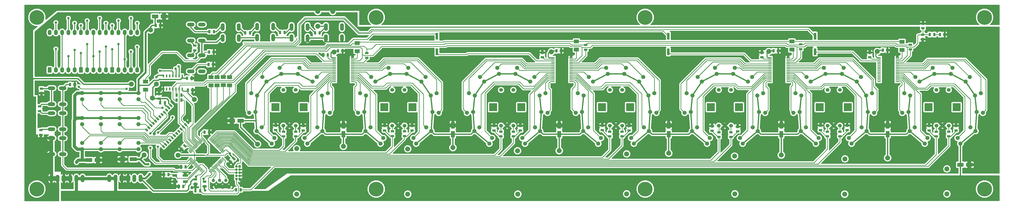
<source format=gbl>
G04 (created by PCBNEW (25-Oct-2014 BZR 4029)-stable) date Di 23 Feb 2016 01:23:28 CET*
%MOIN*%
G04 Gerber Fmt 3.4, Leading zero omitted, Abs format*
%FSLAX34Y34*%
G01*
G70*
G90*
G04 APERTURE LIST*
%ADD10C,0.00590551*%
%ADD11R,0.02X0.045*%
%ADD12C,0.066*%
%ADD13O,0.06X0.12*%
%ADD14R,0.0748031X0.0433071*%
%ADD15C,0.052*%
%ADD16R,0.0413386X0.0413386*%
%ADD17C,0.0413386*%
%ADD18C,0.23622*%
%ADD19R,0.1181X0.063*%
%ADD20R,0.1024X0.063*%
%ADD21R,0.063X0.1024*%
%ADD22R,0.0393X0.1102*%
%ADD23O,0.1187X0.0593*%
%ADD24O,0.0593X0.1187*%
%ADD25R,0.0579X0.0165*%
%ADD26R,0.2047X0.433*%
%ADD27R,0.1716X0.1618*%
%ADD28R,0.055X0.035*%
%ADD29R,0.035X0.055*%
%ADD30R,0.08X0.06*%
%ADD31R,0.0591X0.0866*%
%ADD32O,0.0591X0.0866*%
%ADD33C,0.06*%
%ADD34R,0.125984X0.125984*%
%ADD35C,0.0393701*%
%ADD36C,0.0787402*%
%ADD37C,0.035*%
%ADD38C,0.01*%
%ADD39C,0.0201575*%
%ADD40C,0.015748*%
%ADD41C,0.0301575*%
%ADD42C,0.0492126*%
%ADD43C,0.011811*%
G04 APERTURE END LIST*
G54D10*
G54D11*
X25235Y-13470D03*
X24735Y-13470D03*
X24235Y-13470D03*
X23735Y-13470D03*
X23235Y-13470D03*
X22735Y-13470D03*
X22235Y-13470D03*
X22235Y-11370D03*
X22735Y-11370D03*
X23235Y-11370D03*
X23735Y-11370D03*
X24235Y-11370D03*
X24735Y-11370D03*
X25235Y-11370D03*
G54D12*
X9235Y-23120D03*
X9235Y-22120D03*
X12235Y-23120D03*
X12235Y-22120D03*
X15235Y-23120D03*
X15235Y-22120D03*
X18235Y-23120D03*
X18235Y-22120D03*
X9235Y-18120D03*
X9235Y-19120D03*
X12235Y-18120D03*
X12235Y-19120D03*
X15235Y-18120D03*
X15235Y-19120D03*
X18235Y-18120D03*
X18235Y-19120D03*
X9235Y-14120D03*
X9235Y-15120D03*
X12235Y-14120D03*
X12235Y-15120D03*
X15235Y-14120D03*
X15235Y-15120D03*
X18235Y-14120D03*
X18235Y-15120D03*
G54D10*
G36*
X29894Y-26157D02*
X29978Y-26074D01*
X30367Y-26464D01*
X30284Y-26547D01*
X29894Y-26157D01*
X29894Y-26157D01*
G37*
G36*
X29477Y-26575D02*
X29560Y-26491D01*
X29950Y-26881D01*
X29866Y-26965D01*
X29477Y-26575D01*
X29477Y-26575D01*
G37*
G36*
X29616Y-26436D02*
X29699Y-26352D01*
X30089Y-26742D01*
X30006Y-26826D01*
X29616Y-26436D01*
X29616Y-26436D01*
G37*
G36*
X29755Y-26297D02*
X29838Y-26213D01*
X30228Y-26603D01*
X30145Y-26686D01*
X29755Y-26297D01*
X29755Y-26297D01*
G37*
G36*
X30033Y-26018D02*
X30117Y-25935D01*
X30507Y-26324D01*
X30423Y-26408D01*
X30033Y-26018D01*
X30033Y-26018D01*
G37*
G36*
X30173Y-25879D02*
X30256Y-25796D01*
X30646Y-26185D01*
X30562Y-26269D01*
X30173Y-25879D01*
X30173Y-25879D01*
G37*
G36*
X30312Y-25740D02*
X30395Y-25656D01*
X30785Y-26046D01*
X30701Y-26130D01*
X30312Y-25740D01*
X30312Y-25740D01*
G37*
G36*
X30451Y-25601D02*
X30534Y-25517D01*
X30924Y-25907D01*
X30841Y-25990D01*
X30451Y-25601D01*
X30451Y-25601D01*
G37*
G36*
X30590Y-25461D02*
X30674Y-25378D01*
X31063Y-25768D01*
X30980Y-25851D01*
X30590Y-25461D01*
X30590Y-25461D01*
G37*
G36*
X30729Y-25322D02*
X30813Y-25239D01*
X31203Y-25628D01*
X31119Y-25712D01*
X30729Y-25322D01*
X30729Y-25322D01*
G37*
G36*
X30869Y-25183D02*
X30952Y-25100D01*
X31342Y-25489D01*
X31258Y-25573D01*
X30869Y-25183D01*
X30869Y-25183D01*
G37*
G36*
X31008Y-25044D02*
X31091Y-24960D01*
X31481Y-25350D01*
X31397Y-25434D01*
X31008Y-25044D01*
X31008Y-25044D01*
G37*
G36*
X31147Y-24905D02*
X31230Y-24821D01*
X31620Y-25211D01*
X31537Y-25294D01*
X31147Y-24905D01*
X31147Y-24905D01*
G37*
G36*
X31286Y-24765D02*
X31370Y-24682D01*
X31759Y-25072D01*
X31676Y-25155D01*
X31286Y-24765D01*
X31286Y-24765D01*
G37*
G36*
X31425Y-24626D02*
X31509Y-24543D01*
X31899Y-24933D01*
X31815Y-25016D01*
X31425Y-24626D01*
X31425Y-24626D01*
G37*
G36*
X31564Y-24487D02*
X31648Y-24404D01*
X32038Y-24793D01*
X31954Y-24877D01*
X31564Y-24487D01*
X31564Y-24487D01*
G37*
G36*
X30284Y-21592D02*
X30367Y-21675D01*
X29978Y-22065D01*
X29894Y-21982D01*
X30284Y-21592D01*
X30284Y-21592D01*
G37*
G36*
X29866Y-21174D02*
X29950Y-21258D01*
X29560Y-21648D01*
X29477Y-21564D01*
X29866Y-21174D01*
X29866Y-21174D01*
G37*
G36*
X30006Y-21313D02*
X30089Y-21397D01*
X29699Y-21787D01*
X29616Y-21703D01*
X30006Y-21313D01*
X30006Y-21313D01*
G37*
G36*
X30145Y-21453D02*
X30228Y-21536D01*
X29838Y-21926D01*
X29755Y-21842D01*
X30145Y-21453D01*
X30145Y-21453D01*
G37*
G36*
X30423Y-21731D02*
X30507Y-21815D01*
X30117Y-22204D01*
X30033Y-22121D01*
X30423Y-21731D01*
X30423Y-21731D01*
G37*
G36*
X30562Y-21870D02*
X30646Y-21954D01*
X30256Y-22343D01*
X30173Y-22260D01*
X30562Y-21870D01*
X30562Y-21870D01*
G37*
G36*
X30701Y-22009D02*
X30785Y-22093D01*
X30395Y-22483D01*
X30312Y-22399D01*
X30701Y-22009D01*
X30701Y-22009D01*
G37*
G36*
X30841Y-22149D02*
X30924Y-22232D01*
X30534Y-22622D01*
X30451Y-22538D01*
X30841Y-22149D01*
X30841Y-22149D01*
G37*
G36*
X30980Y-22288D02*
X31063Y-22371D01*
X30674Y-22761D01*
X30590Y-22678D01*
X30980Y-22288D01*
X30980Y-22288D01*
G37*
G36*
X31119Y-22427D02*
X31203Y-22511D01*
X30813Y-22900D01*
X30729Y-22817D01*
X31119Y-22427D01*
X31119Y-22427D01*
G37*
G36*
X31258Y-22566D02*
X31342Y-22650D01*
X30952Y-23039D01*
X30869Y-22956D01*
X31258Y-22566D01*
X31258Y-22566D01*
G37*
G36*
X31397Y-22705D02*
X31481Y-22789D01*
X31091Y-23179D01*
X31008Y-23095D01*
X31397Y-22705D01*
X31397Y-22705D01*
G37*
G36*
X31537Y-22845D02*
X31620Y-22928D01*
X31230Y-23318D01*
X31147Y-23234D01*
X31537Y-22845D01*
X31537Y-22845D01*
G37*
G36*
X31676Y-22984D02*
X31759Y-23067D01*
X31370Y-23457D01*
X31286Y-23374D01*
X31676Y-22984D01*
X31676Y-22984D01*
G37*
G36*
X31815Y-23123D02*
X31899Y-23206D01*
X31509Y-23596D01*
X31425Y-23513D01*
X31815Y-23123D01*
X31815Y-23123D01*
G37*
G36*
X31954Y-23262D02*
X32038Y-23346D01*
X31648Y-23735D01*
X31564Y-23652D01*
X31954Y-23262D01*
X31954Y-23262D01*
G37*
G36*
X28335Y-21258D02*
X28419Y-21174D01*
X28808Y-21564D01*
X28725Y-21648D01*
X28335Y-21258D01*
X28335Y-21258D01*
G37*
G36*
X28196Y-21397D02*
X28279Y-21313D01*
X28669Y-21703D01*
X28586Y-21787D01*
X28196Y-21397D01*
X28196Y-21397D01*
G37*
G36*
X28057Y-21536D02*
X28140Y-21453D01*
X28530Y-21842D01*
X28447Y-21926D01*
X28057Y-21536D01*
X28057Y-21536D01*
G37*
G36*
X27918Y-21675D02*
X28001Y-21592D01*
X28391Y-21982D01*
X28307Y-22065D01*
X27918Y-21675D01*
X27918Y-21675D01*
G37*
G36*
X27778Y-21815D02*
X27862Y-21731D01*
X28252Y-22121D01*
X28168Y-22204D01*
X27778Y-21815D01*
X27778Y-21815D01*
G37*
G36*
X27639Y-21954D02*
X27723Y-21870D01*
X28112Y-22260D01*
X28029Y-22343D01*
X27639Y-21954D01*
X27639Y-21954D01*
G37*
G36*
X27500Y-22093D02*
X27584Y-22009D01*
X27973Y-22399D01*
X27890Y-22483D01*
X27500Y-22093D01*
X27500Y-22093D01*
G37*
G36*
X27361Y-22232D02*
X27444Y-22149D01*
X27834Y-22538D01*
X27751Y-22622D01*
X27361Y-22232D01*
X27361Y-22232D01*
G37*
G36*
X27222Y-22371D02*
X27305Y-22288D01*
X27695Y-22678D01*
X27611Y-22761D01*
X27222Y-22371D01*
X27222Y-22371D01*
G37*
G36*
X27082Y-22511D02*
X27166Y-22427D01*
X27556Y-22817D01*
X27472Y-22900D01*
X27082Y-22511D01*
X27082Y-22511D01*
G37*
G36*
X26943Y-22650D02*
X27027Y-22566D01*
X27416Y-22956D01*
X27333Y-23039D01*
X26943Y-22650D01*
X26943Y-22650D01*
G37*
G36*
X26804Y-22789D02*
X26888Y-22705D01*
X27277Y-23095D01*
X27194Y-23179D01*
X26804Y-22789D01*
X26804Y-22789D01*
G37*
G36*
X26526Y-23067D02*
X26609Y-22984D01*
X26999Y-23374D01*
X26915Y-23457D01*
X26526Y-23067D01*
X26526Y-23067D01*
G37*
G36*
X26386Y-23206D02*
X26470Y-23123D01*
X26860Y-23513D01*
X26776Y-23596D01*
X26386Y-23206D01*
X26386Y-23206D01*
G37*
G36*
X26247Y-23346D02*
X26331Y-23262D01*
X26721Y-23652D01*
X26637Y-23735D01*
X26247Y-23346D01*
X26247Y-23346D01*
G37*
G36*
X26665Y-22928D02*
X26748Y-22845D01*
X27138Y-23234D01*
X27055Y-23318D01*
X26665Y-22928D01*
X26665Y-22928D01*
G37*
G36*
X28001Y-26547D02*
X27918Y-26464D01*
X28307Y-26074D01*
X28391Y-26157D01*
X28001Y-26547D01*
X28001Y-26547D01*
G37*
G36*
X28419Y-26965D02*
X28335Y-26881D01*
X28725Y-26491D01*
X28808Y-26575D01*
X28419Y-26965D01*
X28419Y-26965D01*
G37*
G36*
X28279Y-26826D02*
X28196Y-26742D01*
X28586Y-26352D01*
X28669Y-26436D01*
X28279Y-26826D01*
X28279Y-26826D01*
G37*
G36*
X28140Y-26686D02*
X28057Y-26603D01*
X28447Y-26213D01*
X28530Y-26297D01*
X28140Y-26686D01*
X28140Y-26686D01*
G37*
G36*
X27862Y-26408D02*
X27778Y-26324D01*
X28168Y-25935D01*
X28252Y-26018D01*
X27862Y-26408D01*
X27862Y-26408D01*
G37*
G36*
X27723Y-26269D02*
X27639Y-26185D01*
X28029Y-25796D01*
X28112Y-25879D01*
X27723Y-26269D01*
X27723Y-26269D01*
G37*
G36*
X27584Y-26130D02*
X27500Y-26046D01*
X27890Y-25656D01*
X27973Y-25740D01*
X27584Y-26130D01*
X27584Y-26130D01*
G37*
G36*
X27444Y-25990D02*
X27361Y-25907D01*
X27751Y-25517D01*
X27834Y-25601D01*
X27444Y-25990D01*
X27444Y-25990D01*
G37*
G36*
X27305Y-25851D02*
X27222Y-25768D01*
X27611Y-25378D01*
X27695Y-25461D01*
X27305Y-25851D01*
X27305Y-25851D01*
G37*
G36*
X27166Y-25712D02*
X27082Y-25628D01*
X27472Y-25239D01*
X27556Y-25322D01*
X27166Y-25712D01*
X27166Y-25712D01*
G37*
G36*
X27027Y-25573D02*
X26943Y-25489D01*
X27333Y-25100D01*
X27416Y-25183D01*
X27027Y-25573D01*
X27027Y-25573D01*
G37*
G36*
X26888Y-25434D02*
X26804Y-25350D01*
X27194Y-24960D01*
X27277Y-25044D01*
X26888Y-25434D01*
X26888Y-25434D01*
G37*
G36*
X26748Y-25294D02*
X26665Y-25211D01*
X27055Y-24821D01*
X27138Y-24905D01*
X26748Y-25294D01*
X26748Y-25294D01*
G37*
G36*
X26609Y-25155D02*
X26526Y-25072D01*
X26915Y-24682D01*
X26999Y-24765D01*
X26609Y-25155D01*
X26609Y-25155D01*
G37*
G36*
X26470Y-25016D02*
X26386Y-24933D01*
X26776Y-24543D01*
X26860Y-24626D01*
X26470Y-25016D01*
X26470Y-25016D01*
G37*
G36*
X26331Y-24877D02*
X26247Y-24793D01*
X26637Y-24404D01*
X26721Y-24487D01*
X26331Y-24877D01*
X26331Y-24877D01*
G37*
G54D13*
X18585Y-27780D03*
X17585Y-27780D03*
X16585Y-27780D03*
X15585Y-27780D03*
X14585Y-27780D03*
X13585Y-27780D03*
X9315Y-27810D03*
X8315Y-27810D03*
X7315Y-27810D03*
X6315Y-27810D03*
X5315Y-27810D03*
X4315Y-27810D03*
G54D10*
G36*
X26052Y-18536D02*
X26405Y-18889D01*
X26193Y-19101D01*
X25840Y-18748D01*
X26052Y-18536D01*
X26052Y-18536D01*
G37*
G36*
X25698Y-18889D02*
X26052Y-19243D01*
X25840Y-19455D01*
X25486Y-19101D01*
X25698Y-18889D01*
X25698Y-18889D01*
G37*
G36*
X25345Y-19243D02*
X25698Y-19596D01*
X25486Y-19808D01*
X25133Y-19455D01*
X25345Y-19243D01*
X25345Y-19243D01*
G37*
G36*
X24991Y-19596D02*
X25345Y-19950D01*
X25133Y-20162D01*
X24779Y-19808D01*
X24991Y-19596D01*
X24991Y-19596D01*
G37*
G36*
X24638Y-19950D02*
X24991Y-20303D01*
X24779Y-20516D01*
X24425Y-20162D01*
X24638Y-19950D01*
X24638Y-19950D01*
G37*
G36*
X24284Y-20303D02*
X24638Y-20657D01*
X24425Y-20869D01*
X24072Y-20516D01*
X24284Y-20303D01*
X24284Y-20303D01*
G37*
G36*
X23931Y-20657D02*
X24284Y-21010D01*
X24072Y-21223D01*
X23718Y-20869D01*
X23931Y-20657D01*
X23931Y-20657D01*
G37*
G36*
X23577Y-21010D02*
X23931Y-21364D01*
X23718Y-21576D01*
X23365Y-21223D01*
X23577Y-21010D01*
X23577Y-21010D01*
G37*
G36*
X23223Y-21364D02*
X23577Y-21718D01*
X23365Y-21930D01*
X23011Y-21576D01*
X23223Y-21364D01*
X23223Y-21364D01*
G37*
G36*
X22870Y-21718D02*
X23223Y-22071D01*
X23011Y-22283D01*
X22658Y-21930D01*
X22870Y-21718D01*
X22870Y-21718D01*
G37*
G36*
X22516Y-22071D02*
X22870Y-22425D01*
X22658Y-22637D01*
X22304Y-22283D01*
X22516Y-22071D01*
X22516Y-22071D01*
G37*
G36*
X22163Y-22425D02*
X22516Y-22778D01*
X22304Y-22990D01*
X21951Y-22637D01*
X22163Y-22425D01*
X22163Y-22425D01*
G37*
G36*
X23365Y-15849D02*
X23718Y-16202D01*
X23506Y-16414D01*
X23153Y-16061D01*
X23365Y-15849D01*
X23365Y-15849D01*
G37*
G36*
X23011Y-16202D02*
X23365Y-16556D01*
X23153Y-16768D01*
X22799Y-16414D01*
X23011Y-16202D01*
X23011Y-16202D01*
G37*
G36*
X22658Y-16556D02*
X23011Y-16909D01*
X22799Y-17121D01*
X22446Y-16768D01*
X22658Y-16556D01*
X22658Y-16556D01*
G37*
G36*
X22304Y-16909D02*
X22658Y-17263D01*
X22446Y-17475D01*
X22092Y-17121D01*
X22304Y-16909D01*
X22304Y-16909D01*
G37*
G36*
X21951Y-17263D02*
X22304Y-17616D01*
X22092Y-17829D01*
X21738Y-17475D01*
X21951Y-17263D01*
X21951Y-17263D01*
G37*
G36*
X21597Y-17616D02*
X21951Y-17970D01*
X21738Y-18182D01*
X21385Y-17829D01*
X21597Y-17616D01*
X21597Y-17616D01*
G37*
G36*
X21244Y-17970D02*
X21597Y-18323D01*
X21385Y-18536D01*
X21031Y-18182D01*
X21244Y-17970D01*
X21244Y-17970D01*
G37*
G36*
X20890Y-18323D02*
X21244Y-18677D01*
X21031Y-18889D01*
X20678Y-18536D01*
X20890Y-18323D01*
X20890Y-18323D01*
G37*
G36*
X20536Y-18677D02*
X20890Y-19031D01*
X20678Y-19243D01*
X20324Y-18889D01*
X20536Y-18677D01*
X20536Y-18677D01*
G37*
G36*
X20183Y-19031D02*
X20536Y-19384D01*
X20324Y-19596D01*
X19971Y-19243D01*
X20183Y-19031D01*
X20183Y-19031D01*
G37*
G36*
X19829Y-19384D02*
X20183Y-19738D01*
X19971Y-19950D01*
X19617Y-19596D01*
X19829Y-19384D01*
X19829Y-19384D01*
G37*
G36*
X19476Y-19738D02*
X19829Y-20091D01*
X19617Y-20303D01*
X19264Y-19950D01*
X19476Y-19738D01*
X19476Y-19738D01*
G37*
G54D14*
X24051Y-28310D03*
X25731Y-27310D03*
X25731Y-28310D03*
X24051Y-27310D03*
G54D15*
X32687Y-29120D03*
X32187Y-28120D03*
X31687Y-29120D03*
X31187Y-28120D03*
X30687Y-29120D03*
X30187Y-28120D03*
G54D16*
X34415Y-25890D03*
G54D17*
X34415Y-26390D03*
X34415Y-26890D03*
X34415Y-27390D03*
X34415Y-27890D03*
X33915Y-26390D03*
X33915Y-26890D03*
X33915Y-27390D03*
X33915Y-27890D03*
X33915Y-25890D03*
G54D18*
X153500Y-2000D03*
X99250Y-2000D03*
X2000Y-2000D03*
X153500Y-29500D03*
X2000Y-29500D03*
G54D12*
X75854Y-11043D03*
X75612Y-10073D03*
X72016Y-14498D03*
X71076Y-14156D03*
X71738Y-17145D03*
X70748Y-17284D03*
X47831Y-17145D03*
X48821Y-17284D03*
X47553Y-14498D03*
X48493Y-14156D03*
X46065Y-12292D03*
X46734Y-11549D03*
X90904Y-12292D03*
X90235Y-11549D03*
X128054Y-11043D03*
X127812Y-10073D03*
X125704Y-12292D03*
X125035Y-11549D03*
X124216Y-14498D03*
X123276Y-14156D03*
X133065Y-12292D03*
X133734Y-11549D03*
X123938Y-17145D03*
X122948Y-17284D03*
X73504Y-12292D03*
X72835Y-11549D03*
X100031Y-17145D03*
X101021Y-17284D03*
X130715Y-11043D03*
X130957Y-10073D03*
X82631Y-17145D03*
X83621Y-17284D03*
X113315Y-11043D03*
X113557Y-10073D03*
X110654Y-11043D03*
X110412Y-10073D03*
X54338Y-17145D03*
X53348Y-17284D03*
X108304Y-12292D03*
X107635Y-11549D03*
X106816Y-14498D03*
X105876Y-14156D03*
X106538Y-17145D03*
X105548Y-17284D03*
X115665Y-12292D03*
X116334Y-11549D03*
X82353Y-14498D03*
X83293Y-14156D03*
X54616Y-14498D03*
X53676Y-14156D03*
X80865Y-12292D03*
X81534Y-11549D03*
X78515Y-11043D03*
X78757Y-10073D03*
X56104Y-12292D03*
X55435Y-11549D03*
X65231Y-17145D03*
X66221Y-17284D03*
X64953Y-14498D03*
X65893Y-14156D03*
X63465Y-12292D03*
X64134Y-11549D03*
X61115Y-11043D03*
X61357Y-10073D03*
X58454Y-11043D03*
X58212Y-10073D03*
X98265Y-12292D03*
X98934Y-11549D03*
X95915Y-11043D03*
X96157Y-10073D03*
X99753Y-14498D03*
X100693Y-14156D03*
X93254Y-11043D03*
X93012Y-10073D03*
X89416Y-14498D03*
X88476Y-14156D03*
X89138Y-17145D03*
X88148Y-17284D03*
X141616Y-14498D03*
X140676Y-14156D03*
X141338Y-17145D03*
X140348Y-17284D03*
X117431Y-17145D03*
X118421Y-17284D03*
X117153Y-14498D03*
X118093Y-14156D03*
X152231Y-17145D03*
X153221Y-17284D03*
X151953Y-14498D03*
X152893Y-14156D03*
X150465Y-12292D03*
X151134Y-11549D03*
X148115Y-11043D03*
X148357Y-10073D03*
X145454Y-11043D03*
X145212Y-10073D03*
X143104Y-12292D03*
X142435Y-11549D03*
X134553Y-14498D03*
X135493Y-14156D03*
X134831Y-17145D03*
X135821Y-17284D03*
X37216Y-14498D03*
X36276Y-14156D03*
X38704Y-12292D03*
X38035Y-11549D03*
X41054Y-11043D03*
X40812Y-10073D03*
X43715Y-11043D03*
X43957Y-10073D03*
X36938Y-17145D03*
X35948Y-17284D03*
X45234Y-22222D03*
X44796Y-21323D03*
X47643Y-20200D03*
X46834Y-19612D03*
X37126Y-20200D03*
X37935Y-19612D03*
X39535Y-22222D03*
X39973Y-21323D03*
X71926Y-20200D03*
X72735Y-19612D03*
X74335Y-22222D03*
X74773Y-21323D03*
X126535Y-22222D03*
X126973Y-21323D03*
X124126Y-20200D03*
X124935Y-19612D03*
X99843Y-20200D03*
X99034Y-19612D03*
X106726Y-20200D03*
X107535Y-19612D03*
X109135Y-22222D03*
X109573Y-21323D03*
X80034Y-22222D03*
X79596Y-21323D03*
X82443Y-20200D03*
X81634Y-19612D03*
X65043Y-20200D03*
X64234Y-19612D03*
X89326Y-20200D03*
X90135Y-19612D03*
X91735Y-22222D03*
X92173Y-21323D03*
X62634Y-22222D03*
X62196Y-21323D03*
X56935Y-22222D03*
X57373Y-21323D03*
X141526Y-20200D03*
X142335Y-19612D03*
X143935Y-22222D03*
X144373Y-21323D03*
X114834Y-22222D03*
X114396Y-21323D03*
X117243Y-20200D03*
X116434Y-19612D03*
X54526Y-20200D03*
X55335Y-19612D03*
X149634Y-22222D03*
X149196Y-21323D03*
X152043Y-20200D03*
X151234Y-19612D03*
X134643Y-20200D03*
X133834Y-19612D03*
X132234Y-22222D03*
X131796Y-21323D03*
X97434Y-22222D03*
X96996Y-21323D03*
G54D18*
X99250Y-29500D03*
X56250Y-2000D03*
X56250Y-29500D03*
G54D19*
X15684Y-24725D03*
X17416Y-24725D03*
G54D20*
X34584Y-18550D03*
X33166Y-18550D03*
G54D21*
X103000Y-20709D03*
X103000Y-19291D03*
X121000Y-20709D03*
X121000Y-19291D03*
X68500Y-20709D03*
X68500Y-19291D03*
X85500Y-20709D03*
X85500Y-19291D03*
X51000Y-20709D03*
X51000Y-19291D03*
X138000Y-20709D03*
X138000Y-19291D03*
G54D20*
X20891Y-1850D03*
X22309Y-1850D03*
X11744Y-24855D03*
X10326Y-24855D03*
X149641Y-25600D03*
X151059Y-25600D03*
G54D22*
X65950Y-5000D03*
X65950Y-7500D03*
X102950Y-5000D03*
X102950Y-7500D03*
X126400Y-5000D03*
X126400Y-7500D03*
G54D23*
X4350Y-23899D03*
X4350Y-21341D03*
X6120Y-23899D03*
X6120Y-21341D03*
X4350Y-19899D03*
X4350Y-17341D03*
X6120Y-19899D03*
X6120Y-17341D03*
X4350Y-15899D03*
X4350Y-13341D03*
X6120Y-15899D03*
X6120Y-13341D03*
G54D24*
X42706Y-3535D03*
X45264Y-3535D03*
X42706Y-5305D03*
X45264Y-5305D03*
X48206Y-3535D03*
X50764Y-3535D03*
X48206Y-5305D03*
X50764Y-5305D03*
X31706Y-3535D03*
X34264Y-3535D03*
X31706Y-5305D03*
X34264Y-5305D03*
X37206Y-3485D03*
X39764Y-3485D03*
X37206Y-5255D03*
X39764Y-5255D03*
G54D23*
X26600Y-5699D03*
X26600Y-3141D03*
X28370Y-5699D03*
X28370Y-3141D03*
X26600Y-10649D03*
X26600Y-8091D03*
X28370Y-10649D03*
X28370Y-8091D03*
G54D25*
X136643Y-8687D03*
X136643Y-8430D03*
X139556Y-12268D03*
X139556Y-12011D03*
G54D26*
X138100Y-10350D03*
G54D25*
X139556Y-9966D03*
X139556Y-10222D03*
X139556Y-10478D03*
X139556Y-10734D03*
X136645Y-10226D03*
X139556Y-9198D03*
X139556Y-9454D03*
X139556Y-9710D03*
X136643Y-12014D03*
X136643Y-11758D03*
X136643Y-11502D03*
X136643Y-11246D03*
X136643Y-10990D03*
X136643Y-10734D03*
X139556Y-10990D03*
X136645Y-10478D03*
X139556Y-8942D03*
X139556Y-11246D03*
X136643Y-12270D03*
X136643Y-9966D03*
X139556Y-8687D03*
X139556Y-11501D03*
X136643Y-8942D03*
X136643Y-9711D03*
X139556Y-8432D03*
X139556Y-11757D03*
X136643Y-9199D03*
X136643Y-9455D03*
G54D27*
X138100Y-10350D03*
G54D25*
X119193Y-8687D03*
X119193Y-8430D03*
X122106Y-12268D03*
X122106Y-12011D03*
G54D26*
X120650Y-10350D03*
G54D25*
X122106Y-9966D03*
X122106Y-10222D03*
X122106Y-10478D03*
X122106Y-10734D03*
X119195Y-10226D03*
X122106Y-9198D03*
X122106Y-9454D03*
X122106Y-9710D03*
X119193Y-12014D03*
X119193Y-11758D03*
X119193Y-11502D03*
X119193Y-11246D03*
X119193Y-10990D03*
X119193Y-10734D03*
X122106Y-10990D03*
X119195Y-10478D03*
X122106Y-8942D03*
X122106Y-11246D03*
X119193Y-12270D03*
X119193Y-9966D03*
X122106Y-8687D03*
X122106Y-11501D03*
X119193Y-8942D03*
X119193Y-9711D03*
X122106Y-8432D03*
X122106Y-11757D03*
X119193Y-9199D03*
X119193Y-9455D03*
G54D27*
X120650Y-10350D03*
G54D25*
X84493Y-8687D03*
X84493Y-8430D03*
X87406Y-12268D03*
X87406Y-12011D03*
G54D26*
X85950Y-10350D03*
G54D25*
X87406Y-9966D03*
X87406Y-10222D03*
X87406Y-10478D03*
X87406Y-10734D03*
X84495Y-10226D03*
X87406Y-9198D03*
X87406Y-9454D03*
X87406Y-9710D03*
X84493Y-12014D03*
X84493Y-11758D03*
X84493Y-11502D03*
X84493Y-11246D03*
X84493Y-10990D03*
X84493Y-10734D03*
X87406Y-10990D03*
X84495Y-10478D03*
X87406Y-8942D03*
X87406Y-11246D03*
X84493Y-12270D03*
X84493Y-9966D03*
X87406Y-8687D03*
X87406Y-11501D03*
X84493Y-8942D03*
X84493Y-9711D03*
X87406Y-8432D03*
X87406Y-11757D03*
X84493Y-9199D03*
X84493Y-9455D03*
G54D27*
X85950Y-10350D03*
G54D25*
X49543Y-8687D03*
X49543Y-8430D03*
X52456Y-12268D03*
X52456Y-12011D03*
G54D26*
X51000Y-10350D03*
G54D25*
X52456Y-9966D03*
X52456Y-10222D03*
X52456Y-10478D03*
X52456Y-10734D03*
X49545Y-10226D03*
X52456Y-9198D03*
X52456Y-9454D03*
X52456Y-9710D03*
X49543Y-12014D03*
X49543Y-11758D03*
X49543Y-11502D03*
X49543Y-11246D03*
X49543Y-10990D03*
X49543Y-10734D03*
X52456Y-10990D03*
X49545Y-10478D03*
X52456Y-8942D03*
X52456Y-11246D03*
X49543Y-12270D03*
X49543Y-9966D03*
X52456Y-8687D03*
X52456Y-11501D03*
X49543Y-8942D03*
X49543Y-9711D03*
X52456Y-8432D03*
X52456Y-11757D03*
X49543Y-9199D03*
X49543Y-9455D03*
G54D27*
X51000Y-10350D03*
G54D28*
X141650Y-7125D03*
X141650Y-6375D03*
X89750Y-7175D03*
X89750Y-6425D03*
X124100Y-7075D03*
X124100Y-6325D03*
X54750Y-8475D03*
X54750Y-7725D03*
G54D29*
X34575Y-29600D03*
X33825Y-29600D03*
X24340Y-15260D03*
X25090Y-15260D03*
G54D28*
X27345Y-27947D03*
X27345Y-28697D03*
X76185Y-21045D03*
X76185Y-20295D03*
X78185Y-21045D03*
X78185Y-20295D03*
X41435Y-21045D03*
X41435Y-20295D03*
X43385Y-21045D03*
X43385Y-20295D03*
X58835Y-20995D03*
X58835Y-20245D03*
X60785Y-20995D03*
X60785Y-20245D03*
X130385Y-21045D03*
X130385Y-20295D03*
X128385Y-21045D03*
X128385Y-20295D03*
X112935Y-21145D03*
X112935Y-20395D03*
X111035Y-21145D03*
X111035Y-20395D03*
X147785Y-21045D03*
X147785Y-20295D03*
X145785Y-21045D03*
X145785Y-20295D03*
X95535Y-21045D03*
X95535Y-20295D03*
X93585Y-21045D03*
X93585Y-20295D03*
G54D29*
X24340Y-14440D03*
X25090Y-14440D03*
X27352Y-29768D03*
X28102Y-29768D03*
X26760Y-11740D03*
X26010Y-11740D03*
G54D28*
X143650Y-2975D03*
X143650Y-3725D03*
G54D29*
X146375Y-4750D03*
X147125Y-4750D03*
G54D28*
X143600Y-4775D03*
X143600Y-5525D03*
X21535Y-14995D03*
X21535Y-14245D03*
G54D29*
X21710Y-15670D03*
X22460Y-15670D03*
X8060Y-12760D03*
X7310Y-12760D03*
X30275Y-7550D03*
X29525Y-7550D03*
X30310Y-4270D03*
X29560Y-4270D03*
X36060Y-4470D03*
X35310Y-4470D03*
X41610Y-4420D03*
X40860Y-4420D03*
X47210Y-4470D03*
X46460Y-4470D03*
G54D28*
X2735Y-13395D03*
X2735Y-14145D03*
X2435Y-16995D03*
X2435Y-16245D03*
X2635Y-20795D03*
X2635Y-20045D03*
G54D29*
X29425Y-9550D03*
X30175Y-9550D03*
G54D28*
X27250Y-6525D03*
X27250Y-7275D03*
G54D29*
X144725Y-4750D03*
X145475Y-4750D03*
X22278Y-27168D03*
X23028Y-27168D03*
X25408Y-29086D03*
X24658Y-29086D03*
X120525Y-7350D03*
X119775Y-7350D03*
X137975Y-7250D03*
X137225Y-7250D03*
X85825Y-7350D03*
X85075Y-7350D03*
X25035Y-25960D03*
X25785Y-25960D03*
X26890Y-13635D03*
X26140Y-13635D03*
G54D28*
X135150Y-7625D03*
X135150Y-8375D03*
X117900Y-7625D03*
X117900Y-8375D03*
X82800Y-7625D03*
X82800Y-8375D03*
G54D10*
G36*
X33035Y-25478D02*
X32646Y-25089D01*
X32894Y-24841D01*
X33283Y-25230D01*
X33035Y-25478D01*
X33035Y-25478D01*
G37*
G36*
X33565Y-24948D02*
X33176Y-24559D01*
X33424Y-24311D01*
X33813Y-24700D01*
X33565Y-24948D01*
X33565Y-24948D01*
G37*
G54D29*
X29566Y-20386D03*
X28816Y-20386D03*
X47760Y-8020D03*
X48510Y-8020D03*
X50875Y-7350D03*
X50125Y-7350D03*
X21010Y-3280D03*
X21760Y-3280D03*
G54D28*
X127285Y-19295D03*
X127285Y-20045D03*
X131535Y-20045D03*
X131535Y-19295D03*
X61985Y-20095D03*
X61985Y-19345D03*
X79285Y-20095D03*
X79285Y-19345D03*
X75085Y-20095D03*
X75085Y-19345D03*
X144635Y-20095D03*
X144635Y-19345D03*
X148935Y-20095D03*
X148935Y-19345D03*
X96685Y-20095D03*
X96685Y-19345D03*
X92385Y-20045D03*
X92385Y-19295D03*
X28795Y-29070D03*
X28795Y-28320D03*
G54D10*
G36*
X25196Y-23417D02*
X24807Y-23028D01*
X25055Y-22780D01*
X25444Y-23169D01*
X25196Y-23417D01*
X25196Y-23417D01*
G37*
G36*
X25726Y-22887D02*
X25337Y-22498D01*
X25585Y-22250D01*
X25974Y-22639D01*
X25726Y-22887D01*
X25726Y-22887D01*
G37*
G54D28*
X109935Y-20145D03*
X109935Y-19395D03*
X114035Y-20245D03*
X114035Y-19495D03*
X57585Y-20095D03*
X57585Y-19345D03*
X40185Y-20045D03*
X40185Y-19295D03*
X44585Y-20095D03*
X44585Y-19345D03*
G54D30*
X140300Y-7200D03*
X140300Y-5900D03*
X88250Y-7150D03*
X88250Y-5850D03*
X122700Y-7150D03*
X122700Y-5850D03*
X53200Y-7400D03*
X53200Y-6100D03*
X32800Y-11565D03*
X32800Y-12865D03*
X19385Y-12270D03*
X19385Y-13570D03*
X30810Y-11565D03*
X30810Y-12865D03*
X31800Y-11560D03*
X31800Y-12860D03*
X29825Y-11565D03*
X29825Y-12865D03*
G54D31*
X4035Y-10420D03*
G54D32*
X5035Y-10420D03*
X6035Y-10420D03*
X7035Y-10420D03*
X8035Y-10420D03*
X8035Y-4420D03*
X7035Y-4420D03*
X6035Y-4420D03*
X5035Y-4420D03*
X4035Y-4420D03*
G54D31*
X9035Y-10420D03*
G54D32*
X10035Y-10420D03*
X11035Y-10420D03*
X12035Y-10420D03*
X13035Y-10420D03*
X13035Y-4420D03*
X12035Y-4420D03*
X11035Y-4420D03*
X10035Y-4420D03*
X9035Y-4420D03*
G54D31*
X14035Y-10420D03*
G54D32*
X15035Y-10420D03*
X16035Y-10420D03*
X17035Y-10420D03*
X18035Y-10420D03*
X18035Y-4420D03*
X17035Y-4420D03*
X16035Y-4420D03*
X15035Y-4420D03*
X14035Y-4420D03*
G54D33*
X41400Y-19332D03*
X42385Y-19332D03*
X43369Y-19332D03*
X43369Y-13624D03*
X41400Y-13624D03*
G54D34*
X40140Y-16380D03*
X44629Y-16380D03*
G54D33*
X58800Y-19332D03*
X59785Y-19332D03*
X60769Y-19332D03*
X60769Y-13624D03*
X58800Y-13624D03*
G54D34*
X57540Y-16380D03*
X62029Y-16380D03*
G54D33*
X76200Y-19332D03*
X77185Y-19332D03*
X78169Y-19332D03*
X78169Y-13624D03*
X76200Y-13624D03*
G54D34*
X74940Y-16380D03*
X79429Y-16380D03*
G54D33*
X93600Y-19332D03*
X94585Y-19332D03*
X95569Y-19332D03*
X95569Y-13624D03*
X93600Y-13624D03*
G54D34*
X92340Y-16380D03*
X96829Y-16380D03*
G54D33*
X111000Y-19332D03*
X111985Y-19332D03*
X112969Y-19332D03*
X112969Y-13624D03*
X111000Y-13624D03*
G54D34*
X109740Y-16380D03*
X114229Y-16380D03*
G54D33*
X128400Y-19332D03*
X129385Y-19332D03*
X130369Y-19332D03*
X130369Y-13624D03*
X128400Y-13624D03*
G54D34*
X127140Y-16380D03*
X131629Y-16380D03*
G54D33*
X145800Y-19332D03*
X146785Y-19332D03*
X147769Y-19332D03*
X147769Y-13624D03*
X145800Y-13624D03*
G54D34*
X144540Y-16380D03*
X149029Y-16380D03*
G54D35*
X16350Y-13450D03*
X8700Y-13100D03*
X19800Y-25525D03*
X20050Y-27075D03*
X3500Y-30975D03*
X4325Y-30975D03*
X5075Y-30975D03*
G54D36*
X78835Y-23370D03*
X78885Y-30320D03*
X96285Y-30270D03*
X96285Y-23870D03*
X147485Y-30270D03*
X147485Y-26270D03*
X131135Y-30320D03*
X131185Y-24670D03*
X113585Y-30270D03*
X113535Y-24220D03*
X61285Y-30320D03*
X61285Y-23070D03*
X43535Y-30320D03*
X43535Y-23020D03*
X119000Y-2600D03*
X119000Y-7450D03*
X136300Y-2450D03*
X136350Y-7450D03*
X84250Y-2450D03*
X84250Y-7500D03*
X49500Y-7550D03*
X49300Y-1050D03*
X17095Y-12690D03*
X27155Y-15140D03*
X20485Y-14900D03*
X24554Y-24065D03*
X19137Y-24048D03*
G54D35*
X27440Y-27500D03*
X28635Y-27850D03*
X32885Y-23810D03*
X21100Y-11580D03*
G54D36*
X21100Y-12690D03*
X46900Y-1050D03*
X46900Y-3400D03*
X138000Y-28350D03*
X138000Y-24500D03*
X121000Y-28350D03*
X121000Y-24050D03*
X103000Y-28350D03*
X103000Y-23750D03*
X85500Y-28350D03*
X85500Y-23350D03*
X51050Y-28350D03*
X51000Y-22650D03*
X68500Y-22850D03*
X68500Y-28350D03*
X37250Y-30250D03*
X37275Y-22300D03*
G54D35*
X8329Y-25224D03*
G54D36*
X20185Y-4020D03*
G54D35*
X20139Y-22914D03*
X20135Y-20578D03*
X52600Y-1700D03*
X38250Y-1850D03*
X24650Y-1800D03*
X25750Y-6900D03*
X30100Y-8600D03*
X127150Y-5100D03*
X125650Y-5100D03*
X103585Y-5020D03*
X18350Y-25700D03*
X19200Y-22750D03*
X12975Y-24900D03*
X18575Y-29100D03*
G54D37*
X103685Y-7270D03*
G54D35*
X89850Y-8900D03*
G54D37*
X102235Y-7220D03*
X125785Y-7120D03*
X126985Y-7120D03*
G54D35*
X121135Y-7370D03*
X124550Y-8900D03*
X122100Y-7900D03*
G54D37*
X102285Y-5020D03*
G54D35*
X2450Y-4650D03*
X2450Y-10850D03*
X36675Y-28225D03*
X38100Y-29050D03*
X152350Y-25600D03*
X148400Y-25600D03*
X137450Y-26550D03*
X120550Y-26500D03*
X102550Y-26550D03*
X84950Y-26500D03*
X68000Y-26550D03*
X52050Y-26550D03*
X42550Y-26600D03*
X31900Y-18850D03*
X38400Y-22700D03*
X36300Y-19200D03*
X86700Y-7400D03*
X139525Y-7825D03*
X141500Y-8950D03*
X80800Y-8850D03*
X81950Y-8000D03*
X87400Y-7850D03*
X86000Y-13200D03*
X50950Y-13050D03*
X115400Y-8900D03*
X120700Y-13100D03*
X138200Y-13100D03*
X155100Y-25600D03*
X154950Y-13450D03*
X155300Y-4300D03*
X147100Y-5700D03*
X142150Y-5050D03*
X143700Y-6300D03*
X138750Y-7750D03*
X134150Y-5050D03*
X134150Y-7550D03*
X117100Y-7700D03*
G54D37*
X51950Y-7650D03*
G54D35*
X52350Y-21500D03*
X51050Y-18150D03*
X69600Y-21650D03*
X68600Y-18050D03*
X86385Y-21370D03*
X85550Y-18100D03*
X104250Y-21800D03*
X103150Y-18200D03*
X121985Y-21320D03*
X121100Y-18200D03*
X139450Y-21500D03*
X138050Y-18250D03*
G54D37*
X46735Y-8470D03*
X47200Y-7800D03*
G54D35*
X30000Y-23560D03*
X29140Y-21165D03*
X27335Y-29220D03*
X27465Y-13680D03*
X27495Y-18300D03*
X26115Y-15975D03*
X21685Y-9870D03*
X20621Y-10930D03*
X28900Y-29700D03*
X24415Y-19400D03*
X22155Y-20346D03*
X21611Y-19732D03*
X25081Y-20982D03*
X20719Y-20704D03*
X22575Y-24600D03*
X21150Y-24850D03*
X20850Y-23575D03*
X24597Y-22606D03*
X26380Y-18145D03*
X21679Y-27164D03*
X26423Y-26910D03*
X23821Y-29074D03*
X29540Y-25765D03*
X30667Y-24630D03*
X27653Y-24664D03*
X30740Y-23535D03*
X27775Y-23440D03*
X28760Y-22365D03*
X26660Y-25960D03*
X22415Y-3260D03*
X21405Y-13570D03*
X23030Y-14400D03*
X24445Y-25980D03*
X32600Y-25565D03*
G54D37*
X52300Y-5200D03*
X44450Y-6150D03*
X65335Y-5320D03*
X54635Y-5020D03*
X55835Y-5170D03*
X65235Y-7170D03*
X66585Y-7220D03*
X66635Y-5070D03*
G54D35*
X2550Y-15250D03*
X2000Y-12500D03*
X3250Y-16600D03*
X2550Y-19200D03*
X8035Y-7220D03*
X13035Y-6670D03*
X18035Y-6720D03*
X9035Y-3270D03*
X14035Y-3270D03*
X7035Y-8220D03*
X12035Y-7470D03*
X17035Y-7470D03*
X5035Y-2820D03*
X10035Y-2520D03*
X15035Y-2520D03*
X5035Y-7070D03*
X10035Y-6270D03*
X15035Y-6270D03*
X9035Y-7720D03*
X14035Y-7120D03*
X7035Y-2120D03*
X12035Y-2120D03*
X17035Y-2120D03*
X8035Y-2920D03*
X13035Y-2920D03*
X18035Y-2920D03*
X24170Y-10210D03*
X24680Y-9840D03*
X21685Y-10560D03*
X16035Y-8720D03*
X11035Y-8220D03*
X21363Y-20458D03*
X21349Y-22726D03*
X23685Y-18020D03*
X22085Y-16470D03*
G54D38*
X26623Y-24779D02*
X26623Y-24783D01*
G54D39*
X28370Y-6490D02*
X28375Y-6495D01*
X28370Y-7250D02*
X28375Y-7245D01*
G54D38*
X9050Y-13450D02*
X16350Y-13450D01*
X8700Y-13100D02*
X9050Y-13450D01*
X35100Y-6100D02*
X43000Y-6100D01*
X43550Y-5550D02*
X43550Y-5300D01*
X43000Y-6100D02*
X43550Y-5550D01*
G54D40*
X46900Y-3400D02*
X48071Y-3400D01*
X48071Y-3400D02*
X48206Y-3535D01*
G54D38*
X2635Y-20795D02*
X2635Y-21185D01*
X2791Y-21341D02*
X4350Y-21341D01*
X2635Y-21185D02*
X2791Y-21341D01*
G54D40*
X48145Y-3535D02*
X47210Y-4470D01*
G54D41*
X18585Y-27780D02*
X19345Y-27780D01*
X19800Y-25525D02*
X19300Y-25525D01*
X19300Y-25525D02*
X18500Y-24725D01*
X19345Y-27780D02*
X20050Y-27075D01*
X19137Y-24048D02*
X19137Y-24088D01*
X19137Y-24088D02*
X18500Y-24725D01*
X18500Y-24725D02*
X17416Y-24725D01*
G54D42*
X4325Y-30975D02*
X3500Y-30975D01*
G54D40*
X119775Y-7350D02*
X119100Y-7350D01*
X119100Y-7350D02*
X119000Y-7450D01*
X119193Y-8430D02*
X118830Y-8430D01*
X118700Y-7750D02*
X119000Y-7450D01*
X118700Y-8300D02*
X118700Y-7750D01*
X118830Y-8430D02*
X118700Y-8300D01*
G54D38*
X136600Y-7250D02*
X136550Y-7250D01*
X136550Y-7250D02*
X136350Y-7450D01*
G54D40*
X84200Y-7350D02*
X84200Y-7450D01*
X84200Y-7450D02*
X84250Y-7500D01*
X84493Y-8430D02*
X83880Y-8430D01*
X84150Y-7350D02*
X84200Y-7350D01*
X84200Y-7350D02*
X85075Y-7350D01*
X83750Y-7750D02*
X84150Y-7350D01*
X83750Y-8300D02*
X83750Y-7750D01*
X83880Y-8430D02*
X83750Y-8300D01*
X136643Y-8430D02*
X136330Y-8430D01*
X136500Y-7250D02*
X136600Y-7250D01*
X136600Y-7250D02*
X137225Y-7250D01*
X136100Y-7650D02*
X136500Y-7250D01*
X136100Y-8200D02*
X136100Y-7650D01*
X136330Y-8430D02*
X136100Y-8200D01*
X49025Y-7625D02*
X49425Y-7625D01*
X49425Y-7625D02*
X49500Y-7550D01*
X50125Y-7350D02*
X49700Y-7350D01*
X49700Y-7350D02*
X49500Y-7550D01*
X49300Y-1050D02*
X49300Y-750D01*
G54D42*
X49355Y-620D02*
X49515Y-730D01*
G54D40*
X49515Y-790D02*
X49515Y-730D01*
X49417Y-682D02*
X49355Y-682D01*
X49300Y-750D02*
X49417Y-682D01*
X49355Y-682D02*
X49355Y-620D01*
X49700Y-7350D02*
X49500Y-7550D01*
X49543Y-8430D02*
X49130Y-8430D01*
X49000Y-7650D02*
X49025Y-7625D01*
X49025Y-7625D02*
X49300Y-7350D01*
X49000Y-8300D02*
X49000Y-7650D01*
X49130Y-8430D02*
X49000Y-8300D01*
G54D39*
X18585Y-27780D02*
X18585Y-27785D01*
X18585Y-27785D02*
X20600Y-29800D01*
X26978Y-27947D02*
X27345Y-27947D01*
X20600Y-29800D02*
X25975Y-29800D01*
X25975Y-29800D02*
X26275Y-29500D01*
X26275Y-29500D02*
X26275Y-29025D01*
X26275Y-29025D02*
X26600Y-28700D01*
X26600Y-28700D02*
X26600Y-28325D01*
X26600Y-28325D02*
X26978Y-27947D01*
G54D38*
X28572Y-21411D02*
X28581Y-21411D01*
X29005Y-22045D02*
X29435Y-22475D01*
X29005Y-21835D02*
X29005Y-22045D01*
X28581Y-21411D02*
X29005Y-21835D01*
X28572Y-21411D02*
X28572Y-21417D01*
X29435Y-22475D02*
X29435Y-23775D01*
X29435Y-23775D02*
X29140Y-24070D01*
G54D39*
X17095Y-12690D02*
X17065Y-12720D01*
X17065Y-12720D02*
X9465Y-12720D01*
X9465Y-12720D02*
X8550Y-11805D01*
X8550Y-11805D02*
X1485Y-11805D01*
X1485Y-11805D02*
X1175Y-12115D01*
G54D40*
X26140Y-13635D02*
X26140Y-14125D01*
X26140Y-14125D02*
X27155Y-15140D01*
X20485Y-14900D02*
X20545Y-14840D01*
X20545Y-14840D02*
X20545Y-14400D01*
X20545Y-14400D02*
X20540Y-14395D01*
X20540Y-14395D02*
X20545Y-14395D01*
X49515Y-790D02*
X49545Y-760D01*
X49545Y-760D02*
X49515Y-790D01*
G54D42*
X4350Y-24184D02*
X2889Y-24184D01*
X1175Y-22470D02*
X1175Y-12115D01*
X2889Y-24184D02*
X1175Y-22470D01*
G54D39*
X19137Y-24048D02*
X18867Y-24048D01*
X19131Y-24042D02*
X19137Y-24048D01*
X27084Y-24065D02*
X24554Y-24065D01*
X24554Y-24065D02*
X24541Y-24052D01*
G54D42*
X4315Y-27810D02*
X5315Y-27810D01*
G54D38*
X26762Y-23220D02*
X26763Y-23220D01*
X27181Y-23638D02*
X27181Y-24065D01*
X26763Y-23220D02*
X27181Y-23638D01*
X26901Y-25058D02*
X26902Y-25058D01*
X27203Y-24184D02*
X27084Y-24065D01*
X27203Y-24758D02*
X27203Y-24184D01*
X26902Y-25058D02*
X27203Y-24758D01*
X26762Y-23220D02*
X26762Y-23217D01*
X26113Y-22568D02*
X25656Y-22568D01*
X26762Y-23217D02*
X26113Y-22568D01*
X28572Y-26728D02*
X28572Y-26734D01*
X27732Y-27208D02*
X27440Y-27500D01*
X28099Y-27208D02*
X27732Y-27208D01*
X28572Y-26734D02*
X28099Y-27208D01*
G54D39*
X27181Y-24065D02*
X27084Y-24065D01*
X27084Y-24065D02*
X28798Y-24065D01*
X28798Y-24065D02*
X28803Y-24070D01*
G54D40*
X27440Y-27500D02*
X27440Y-27852D01*
X27440Y-27852D02*
X27345Y-27947D01*
X28635Y-27850D02*
X28635Y-28160D01*
X28635Y-28160D02*
X28795Y-28320D01*
G54D38*
X29713Y-26728D02*
X29713Y-26728D01*
X29120Y-27365D02*
X28635Y-27850D01*
X29680Y-27365D02*
X29120Y-27365D01*
X29990Y-27055D02*
X29680Y-27365D01*
X29990Y-27005D02*
X29990Y-27055D01*
X29713Y-26728D02*
X29990Y-27005D01*
X32885Y-23810D02*
X32365Y-23810D01*
X32365Y-23810D02*
X32105Y-24070D01*
X32105Y-24070D02*
X29140Y-24070D01*
X29140Y-24070D02*
X28803Y-24070D01*
X28572Y-21411D02*
X28572Y-21412D01*
G54D40*
X25235Y-13470D02*
X25235Y-13630D01*
X25965Y-13810D02*
X26140Y-13635D01*
X25415Y-13810D02*
X25965Y-13810D01*
X25235Y-13630D02*
X25415Y-13810D01*
G54D39*
X22135Y-11270D02*
X22235Y-11370D01*
X21410Y-11270D02*
X22135Y-11270D01*
X21100Y-11580D02*
X21410Y-11270D01*
X21535Y-14995D02*
X20855Y-14995D01*
X20545Y-13245D02*
X21100Y-12690D01*
X20545Y-14685D02*
X20545Y-14395D01*
X20545Y-14395D02*
X20545Y-13245D01*
X20855Y-14995D02*
X20545Y-14685D01*
G54D38*
X26901Y-25058D02*
X26901Y-25058D01*
X26000Y-25960D02*
X25785Y-25960D01*
X26901Y-25058D02*
X26000Y-25960D01*
G54D39*
X32885Y-23810D02*
X32885Y-24019D01*
X32885Y-24019D02*
X33495Y-24629D01*
G54D38*
X31801Y-23499D02*
X31805Y-23499D01*
X32275Y-23200D02*
X32885Y-23810D01*
X32105Y-23200D02*
X32275Y-23200D01*
X31805Y-23499D02*
X32105Y-23200D01*
X28572Y-21411D02*
X28572Y-21409D01*
X28572Y-21409D02*
X28323Y-21160D01*
X28323Y-21160D02*
X28323Y-20510D01*
X28323Y-20510D02*
X28447Y-20386D01*
X28447Y-20386D02*
X28816Y-20386D01*
G54D42*
X4350Y-23899D02*
X4350Y-27775D01*
X4350Y-27775D02*
X4315Y-27810D01*
G54D39*
X23436Y-16131D02*
X23436Y-16121D01*
X22760Y-14995D02*
X21735Y-14995D01*
X23085Y-15320D02*
X22760Y-14995D01*
X23085Y-15770D02*
X23085Y-15320D01*
X23436Y-16121D02*
X23085Y-15770D01*
X21735Y-14995D02*
X21735Y-15745D01*
X21735Y-15745D02*
X21710Y-15770D01*
G54D40*
X48206Y-3535D02*
X48145Y-3535D01*
G54D39*
X20891Y-1850D02*
X20891Y-3161D01*
X20891Y-3161D02*
X21010Y-3280D01*
X149641Y-25600D02*
X149641Y-28541D01*
X149641Y-28541D02*
X149650Y-28550D01*
X138000Y-20709D02*
X138000Y-24500D01*
X121000Y-24050D02*
X121000Y-20709D01*
X103000Y-20709D02*
X103000Y-23750D01*
X103000Y-28350D02*
X103050Y-28350D01*
X85500Y-20709D02*
X85500Y-23350D01*
X51000Y-20709D02*
X51000Y-22650D01*
X68500Y-20709D02*
X68500Y-22850D01*
X68450Y-28400D02*
X68450Y-28800D01*
X68500Y-28350D02*
X68450Y-28400D01*
X149634Y-22222D02*
X149634Y-25593D01*
X149634Y-25593D02*
X149641Y-25600D01*
X51000Y-20709D02*
X48152Y-20709D01*
X48152Y-20709D02*
X47643Y-20200D01*
X51000Y-20709D02*
X54017Y-20709D01*
X54017Y-20709D02*
X54526Y-20200D01*
X68500Y-20709D02*
X65552Y-20709D01*
X65552Y-20709D02*
X65043Y-20200D01*
X68500Y-20709D02*
X71417Y-20709D01*
X71417Y-20709D02*
X71926Y-20200D01*
X85500Y-20709D02*
X82952Y-20709D01*
X82952Y-20709D02*
X82443Y-20200D01*
X85500Y-20709D02*
X88817Y-20709D01*
X88817Y-20709D02*
X89326Y-20200D01*
X103000Y-20709D02*
X100352Y-20709D01*
X100352Y-20709D02*
X99843Y-20200D01*
X103000Y-20709D02*
X106217Y-20709D01*
X106217Y-20709D02*
X106726Y-20200D01*
X121000Y-20709D02*
X117752Y-20709D01*
X117752Y-20709D02*
X117243Y-20200D01*
X121000Y-20709D02*
X123617Y-20709D01*
X123617Y-20709D02*
X124126Y-20200D01*
X138000Y-20709D02*
X135152Y-20709D01*
X135152Y-20709D02*
X134643Y-20200D01*
X138000Y-20709D02*
X141017Y-20709D01*
X141017Y-20709D02*
X141526Y-20200D01*
X152043Y-20200D02*
X149634Y-22222D01*
X152231Y-17145D02*
X152043Y-20200D01*
X151953Y-14498D02*
X152231Y-17145D01*
X150465Y-12292D02*
X151953Y-14498D01*
X148115Y-11043D02*
X150465Y-12292D01*
X145454Y-11043D02*
X148115Y-11043D01*
X143104Y-12292D02*
X145454Y-11043D01*
X141616Y-14498D02*
X141338Y-17145D01*
X141338Y-17145D02*
X141526Y-20200D01*
X143935Y-22222D02*
X141526Y-20200D01*
X134643Y-20200D02*
X132234Y-22222D01*
X134643Y-20200D02*
X134831Y-17145D01*
X134831Y-17145D02*
X134553Y-14498D01*
X133065Y-12292D02*
X134553Y-14498D01*
X130715Y-11043D02*
X133065Y-12292D01*
X128054Y-11043D02*
X130715Y-11043D01*
X125704Y-12292D02*
X128054Y-11043D01*
X124216Y-14498D02*
X123938Y-17145D01*
X124126Y-20200D02*
X123938Y-17145D01*
X126535Y-22222D02*
X124126Y-20200D01*
X117243Y-20200D02*
X114834Y-22222D01*
X117431Y-17145D02*
X117243Y-20200D01*
X117153Y-14498D02*
X117431Y-17145D01*
X113315Y-11043D02*
X115665Y-12292D01*
X110654Y-11043D02*
X113315Y-11043D01*
X110654Y-11043D02*
X108304Y-12292D01*
X108304Y-12292D02*
X106816Y-14498D01*
X106816Y-14498D02*
X106538Y-17145D01*
X106726Y-20200D02*
X106538Y-17145D01*
X109135Y-22222D02*
X106726Y-20200D01*
X97434Y-22222D02*
X99843Y-20200D01*
X100031Y-17145D02*
X99843Y-20200D01*
X99753Y-14498D02*
X100031Y-17145D01*
X98265Y-12292D02*
X99753Y-14498D01*
X95915Y-11043D02*
X98265Y-12292D01*
X93254Y-11043D02*
X95915Y-11043D01*
X90904Y-12292D02*
X93254Y-11043D01*
X89416Y-14498D02*
X89138Y-17145D01*
X89138Y-17145D02*
X89326Y-20200D01*
X91735Y-22222D02*
X89326Y-20200D01*
X80034Y-22222D02*
X82443Y-20200D01*
X82443Y-20200D02*
X82631Y-17145D01*
X82353Y-14498D02*
X82631Y-17145D01*
X78515Y-11043D02*
X80865Y-12292D01*
X75854Y-11043D02*
X78515Y-11043D01*
X73504Y-12292D02*
X75854Y-11043D01*
X73504Y-12292D02*
X72016Y-14498D01*
X72016Y-14498D02*
X71738Y-17145D01*
X71738Y-17145D02*
X71926Y-20200D01*
X71926Y-20200D02*
X74335Y-22222D01*
X37126Y-20200D02*
X39535Y-22222D01*
X34584Y-18550D02*
X36850Y-18550D01*
X37024Y-18550D02*
X37024Y-18550D01*
X36850Y-18550D02*
X37024Y-18550D01*
X36938Y-17145D02*
X37024Y-18550D01*
X37024Y-18550D02*
X37126Y-20200D01*
X37216Y-14498D02*
X36938Y-17145D01*
X38704Y-12292D02*
X37216Y-14498D01*
X41054Y-11043D02*
X38704Y-12292D01*
X43715Y-11043D02*
X41054Y-11043D01*
X43715Y-11043D02*
X46065Y-12292D01*
X47553Y-14498D02*
X47831Y-17145D01*
X45234Y-22222D02*
X47643Y-20200D01*
X47831Y-17145D02*
X47643Y-20200D01*
X54616Y-14498D02*
X54338Y-17145D01*
X54338Y-17145D02*
X54526Y-20200D01*
X54526Y-20200D02*
X56935Y-22222D01*
X56104Y-12292D02*
X58454Y-11043D01*
X58454Y-11043D02*
X61115Y-11043D01*
X61115Y-11043D02*
X63465Y-12292D01*
X63465Y-12292D02*
X64953Y-14498D01*
X64953Y-14498D02*
X65231Y-17145D01*
X65231Y-17145D02*
X65043Y-20200D01*
X62634Y-22222D02*
X65043Y-20200D01*
X34584Y-18550D02*
X34584Y-19609D01*
X34584Y-19609D02*
X37275Y-22300D01*
G54D42*
X8315Y-27810D02*
X8315Y-29990D01*
X8315Y-29990D02*
X8495Y-30170D01*
X8495Y-30170D02*
X14575Y-30170D01*
X14575Y-30170D02*
X14585Y-30160D01*
X14585Y-30160D02*
X14585Y-27780D01*
G54D39*
X19905Y-12875D02*
X18490Y-12875D01*
X18490Y-12875D02*
X18485Y-12870D01*
X21440Y-12070D02*
X20710Y-12070D01*
X20710Y-12070D02*
X20655Y-12125D01*
X18485Y-12870D02*
X18235Y-13120D01*
X24953Y-11960D02*
X25235Y-11678D01*
X25235Y-11370D02*
X25235Y-11678D01*
X24953Y-11960D02*
X21845Y-11960D01*
X21550Y-11960D02*
X21440Y-12070D01*
X21845Y-11960D02*
X21550Y-11960D01*
X20655Y-12125D02*
X19905Y-12875D01*
G54D42*
X8329Y-25224D02*
X8329Y-25120D01*
X8594Y-24855D02*
X9020Y-24855D01*
X8329Y-25120D02*
X8594Y-24855D01*
X14585Y-27780D02*
X13585Y-27780D01*
X13585Y-27780D02*
X13555Y-27810D01*
X13555Y-27810D02*
X11670Y-27810D01*
X11670Y-27810D02*
X8315Y-27810D01*
X9020Y-24855D02*
X8922Y-24855D01*
X9355Y-24855D02*
X9020Y-24855D01*
G54D39*
X18235Y-23120D02*
X15235Y-23120D01*
X15235Y-23120D02*
X12235Y-23120D01*
X12235Y-23120D02*
X9235Y-23120D01*
G54D41*
X20185Y-4020D02*
X19745Y-4020D01*
X19745Y-4020D02*
X19385Y-4380D01*
X19385Y-4380D02*
X19385Y-10810D01*
X19385Y-10810D02*
X18235Y-11960D01*
X18235Y-11960D02*
X18235Y-13120D01*
X18235Y-13120D02*
X18235Y-14120D01*
G54D42*
X8042Y-18397D02*
X8042Y-14527D01*
X8450Y-14120D02*
X9235Y-14120D01*
X8042Y-14527D02*
X8450Y-14120D01*
X9235Y-23120D02*
X8460Y-23120D01*
X8320Y-18120D02*
X9235Y-18120D01*
X7975Y-18465D02*
X8042Y-18397D01*
X8042Y-18397D02*
X8320Y-18120D01*
X7975Y-22635D02*
X7975Y-18465D01*
X8460Y-23120D02*
X7975Y-22635D01*
X10169Y-24855D02*
X9355Y-24855D01*
X9235Y-24735D02*
X9235Y-23120D01*
X9355Y-24855D02*
X9235Y-24735D01*
G54D39*
X21010Y-3280D02*
X20445Y-3280D01*
X20185Y-3540D02*
X20185Y-4020D01*
X20445Y-3280D02*
X20185Y-3540D01*
X26010Y-11740D02*
X25400Y-11740D01*
X25400Y-11740D02*
X25235Y-11575D01*
X25235Y-11575D02*
X25235Y-11370D01*
G54D41*
X18235Y-18120D02*
X15235Y-18120D01*
X15235Y-18120D02*
X12235Y-18120D01*
X12235Y-18120D02*
X9235Y-18120D01*
X9235Y-14120D02*
X12235Y-14120D01*
X12235Y-14120D02*
X15235Y-14120D01*
X15235Y-14120D02*
X18235Y-14120D01*
G54D38*
X23294Y-21647D02*
X23292Y-21647D01*
X10409Y-20946D02*
X9235Y-22120D01*
X18965Y-20946D02*
X10409Y-20946D01*
X19521Y-21502D02*
X18965Y-20946D01*
X23147Y-21502D02*
X19521Y-21502D01*
X23292Y-21647D02*
X23147Y-21502D01*
X22941Y-22000D02*
X22921Y-22000D01*
X13197Y-21158D02*
X12235Y-22120D01*
X18859Y-21158D02*
X13197Y-21158D01*
X19419Y-21718D02*
X18859Y-21158D01*
X22639Y-21718D02*
X19419Y-21718D01*
X22921Y-22000D02*
X22639Y-21718D01*
X20961Y-18606D02*
X20921Y-18606D01*
X15235Y-15520D02*
X15235Y-15120D01*
X15835Y-16120D02*
X15235Y-15520D01*
X19135Y-16120D02*
X15835Y-16120D01*
X20135Y-17120D02*
X19135Y-16120D01*
X20135Y-17820D02*
X20135Y-17120D01*
X20921Y-18606D02*
X20135Y-17820D01*
X21314Y-18253D02*
X21268Y-18253D01*
X18735Y-15620D02*
X18235Y-15120D01*
X19335Y-15620D02*
X18735Y-15620D01*
X20635Y-16920D02*
X19335Y-15620D01*
X20635Y-17620D02*
X20635Y-16920D01*
X21268Y-18253D02*
X20635Y-17620D01*
X46535Y-13420D02*
X46580Y-13420D01*
X45185Y-13420D02*
X46535Y-13420D01*
X48754Y-11246D02*
X49543Y-11246D01*
X46580Y-13420D02*
X48754Y-11246D01*
X45235Y-13420D02*
X45185Y-13420D01*
X45185Y-13420D02*
X44285Y-13420D01*
X38985Y-20334D02*
X39973Y-21323D01*
X38985Y-14170D02*
X38985Y-20334D01*
X40285Y-12870D02*
X38985Y-14170D01*
X43735Y-12870D02*
X40285Y-12870D01*
X44285Y-13420D02*
X43735Y-12870D01*
X46585Y-13020D02*
X46630Y-13020D01*
X46585Y-13020D02*
X44485Y-13020D01*
X44485Y-13020D02*
X43935Y-12470D01*
X43935Y-12470D02*
X39985Y-12470D01*
X39985Y-12470D02*
X38385Y-14070D01*
X38385Y-14070D02*
X38385Y-19163D01*
X37935Y-19612D02*
X38385Y-19163D01*
X48660Y-10990D02*
X49543Y-10990D01*
X46630Y-13020D02*
X48660Y-10990D01*
X49543Y-9455D02*
X45770Y-9455D01*
X44885Y-8570D02*
X39535Y-8570D01*
X39535Y-8570D02*
X35535Y-12570D01*
X35535Y-12570D02*
X35535Y-16871D01*
X35535Y-16871D02*
X35948Y-17284D01*
X45770Y-9455D02*
X44885Y-8570D01*
X49543Y-9711D02*
X45611Y-9711D01*
X45611Y-9711D02*
X44720Y-8820D01*
X36276Y-12228D02*
X36276Y-14156D01*
X39685Y-8820D02*
X36276Y-12228D01*
X44720Y-8820D02*
X39685Y-8820D01*
X49543Y-9966D02*
X45466Y-9966D01*
X45466Y-9966D02*
X44570Y-9070D01*
X38035Y-10819D02*
X38035Y-11549D01*
X39785Y-9070D02*
X38035Y-10819D01*
X44570Y-9070D02*
X39785Y-9070D01*
X49545Y-10226D02*
X45376Y-10226D01*
X45376Y-10226D02*
X44520Y-9370D01*
X41515Y-9370D02*
X40812Y-10073D01*
X44520Y-9370D02*
X41515Y-9370D01*
X49545Y-10478D02*
X44362Y-10478D01*
X44362Y-10478D02*
X43957Y-10073D01*
X49543Y-10734D02*
X47549Y-10734D01*
X47549Y-10734D02*
X46734Y-11549D01*
X22587Y-22354D02*
X22539Y-22354D01*
X15973Y-21382D02*
X15235Y-22120D01*
X18779Y-21382D02*
X15973Y-21382D01*
X19319Y-21922D02*
X18779Y-21382D01*
X22107Y-21922D02*
X19319Y-21922D01*
X22539Y-22354D02*
X22107Y-21922D01*
X48493Y-12561D02*
X48493Y-12556D01*
X48493Y-14156D02*
X48493Y-12561D01*
X49036Y-12014D02*
X49543Y-12014D01*
X48493Y-12556D02*
X49036Y-12014D01*
X48935Y-12470D02*
X48935Y-12465D01*
X48935Y-12470D02*
X48935Y-13020D01*
X48935Y-13020D02*
X49285Y-13370D01*
X49285Y-13370D02*
X49285Y-16821D01*
X48821Y-17284D02*
X49285Y-16821D01*
X49130Y-12270D02*
X49543Y-12270D01*
X48935Y-12465D02*
X49130Y-12270D01*
X46785Y-13920D02*
X46785Y-13915D01*
X46834Y-19612D02*
X46785Y-19563D01*
X46785Y-14170D02*
X46785Y-19563D01*
X46785Y-14170D02*
X46785Y-13920D01*
X48942Y-11758D02*
X49543Y-11758D01*
X46785Y-13915D02*
X48942Y-11758D01*
X45785Y-14570D02*
X45785Y-14565D01*
X44796Y-21323D02*
X45785Y-20334D01*
X45785Y-14820D02*
X45785Y-20334D01*
X45785Y-14820D02*
X45785Y-14570D01*
X48848Y-11502D02*
X49543Y-11502D01*
X45785Y-14565D02*
X48848Y-11502D01*
X55285Y-13470D02*
X56185Y-14370D01*
X56185Y-20134D02*
X57373Y-21323D01*
X56185Y-14370D02*
X56185Y-20134D01*
X52456Y-11501D02*
X53316Y-11501D01*
X53316Y-11501D02*
X55285Y-13470D01*
X55285Y-15070D02*
X55285Y-19562D01*
X53222Y-11757D02*
X55285Y-13820D01*
X55285Y-13820D02*
X55285Y-15070D01*
X52456Y-11757D02*
X53222Y-11757D01*
X55285Y-19562D02*
X55335Y-19612D01*
X52456Y-12268D02*
X52868Y-12268D01*
X52800Y-16736D02*
X53348Y-17284D01*
X52800Y-13150D02*
X52800Y-16736D01*
X53100Y-12850D02*
X52800Y-13150D01*
X53100Y-12500D02*
X53100Y-12850D01*
X52868Y-12268D02*
X53100Y-12500D01*
X52456Y-12011D02*
X53161Y-12011D01*
X53676Y-12526D02*
X53676Y-14156D01*
X53161Y-12011D02*
X53676Y-12526D01*
X52456Y-10734D02*
X54620Y-10734D01*
X54620Y-10734D02*
X55435Y-11549D01*
X52456Y-10478D02*
X57172Y-10478D01*
X57576Y-10073D02*
X58212Y-10073D01*
X57172Y-10478D02*
X57576Y-10073D01*
X18235Y-22120D02*
X21645Y-22120D01*
X21645Y-22120D02*
X22233Y-22708D01*
X22221Y-22708D02*
X22233Y-22708D01*
X52456Y-10222D02*
X56978Y-10222D01*
X60684Y-9400D02*
X61357Y-10073D01*
X57800Y-9400D02*
X60684Y-9400D01*
X56978Y-10222D02*
X57800Y-9400D01*
X52456Y-9966D02*
X56884Y-9966D01*
X61734Y-9150D02*
X64134Y-11549D01*
X57700Y-9150D02*
X61734Y-9150D01*
X56884Y-9966D02*
X57700Y-9150D01*
X52456Y-9710D02*
X56790Y-9710D01*
X65893Y-11993D02*
X65893Y-14156D01*
X62800Y-8900D02*
X65893Y-11993D01*
X57600Y-8900D02*
X62800Y-8900D01*
X56790Y-9710D02*
X57600Y-8900D01*
X52456Y-9454D02*
X56696Y-9454D01*
X66700Y-16806D02*
X66221Y-17284D01*
X66700Y-12450D02*
X66700Y-16806D01*
X62900Y-8650D02*
X66700Y-12450D01*
X57500Y-8650D02*
X62900Y-8650D01*
X56696Y-9454D02*
X57500Y-8650D01*
X64234Y-19612D02*
X64212Y-19612D01*
X63400Y-13900D02*
X62000Y-12500D01*
X62000Y-12500D02*
X57955Y-12500D01*
X57955Y-12500D02*
X57435Y-13020D01*
X53505Y-10990D02*
X52456Y-10990D01*
X55535Y-13020D02*
X57435Y-13020D01*
X53505Y-10990D02*
X55535Y-13020D01*
X63800Y-14300D02*
X63400Y-13900D01*
X63800Y-19200D02*
X63800Y-14300D01*
X64212Y-19612D02*
X63800Y-19200D01*
X63100Y-19370D02*
X63100Y-20419D01*
X63100Y-20419D02*
X62196Y-21323D01*
X57485Y-13320D02*
X57780Y-13320D01*
X52456Y-11246D02*
X53411Y-11246D01*
X53411Y-11246D02*
X55485Y-13320D01*
X55485Y-13320D02*
X57485Y-13320D01*
X63100Y-14100D02*
X63100Y-19370D01*
X63100Y-19370D02*
X63100Y-19400D01*
X61800Y-12800D02*
X63100Y-14100D01*
X58300Y-12800D02*
X61800Y-12800D01*
X57780Y-13320D02*
X58300Y-12800D01*
X74773Y-21323D02*
X74773Y-21323D01*
X83554Y-11246D02*
X81350Y-13450D01*
X81350Y-13450D02*
X79800Y-13450D01*
X83554Y-11246D02*
X84493Y-11246D01*
X79000Y-12650D02*
X79800Y-13450D01*
X75150Y-12650D02*
X79000Y-12650D01*
X73650Y-14150D02*
X75150Y-12650D01*
X73650Y-20200D02*
X73650Y-14150D01*
X74773Y-21323D02*
X73650Y-20200D01*
X84493Y-10990D02*
X83510Y-10990D01*
X73000Y-19348D02*
X72735Y-19612D01*
X73000Y-14350D02*
X73000Y-19348D01*
X75000Y-12350D02*
X73000Y-14350D01*
X79200Y-12350D02*
X75000Y-12350D01*
X79850Y-13000D02*
X79200Y-12350D01*
X81500Y-13000D02*
X79850Y-13000D01*
X83510Y-10990D02*
X81500Y-13000D01*
X84493Y-9455D02*
X80255Y-9455D01*
X70150Y-16686D02*
X70748Y-17284D01*
X70150Y-12350D02*
X70150Y-16686D01*
X73800Y-8700D02*
X70150Y-12350D01*
X79500Y-8700D02*
X73800Y-8700D01*
X80255Y-9455D02*
X79500Y-8700D01*
X84493Y-9711D02*
X80161Y-9711D01*
X71076Y-11823D02*
X71076Y-14156D01*
X73950Y-8950D02*
X71076Y-11823D01*
X79400Y-8950D02*
X73950Y-8950D01*
X80161Y-9711D02*
X79400Y-8950D01*
X23648Y-21293D02*
X23640Y-21293D01*
X9235Y-19500D02*
X9235Y-19120D01*
X10451Y-20716D02*
X9235Y-19500D01*
X19161Y-20716D02*
X10451Y-20716D01*
X19719Y-21274D02*
X19161Y-20716D01*
X22815Y-21274D02*
X19719Y-21274D01*
X23071Y-21018D02*
X22815Y-21274D01*
X23365Y-21018D02*
X23071Y-21018D01*
X23640Y-21293D02*
X23365Y-21018D01*
X84493Y-9966D02*
X80066Y-9966D01*
X75185Y-9200D02*
X72835Y-11549D01*
X79300Y-9200D02*
X75185Y-9200D01*
X80066Y-9966D02*
X79300Y-9200D01*
X84495Y-10226D02*
X79966Y-10226D01*
X76245Y-9440D02*
X75612Y-10073D01*
X79180Y-9440D02*
X76245Y-9440D01*
X79966Y-10226D02*
X79180Y-9440D01*
X84495Y-10478D02*
X79162Y-10478D01*
X79162Y-10478D02*
X78757Y-10073D01*
X84493Y-10734D02*
X82349Y-10734D01*
X82349Y-10734D02*
X81534Y-11549D01*
X83293Y-14156D02*
X83293Y-12506D01*
X83786Y-12014D02*
X84493Y-12014D01*
X83293Y-12506D02*
X83786Y-12014D01*
X84493Y-12270D02*
X84080Y-12270D01*
X84100Y-16806D02*
X83621Y-17284D01*
X84100Y-13600D02*
X84100Y-16806D01*
X83850Y-13350D02*
X84100Y-13600D01*
X83850Y-12500D02*
X83850Y-13350D01*
X84080Y-12270D02*
X83850Y-12500D01*
X84493Y-11758D02*
X83692Y-11758D01*
X81550Y-19528D02*
X81634Y-19612D01*
X81550Y-13900D02*
X81550Y-19528D01*
X83692Y-11758D02*
X81550Y-13900D01*
X80800Y-18920D02*
X80800Y-20119D01*
X80800Y-20119D02*
X79596Y-21323D01*
X84493Y-11502D02*
X83648Y-11502D01*
X80800Y-14350D02*
X80800Y-18920D01*
X80800Y-18920D02*
X80800Y-18950D01*
X83648Y-11502D02*
X80800Y-14350D01*
X90950Y-18320D02*
X90950Y-20099D01*
X90950Y-20099D02*
X92173Y-21323D01*
X87406Y-11501D02*
X88251Y-11501D01*
X90950Y-14200D02*
X90950Y-18320D01*
X88251Y-11501D02*
X90950Y-14200D01*
X87406Y-11757D02*
X88157Y-11757D01*
X90135Y-13735D02*
X90135Y-19612D01*
X88157Y-11757D02*
X90135Y-13735D01*
X12235Y-19120D02*
X12235Y-20140D01*
X23645Y-20584D02*
X24001Y-20940D01*
X23173Y-20584D02*
X23645Y-20584D01*
X22723Y-21034D02*
X23173Y-20584D01*
X19831Y-21034D02*
X22723Y-21034D01*
X19277Y-20480D02*
X19831Y-21034D01*
X12575Y-20480D02*
X19277Y-20480D01*
X12235Y-20140D02*
X12575Y-20480D01*
X87406Y-12268D02*
X87868Y-12268D01*
X87550Y-16686D02*
X88148Y-17284D01*
X87550Y-13500D02*
X87550Y-16686D01*
X88050Y-13000D02*
X87550Y-13500D01*
X88050Y-12450D02*
X88050Y-13000D01*
X87868Y-12268D02*
X88050Y-12450D01*
X88476Y-14156D02*
X88476Y-12426D01*
X88061Y-12011D02*
X87406Y-12011D01*
X88476Y-12426D02*
X88061Y-12011D01*
X87406Y-10734D02*
X89420Y-10734D01*
X89420Y-10734D02*
X90235Y-11549D01*
X87406Y-10478D02*
X91722Y-10478D01*
X92126Y-10073D02*
X93012Y-10073D01*
X91722Y-10478D02*
X92126Y-10073D01*
X87406Y-10222D02*
X91528Y-10222D01*
X95484Y-9400D02*
X96157Y-10073D01*
X92350Y-9400D02*
X95484Y-9400D01*
X91528Y-10222D02*
X92350Y-9400D01*
X87406Y-9966D02*
X91434Y-9966D01*
X96534Y-9150D02*
X98934Y-11549D01*
X92250Y-9150D02*
X96534Y-9150D01*
X91434Y-9966D02*
X92250Y-9150D01*
X87406Y-9710D02*
X91340Y-9710D01*
X100693Y-11693D02*
X100693Y-14156D01*
X97900Y-8900D02*
X100693Y-11693D01*
X92150Y-8900D02*
X97900Y-8900D01*
X91340Y-9710D02*
X92150Y-8900D01*
X87406Y-9454D02*
X91246Y-9454D01*
X101500Y-16806D02*
X101021Y-17284D01*
X101500Y-12100D02*
X101500Y-16806D01*
X98050Y-8650D02*
X101500Y-12100D01*
X92050Y-8650D02*
X98050Y-8650D01*
X91246Y-9454D02*
X92050Y-8650D01*
X99034Y-19612D02*
X99012Y-19612D01*
X88340Y-10990D02*
X90500Y-13150D01*
X90500Y-13150D02*
X91800Y-13150D01*
X88340Y-10990D02*
X87406Y-10990D01*
X92150Y-13150D02*
X91800Y-13150D01*
X92900Y-12400D02*
X92150Y-13150D01*
X96850Y-12400D02*
X92900Y-12400D01*
X98700Y-14250D02*
X96850Y-12400D01*
X98700Y-19300D02*
X98700Y-14250D01*
X99012Y-19612D02*
X98700Y-19300D01*
X98100Y-18770D02*
X98100Y-20219D01*
X98100Y-20219D02*
X96996Y-21323D01*
X92300Y-13450D02*
X92400Y-13450D01*
X88296Y-11246D02*
X90500Y-13450D01*
X90500Y-13450D02*
X92300Y-13450D01*
X87406Y-11246D02*
X88296Y-11246D01*
X98100Y-14250D02*
X98100Y-18770D01*
X96650Y-12800D02*
X98100Y-14250D01*
X93050Y-12800D02*
X96650Y-12800D01*
X92400Y-13450D02*
X93050Y-12800D01*
X19546Y-20021D02*
X19536Y-20021D01*
X16035Y-19920D02*
X15235Y-19120D01*
X19435Y-19920D02*
X16035Y-19920D01*
X19536Y-20021D02*
X19435Y-19920D01*
X108500Y-18620D02*
X108500Y-20249D01*
X108500Y-20249D02*
X109573Y-21323D01*
X119193Y-11246D02*
X118354Y-11246D01*
X108500Y-14650D02*
X108500Y-18620D01*
X108500Y-18620D02*
X108500Y-18650D01*
X110200Y-12950D02*
X108500Y-14650D01*
X113600Y-12950D02*
X110200Y-12950D01*
X114050Y-13400D02*
X113600Y-12950D01*
X116200Y-13400D02*
X114050Y-13400D01*
X118354Y-11246D02*
X116200Y-13400D01*
X119193Y-10990D02*
X118310Y-10990D01*
X107535Y-15114D02*
X110000Y-12650D01*
X110000Y-12650D02*
X113700Y-12650D01*
X113700Y-12650D02*
X114150Y-13100D01*
X114150Y-13100D02*
X116100Y-13100D01*
X107535Y-15114D02*
X107535Y-19612D01*
X116200Y-13100D02*
X116100Y-13100D01*
X118310Y-10990D02*
X116200Y-13100D01*
X119193Y-9455D02*
X115205Y-9455D01*
X104950Y-16686D02*
X105548Y-17284D01*
X104950Y-12650D02*
X104950Y-16686D01*
X108950Y-8650D02*
X104950Y-12650D01*
X114400Y-8650D02*
X108950Y-8650D01*
X115205Y-9455D02*
X114400Y-8650D01*
X119193Y-9711D02*
X115111Y-9711D01*
X105876Y-12123D02*
X105876Y-14156D01*
X109100Y-8900D02*
X105876Y-12123D01*
X114300Y-8900D02*
X109100Y-8900D01*
X115111Y-9711D02*
X114300Y-8900D01*
X119193Y-9966D02*
X115016Y-9966D01*
X110035Y-9150D02*
X107635Y-11549D01*
X114200Y-9150D02*
X110035Y-9150D01*
X115016Y-9966D02*
X114200Y-9150D01*
X119195Y-10226D02*
X114926Y-10226D01*
X111085Y-9400D02*
X110412Y-10073D01*
X114100Y-9400D02*
X111085Y-9400D01*
X114926Y-10226D02*
X114100Y-9400D01*
X119195Y-10478D02*
X114828Y-10478D01*
X114423Y-10073D02*
X113557Y-10073D01*
X114828Y-10478D02*
X114423Y-10073D01*
X119193Y-10734D02*
X117149Y-10734D01*
X117149Y-10734D02*
X116334Y-11549D01*
X118093Y-14156D02*
X118093Y-12456D01*
X118536Y-12014D02*
X119193Y-12014D01*
X118093Y-12456D02*
X118536Y-12014D01*
X119193Y-12270D02*
X118730Y-12270D01*
X118900Y-16806D02*
X118421Y-17284D01*
X118900Y-13400D02*
X118900Y-16806D01*
X118550Y-13050D02*
X118900Y-13400D01*
X118550Y-12450D02*
X118550Y-13050D01*
X118730Y-12270D02*
X118550Y-12450D01*
X18235Y-19120D02*
X19353Y-19120D01*
X19353Y-19120D02*
X19900Y-19667D01*
X119193Y-11758D02*
X118442Y-11758D01*
X116434Y-13765D02*
X116434Y-19612D01*
X118442Y-11758D02*
X116434Y-13765D01*
X115650Y-18870D02*
X115650Y-20069D01*
X115650Y-20069D02*
X114396Y-21323D01*
X119193Y-11502D02*
X118398Y-11502D01*
X115650Y-14250D02*
X115650Y-18870D01*
X115650Y-18870D02*
X115650Y-18900D01*
X118398Y-11502D02*
X115650Y-14250D01*
X125700Y-18520D02*
X125700Y-20049D01*
X125700Y-20049D02*
X126973Y-21323D01*
X122106Y-11501D02*
X122951Y-11501D01*
X125700Y-14250D02*
X125700Y-18520D01*
X122951Y-11501D02*
X125700Y-14250D01*
X122106Y-11757D02*
X122857Y-11757D01*
X124935Y-13835D02*
X124935Y-19612D01*
X122857Y-11757D02*
X124935Y-13835D01*
X122106Y-12268D02*
X122668Y-12268D01*
X122550Y-16886D02*
X122948Y-17284D01*
X122550Y-13100D02*
X122550Y-16886D01*
X122800Y-12850D02*
X122550Y-13100D01*
X122800Y-12400D02*
X122800Y-12850D01*
X122668Y-12268D02*
X122800Y-12400D01*
X122106Y-12011D02*
X122761Y-12011D01*
X123276Y-12526D02*
X123276Y-14156D01*
X122761Y-12011D02*
X123276Y-12526D01*
X122106Y-10734D02*
X124220Y-10734D01*
X124220Y-10734D02*
X125035Y-11549D01*
X122106Y-10478D02*
X126772Y-10478D01*
X127176Y-10073D02*
X127812Y-10073D01*
X126772Y-10478D02*
X127176Y-10073D01*
X122106Y-10222D02*
X126578Y-10222D01*
X130334Y-9450D02*
X130957Y-10073D01*
X127350Y-9450D02*
X130334Y-9450D01*
X126578Y-10222D02*
X127350Y-9450D01*
X122106Y-9966D02*
X126484Y-9966D01*
X131384Y-9200D02*
X133734Y-11549D01*
X127250Y-9200D02*
X131384Y-9200D01*
X126484Y-9966D02*
X127250Y-9200D01*
X20254Y-19313D02*
X20228Y-19313D01*
X9235Y-15920D02*
X9235Y-15120D01*
X10235Y-16920D02*
X9235Y-15920D01*
X18735Y-16920D02*
X10235Y-16920D01*
X19335Y-17520D02*
X18735Y-16920D01*
X19335Y-18420D02*
X19335Y-17520D01*
X20228Y-19313D02*
X19335Y-18420D01*
X122106Y-9710D02*
X126390Y-9710D01*
X135493Y-12043D02*
X135493Y-14156D01*
X132400Y-8950D02*
X135493Y-12043D01*
X127150Y-8950D02*
X132400Y-8950D01*
X126390Y-9710D02*
X127150Y-8950D01*
X122106Y-9454D02*
X126246Y-9454D01*
X136300Y-16806D02*
X135821Y-17284D01*
X136300Y-13600D02*
X136300Y-16806D01*
X135750Y-13050D02*
X136300Y-13600D01*
X135750Y-11950D02*
X135750Y-13050D01*
X132450Y-8650D02*
X135750Y-11950D01*
X127050Y-8650D02*
X132450Y-8650D01*
X126246Y-9454D02*
X127050Y-8650D01*
X133834Y-19612D02*
X133834Y-14934D01*
X123040Y-10990D02*
X122106Y-10990D01*
X125200Y-13150D02*
X123040Y-10990D01*
X127300Y-13150D02*
X125200Y-13150D01*
X127850Y-12600D02*
X127300Y-13150D01*
X131500Y-12600D02*
X127850Y-12600D01*
X133834Y-14934D02*
X131500Y-12600D01*
X132950Y-18170D02*
X132950Y-20169D01*
X132950Y-20169D02*
X131796Y-21323D01*
X122106Y-11246D02*
X122996Y-11246D01*
X132950Y-14450D02*
X132950Y-18170D01*
X131350Y-12850D02*
X132950Y-14450D01*
X127950Y-12850D02*
X131350Y-12850D01*
X127400Y-13400D02*
X127950Y-12850D01*
X125150Y-13400D02*
X127400Y-13400D01*
X122996Y-11246D02*
X125150Y-13400D01*
X142902Y-14002D02*
X142917Y-14002D01*
X143235Y-20184D02*
X144373Y-21323D01*
X143235Y-14320D02*
X143235Y-20184D01*
X142917Y-14002D02*
X143235Y-14320D01*
X139556Y-11501D02*
X140401Y-11501D01*
X142550Y-13650D02*
X142902Y-14002D01*
X140401Y-11501D02*
X142550Y-13650D01*
X139556Y-11757D02*
X140357Y-11757D01*
X142335Y-13735D02*
X142335Y-19612D01*
X140357Y-11757D02*
X142335Y-13735D01*
X139556Y-12268D02*
X140168Y-12268D01*
X139900Y-16836D02*
X140348Y-17284D01*
X139900Y-13200D02*
X139900Y-16836D01*
X140300Y-12800D02*
X139900Y-13200D01*
X140300Y-12400D02*
X140300Y-12800D01*
X140168Y-12268D02*
X140300Y-12400D01*
X140676Y-14156D02*
X140676Y-12376D01*
X140311Y-12011D02*
X139556Y-12011D01*
X140676Y-12376D02*
X140311Y-12011D01*
X139556Y-10734D02*
X141620Y-10734D01*
X141620Y-10734D02*
X142435Y-11549D01*
X139556Y-10478D02*
X144807Y-10478D01*
X144807Y-10478D02*
X145212Y-10073D01*
X20607Y-18960D02*
X20475Y-18960D01*
X12235Y-16020D02*
X12235Y-15120D01*
X12735Y-16520D02*
X12235Y-16020D01*
X18935Y-16520D02*
X12735Y-16520D01*
X19735Y-17320D02*
X18935Y-16520D01*
X19735Y-18220D02*
X19735Y-17320D01*
X20475Y-18960D02*
X19735Y-18220D01*
X139556Y-10222D02*
X143978Y-10222D01*
X147734Y-9450D02*
X148357Y-10073D01*
X144750Y-9450D02*
X147734Y-9450D01*
X143978Y-10222D02*
X144750Y-9450D01*
X139556Y-9966D02*
X143834Y-9966D01*
X148784Y-9200D02*
X151134Y-11549D01*
X144600Y-9200D02*
X148784Y-9200D01*
X143834Y-9966D02*
X144600Y-9200D01*
X139556Y-9710D02*
X143740Y-9710D01*
X152893Y-11593D02*
X152893Y-14156D01*
X150250Y-8950D02*
X152893Y-11593D01*
X144500Y-8950D02*
X150250Y-8950D01*
X143740Y-9710D02*
X144500Y-8950D01*
X139556Y-9454D02*
X143646Y-9454D01*
X153700Y-16806D02*
X153221Y-17284D01*
X153700Y-12000D02*
X153700Y-16806D01*
X150400Y-8700D02*
X153700Y-12000D01*
X144400Y-8700D02*
X150400Y-8700D01*
X143646Y-9454D02*
X144400Y-8700D01*
X151234Y-19612D02*
X151234Y-15134D01*
X140490Y-10990D02*
X139556Y-10990D01*
X142800Y-13300D02*
X140490Y-10990D01*
X144100Y-13300D02*
X142800Y-13300D01*
X144750Y-12650D02*
X144100Y-13300D01*
X148750Y-12650D02*
X144750Y-12650D01*
X151234Y-15134D02*
X148750Y-12650D01*
X150350Y-18820D02*
X150350Y-20169D01*
X150350Y-20169D02*
X149196Y-21323D01*
X139556Y-11246D02*
X140446Y-11246D01*
X150350Y-14700D02*
X150350Y-18820D01*
X148600Y-12950D02*
X150350Y-14700D01*
X144900Y-12950D02*
X148600Y-12950D01*
X144350Y-13500D02*
X144900Y-12950D01*
X142700Y-13500D02*
X144350Y-13500D01*
X140446Y-11246D02*
X142700Y-13500D01*
X48600Y-6442D02*
X48600Y-6447D01*
X37050Y-7100D02*
X37050Y-7105D01*
X37200Y-6950D02*
X37050Y-7100D01*
X48097Y-6950D02*
X37200Y-6950D01*
X48600Y-6447D02*
X48097Y-6950D01*
X138850Y-5850D02*
X140250Y-5850D01*
X140250Y-5850D02*
X140300Y-5900D01*
X139100Y-5850D02*
X138850Y-5850D01*
X138850Y-5850D02*
X122700Y-5850D01*
X122700Y-5850D02*
X121900Y-5850D01*
X121900Y-5850D02*
X88250Y-5850D01*
X88250Y-5850D02*
X67150Y-5850D01*
X53500Y-6100D02*
X53650Y-5950D01*
X53650Y-5950D02*
X67050Y-5950D01*
X53500Y-6100D02*
X53200Y-6100D01*
X67150Y-5850D02*
X67050Y-5950D01*
X48582Y-6442D02*
X48600Y-6442D01*
X48600Y-6442D02*
X52157Y-6442D01*
X32800Y-11565D02*
X32800Y-11355D01*
X32800Y-11355D02*
X37050Y-7105D01*
X52400Y-6200D02*
X53400Y-6200D01*
X52157Y-6442D02*
X52400Y-6200D01*
X32800Y-12865D02*
X32800Y-14569D01*
X28153Y-21828D02*
X27329Y-21004D01*
X27329Y-21004D02*
X27329Y-20039D01*
X27329Y-20039D02*
X32425Y-14944D01*
X28153Y-21828D02*
X28154Y-21828D01*
X32800Y-14569D02*
X32425Y-14944D01*
X20139Y-24475D02*
X20139Y-24539D01*
X20139Y-24539D02*
X20275Y-24675D01*
X20135Y-20578D02*
X22763Y-17950D01*
X22763Y-17950D02*
X22763Y-17580D01*
X22763Y-17580D02*
X22375Y-17192D01*
X20139Y-24475D02*
X20139Y-22914D01*
X20175Y-24575D02*
X20225Y-24625D01*
X20225Y-24625D02*
X20275Y-24675D01*
X20275Y-24675D02*
X20972Y-25372D01*
X26761Y-24919D02*
X26309Y-25372D01*
X26762Y-24919D02*
X26761Y-24919D01*
X26309Y-25372D02*
X20972Y-25372D01*
X111985Y-19332D02*
X111985Y-18620D01*
X110035Y-18920D02*
X110035Y-19645D01*
X110685Y-18270D02*
X110035Y-18920D01*
X111635Y-18270D02*
X110685Y-18270D01*
X111985Y-18620D02*
X111635Y-18270D01*
X111985Y-19332D02*
X111985Y-19070D01*
X113885Y-18720D02*
X113885Y-19645D01*
X113685Y-18520D02*
X113885Y-18720D01*
X112535Y-18520D02*
X113685Y-18520D01*
X111985Y-19070D02*
X112535Y-18520D01*
X96535Y-19645D02*
X96535Y-19170D01*
X95247Y-18670D02*
X94585Y-19332D01*
X96035Y-18670D02*
X95247Y-18670D01*
X96535Y-19170D02*
X96035Y-18670D01*
X60835Y-18370D02*
X58385Y-18370D01*
X57635Y-19120D02*
X57635Y-19495D01*
X58385Y-18370D02*
X57635Y-19120D01*
X61885Y-19445D02*
X61885Y-18970D01*
X60747Y-18370D02*
X59785Y-19332D01*
X61285Y-18370D02*
X60835Y-18370D01*
X60835Y-18370D02*
X60747Y-18370D01*
X61885Y-18970D02*
X61285Y-18370D01*
G54D43*
X42185Y-18620D02*
X44035Y-18620D01*
X44535Y-19120D02*
X44535Y-19445D01*
X44035Y-18620D02*
X44535Y-19120D01*
X40285Y-19495D02*
X40285Y-18970D01*
X40635Y-18620D02*
X42185Y-18620D01*
X40285Y-18970D02*
X40635Y-18620D01*
G54D38*
X2735Y-14145D02*
X2095Y-14145D01*
X2095Y-14145D02*
X2000Y-14050D01*
X24700Y-1850D02*
X38250Y-1850D01*
X24650Y-1800D02*
X24700Y-1850D01*
X30175Y-9550D02*
X30175Y-8675D01*
X30175Y-8675D02*
X30100Y-8600D01*
X103665Y-5100D02*
X125650Y-5100D01*
X103585Y-5020D02*
X103665Y-5100D01*
X12975Y-24900D02*
X13875Y-24900D01*
X14675Y-25700D02*
X18350Y-25700D01*
X13875Y-24900D02*
X14675Y-25700D01*
G54D42*
X11744Y-24855D02*
X12930Y-24855D01*
X12930Y-24855D02*
X12975Y-24900D01*
X16585Y-27780D02*
X16585Y-28885D01*
X16800Y-29100D02*
X18575Y-29100D01*
X16585Y-28885D02*
X16800Y-29100D01*
G54D38*
X116520Y-7120D02*
X117100Y-7700D01*
X109135Y-7120D02*
X116520Y-7120D01*
X108985Y-7270D02*
X109135Y-7120D01*
X103685Y-7270D02*
X108985Y-7270D01*
X91080Y-7670D02*
X89850Y-8900D01*
X101785Y-7670D02*
X91080Y-7670D01*
X102235Y-7220D02*
X101785Y-7670D01*
X134150Y-7550D02*
X133315Y-7550D01*
X124550Y-8355D02*
X125785Y-7120D01*
X121135Y-7370D02*
X121900Y-7700D01*
X121450Y-7500D02*
X121135Y-7370D01*
X121450Y-7500D02*
X121450Y-7350D01*
X121900Y-7700D02*
X122100Y-7900D01*
X124550Y-8900D02*
X124550Y-8355D01*
X127035Y-7070D02*
X126985Y-7120D01*
X132835Y-7070D02*
X127035Y-7070D01*
X133315Y-7550D02*
X132835Y-7070D01*
X67585Y-4970D02*
X66735Y-4970D01*
X102285Y-5020D02*
X67585Y-4970D01*
X2450Y-10850D02*
X2450Y-4650D01*
G54D39*
X35840Y-27390D02*
X36675Y-28225D01*
X34415Y-27390D02*
X35840Y-27390D01*
G54D38*
X148385Y-26920D02*
X148400Y-25600D01*
X137450Y-26550D02*
X148385Y-26920D01*
X102600Y-26500D02*
X120550Y-26500D01*
X102550Y-26550D02*
X102600Y-26500D01*
X68050Y-26500D02*
X84950Y-26500D01*
X68000Y-26550D02*
X68050Y-26500D01*
X42600Y-26550D02*
X52050Y-26550D01*
X42550Y-26600D02*
X42600Y-26550D01*
G54D39*
X32200Y-18550D02*
X31900Y-18850D01*
X33166Y-18550D02*
X32200Y-18550D01*
G54D38*
X38400Y-22200D02*
X38400Y-22700D01*
X37550Y-21350D02*
X38400Y-22200D01*
X37150Y-21350D02*
X37550Y-21350D01*
X36300Y-20500D02*
X37150Y-21350D01*
X36300Y-19200D02*
X36300Y-20500D01*
X86700Y-7400D02*
X86650Y-7450D01*
X86650Y-7450D02*
X86650Y-9650D01*
X86650Y-9650D02*
X85950Y-10350D01*
X137975Y-7250D02*
X138950Y-7250D01*
X138950Y-7250D02*
X139525Y-7825D01*
X139525Y-7825D02*
X139556Y-7856D01*
X139556Y-7856D02*
X139556Y-8432D01*
X82800Y-7625D02*
X82325Y-7625D01*
X82325Y-7625D02*
X81950Y-8000D01*
X85825Y-7350D02*
X86700Y-7350D01*
X87406Y-8056D02*
X87406Y-8432D01*
X86700Y-7350D02*
X87406Y-8056D01*
X85825Y-7350D02*
X86900Y-7350D01*
X86900Y-7350D02*
X87400Y-7850D01*
X85950Y-10350D02*
X85950Y-13150D01*
X85950Y-13150D02*
X86000Y-13200D01*
X51000Y-10350D02*
X51000Y-13000D01*
X51000Y-13000D02*
X50950Y-13050D01*
X120650Y-10350D02*
X120650Y-13050D01*
X120650Y-13050D02*
X120700Y-13100D01*
X138100Y-10350D02*
X138100Y-13000D01*
X138100Y-13000D02*
X138200Y-13100D01*
X152350Y-25600D02*
X155100Y-25600D01*
X147125Y-4750D02*
X147125Y-5675D01*
X147125Y-5675D02*
X147100Y-5700D01*
X143600Y-5525D02*
X143600Y-6200D01*
X143600Y-6200D02*
X143700Y-6300D01*
X138856Y-7856D02*
X138750Y-7750D01*
X139556Y-7856D02*
X138856Y-7856D01*
X138950Y-7250D02*
X139556Y-7856D01*
X135150Y-7625D02*
X134225Y-7625D01*
X134225Y-7625D02*
X134150Y-7550D01*
X117900Y-7625D02*
X117175Y-7625D01*
X117175Y-7625D02*
X117100Y-7700D01*
X122106Y-8432D02*
X122106Y-8006D01*
X122106Y-8006D02*
X121450Y-7350D01*
X121450Y-7350D02*
X120525Y-7350D01*
G54D40*
X50875Y-7350D02*
X51110Y-7350D01*
X51650Y-7350D02*
X51950Y-7650D01*
X51110Y-7350D02*
X51650Y-7350D01*
G54D38*
X52456Y-8432D02*
X52456Y-8156D01*
X52456Y-8156D02*
X51950Y-7650D01*
G54D39*
X151059Y-25600D02*
X152350Y-25600D01*
X51000Y-19291D02*
X51000Y-18200D01*
X51000Y-18200D02*
X51050Y-18150D01*
X68500Y-19291D02*
X68500Y-18150D01*
X68500Y-18150D02*
X68600Y-18050D01*
X85500Y-19291D02*
X85500Y-18150D01*
X85500Y-18150D02*
X85550Y-18100D01*
X103000Y-19291D02*
X103000Y-18350D01*
X103000Y-18350D02*
X103150Y-18200D01*
X121000Y-19291D02*
X121000Y-18300D01*
X121000Y-18300D02*
X121100Y-18200D01*
X138000Y-19291D02*
X138000Y-18300D01*
X138000Y-18300D02*
X138050Y-18250D01*
G54D38*
X47760Y-8020D02*
X47435Y-8020D01*
X47435Y-8020D02*
X47200Y-7800D01*
X29140Y-21165D02*
X29140Y-21625D01*
X29566Y-20739D02*
X29140Y-21165D01*
X29566Y-20386D02*
X29566Y-20739D01*
X30000Y-22485D02*
X30000Y-23560D01*
X29140Y-21625D02*
X30000Y-22485D01*
X28433Y-21550D02*
X28435Y-21550D01*
X28795Y-21910D02*
X28795Y-22145D01*
X28435Y-21550D02*
X28795Y-21910D01*
G54D39*
X27352Y-29768D02*
X27352Y-29237D01*
G54D42*
X27345Y-29210D02*
X27335Y-29220D01*
X27345Y-29210D02*
X27345Y-28697D01*
G54D39*
X27352Y-29237D02*
X27335Y-29220D01*
X34985Y-26890D02*
X35685Y-26890D01*
X34415Y-26890D02*
X34985Y-26890D01*
X34985Y-26890D02*
X35055Y-26890D01*
X35055Y-26890D02*
X35205Y-27040D01*
X34415Y-27390D02*
X34975Y-27390D01*
X34975Y-27390D02*
X35205Y-27160D01*
X34415Y-26390D02*
X35045Y-26390D01*
X35045Y-26390D02*
X35205Y-26550D01*
X35205Y-26550D02*
X35205Y-27040D01*
X35205Y-27040D02*
X35205Y-27160D01*
X35205Y-27160D02*
X35205Y-27700D01*
X35205Y-27700D02*
X35015Y-27890D01*
X35015Y-27890D02*
X34415Y-27890D01*
G54D40*
X27465Y-13680D02*
X27735Y-13680D01*
X27430Y-13645D02*
X27465Y-13680D01*
X26890Y-13635D02*
X27430Y-13645D01*
X27495Y-18180D02*
X27495Y-18300D01*
X28320Y-17355D02*
X27495Y-18180D01*
X28320Y-14265D02*
X28320Y-17355D01*
X27735Y-13680D02*
X28320Y-14265D01*
X26115Y-15975D02*
X26380Y-16240D01*
X26380Y-16240D02*
X26380Y-18145D01*
G54D39*
X20621Y-9544D02*
X20621Y-10930D01*
X22115Y-8050D02*
X20621Y-9544D01*
X28795Y-29070D02*
X28770Y-29570D01*
X28770Y-29570D02*
X28900Y-29700D01*
X16585Y-28466D02*
X16585Y-27780D01*
G54D38*
X21611Y-19732D02*
X21323Y-19732D01*
X24415Y-19400D02*
X24401Y-19414D01*
X24401Y-19414D02*
X23087Y-19414D01*
X23087Y-19414D02*
X22155Y-20346D01*
X20719Y-20336D02*
X20719Y-20704D01*
X21323Y-19732D02*
X20719Y-20336D01*
X24597Y-22606D02*
X24632Y-22606D01*
X22441Y-23384D02*
X23919Y-21906D01*
X22455Y-24480D02*
X22441Y-23384D01*
X22575Y-24600D02*
X22455Y-24480D01*
X20715Y-24690D02*
X21150Y-24850D01*
X20840Y-23585D02*
X20715Y-24690D01*
X20850Y-23575D02*
X20840Y-23585D01*
X26123Y-18781D02*
X26330Y-18145D01*
X26330Y-18145D02*
X26380Y-18145D01*
X26123Y-18818D02*
X26123Y-18781D01*
X20719Y-20606D02*
X20719Y-20704D01*
X24632Y-22606D02*
X25125Y-23099D01*
X22341Y-26704D02*
X22011Y-26704D01*
X21679Y-27036D02*
X21679Y-27164D01*
X22011Y-26704D02*
X21679Y-27036D01*
X25801Y-26704D02*
X26217Y-26704D01*
X26023Y-27310D02*
X25731Y-27310D01*
X26023Y-27310D02*
X26423Y-26910D01*
X26217Y-26704D02*
X26423Y-26910D01*
X22278Y-26767D02*
X22278Y-27168D01*
X22341Y-26704D02*
X22278Y-26767D01*
X25801Y-26704D02*
X22341Y-26704D01*
X24051Y-28156D02*
X24051Y-28844D01*
X24051Y-28844D02*
X23821Y-29074D01*
X26620Y-23360D02*
X26285Y-23025D01*
X26285Y-23025D02*
X26145Y-23025D01*
X26145Y-23025D02*
X25510Y-23660D01*
X25510Y-23660D02*
X25385Y-23660D01*
X25385Y-23660D02*
X25079Y-23354D01*
X25079Y-23354D02*
X25079Y-23255D01*
X26623Y-23360D02*
X26620Y-23360D01*
G54D40*
X29481Y-25824D02*
X29540Y-25765D01*
X29481Y-25940D02*
X29481Y-25824D01*
G54D38*
X27420Y-24819D02*
X27498Y-24819D01*
X27498Y-24819D02*
X27653Y-24664D01*
X31662Y-23360D02*
X31659Y-23360D01*
X30895Y-23690D02*
X30740Y-23535D01*
X31330Y-23690D02*
X30895Y-23690D01*
X31659Y-23360D02*
X31330Y-23690D01*
X28433Y-21550D02*
X28433Y-21558D01*
X28672Y-22625D02*
X28015Y-21968D01*
X28760Y-22365D02*
X28672Y-22625D01*
X28880Y-22245D02*
X28760Y-22365D01*
X27041Y-25197D02*
X27032Y-25197D01*
X26660Y-25570D02*
X26660Y-25960D01*
X27032Y-25197D02*
X26660Y-25570D01*
G54D40*
X21760Y-3280D02*
X22395Y-3280D01*
X22395Y-3280D02*
X22415Y-3260D01*
X22235Y-13470D02*
X22235Y-14070D01*
X22235Y-14070D02*
X22410Y-14245D01*
G54D39*
X21535Y-14245D02*
X21535Y-13700D01*
X21535Y-13700D02*
X21405Y-13570D01*
X21535Y-14245D02*
X22410Y-14245D01*
X22410Y-14245D02*
X22875Y-14245D01*
X22875Y-14245D02*
X23030Y-14400D01*
G54D38*
X24465Y-25960D02*
X25035Y-25960D01*
X24445Y-25980D02*
X24465Y-25960D01*
G54D39*
X32964Y-25160D02*
X32964Y-25200D01*
X32964Y-25200D02*
X32600Y-25565D01*
G54D42*
X32687Y-29120D02*
X31687Y-29120D01*
X31687Y-29120D02*
X30687Y-29120D01*
G54D38*
X30270Y-26171D02*
X30270Y-26171D01*
X29729Y-25630D02*
X29711Y-25630D01*
X30270Y-26171D02*
X29729Y-25630D01*
X29852Y-26589D02*
X29852Y-26587D01*
X29481Y-26216D02*
X29481Y-25940D01*
X29481Y-25940D02*
X29481Y-25934D01*
X29852Y-26587D02*
X29481Y-26216D01*
X27041Y-25197D02*
X27041Y-25197D01*
X27041Y-25197D02*
X27420Y-24819D01*
G54D40*
X44700Y-5900D02*
X44450Y-6150D01*
X51600Y-5900D02*
X44700Y-5900D01*
X52300Y-5200D02*
X51600Y-5900D01*
G54D38*
X65335Y-5320D02*
X55835Y-5170D01*
X52480Y-5020D02*
X52300Y-5200D01*
X54585Y-4970D02*
X52480Y-5020D01*
X54635Y-5020D02*
X54585Y-4970D01*
X66685Y-7120D02*
X67035Y-7220D01*
X66585Y-7220D02*
X66685Y-7120D01*
X66735Y-4970D02*
X66635Y-5070D01*
X2000Y-14050D02*
X2000Y-12500D01*
X3250Y-16600D02*
X5150Y-16600D01*
X3950Y-19200D02*
X2550Y-19200D01*
X5250Y-17900D02*
X3950Y-19200D01*
X5250Y-16700D02*
X5250Y-17900D01*
X5150Y-16600D02*
X5250Y-16700D01*
X49528Y-8962D02*
X47827Y-8962D01*
X45785Y-7820D02*
X45585Y-7820D01*
X46685Y-7820D02*
X45785Y-7820D01*
X47827Y-8962D02*
X46685Y-7820D01*
X45585Y-7820D02*
X38585Y-7820D01*
X38485Y-7920D02*
X38485Y-7930D01*
X38585Y-7820D02*
X38485Y-7920D01*
X45585Y-7820D02*
X45485Y-7820D01*
X33700Y-12714D02*
X38355Y-8060D01*
X38485Y-7930D02*
X38355Y-8060D01*
X33700Y-12714D02*
X33700Y-13665D01*
X38575Y-7840D02*
X38485Y-7930D01*
X28293Y-21689D02*
X28293Y-21686D01*
X33700Y-13921D02*
X33700Y-13665D01*
X27515Y-20106D02*
X33700Y-13921D01*
X27515Y-20908D02*
X27515Y-20106D01*
X28293Y-21686D02*
X27515Y-20908D01*
X33700Y-13665D02*
X33700Y-13664D01*
X31800Y-12860D02*
X31800Y-15313D01*
X31691Y-15422D02*
X27151Y-19962D01*
X27151Y-21382D02*
X27876Y-22107D01*
X27151Y-19962D02*
X27151Y-21382D01*
X31800Y-15313D02*
X31691Y-15422D01*
X27876Y-22107D02*
X27876Y-22107D01*
X30810Y-12865D02*
X30810Y-16050D01*
X30810Y-16050D02*
X30712Y-16147D01*
X26972Y-19888D02*
X28432Y-18427D01*
X27737Y-22246D02*
X26972Y-21481D01*
X26972Y-19888D02*
X26972Y-21481D01*
X30946Y-12753D02*
X30959Y-12741D01*
X28432Y-18427D02*
X30712Y-16147D01*
X27737Y-22246D02*
X27735Y-22246D01*
X29825Y-12865D02*
X29825Y-16782D01*
X26793Y-19814D02*
X26793Y-21584D01*
X26793Y-21584D02*
X27594Y-22385D01*
X27594Y-22385D02*
X27597Y-22385D01*
X29825Y-16782D02*
X26793Y-19814D01*
X26901Y-23081D02*
X26901Y-23080D01*
X25552Y-21731D02*
X25552Y-20370D01*
X26901Y-23080D02*
X25552Y-21731D01*
X25552Y-20370D02*
X25062Y-19879D01*
X32187Y-28120D02*
X32187Y-27532D01*
X30548Y-25893D02*
X32187Y-27532D01*
X30548Y-25893D02*
X30548Y-25893D01*
X31187Y-28120D02*
X31187Y-26809D01*
X31187Y-26809D02*
X30409Y-26032D01*
X31025Y-28006D02*
X30985Y-28046D01*
X84493Y-8687D02*
X83112Y-8687D01*
X83112Y-8687D02*
X82800Y-8375D01*
X48186Y-6586D02*
X48185Y-6586D01*
X48021Y-6750D02*
X36295Y-6750D01*
X48185Y-6586D02*
X48021Y-6750D01*
X65950Y-5000D02*
X65950Y-4900D01*
X54850Y-5500D02*
X54400Y-5500D01*
X55700Y-4650D02*
X54850Y-5500D01*
X65700Y-4650D02*
X55700Y-4650D01*
X65950Y-4900D02*
X65700Y-4650D01*
X51650Y-6263D02*
X51836Y-6263D01*
X52600Y-5500D02*
X54400Y-5500D01*
X54400Y-5500D02*
X54500Y-5500D01*
X51836Y-6263D02*
X52600Y-5500D01*
X48508Y-6263D02*
X51650Y-6263D01*
X51650Y-6263D02*
X51936Y-6263D01*
X31800Y-11245D02*
X36295Y-6750D01*
X31800Y-11560D02*
X31800Y-11245D01*
X48186Y-6586D02*
X48508Y-6263D01*
X29825Y-11225D02*
X29825Y-11565D01*
X30150Y-10900D02*
X29825Y-11225D01*
X30750Y-10900D02*
X30150Y-10900D01*
X54988Y-4411D02*
X55500Y-3900D01*
X55500Y-3900D02*
X125300Y-3900D01*
X125300Y-3900D02*
X126400Y-5000D01*
X30900Y-10750D02*
X30750Y-10900D01*
X43271Y-6271D02*
X43150Y-6392D01*
X43150Y-6392D02*
X35257Y-6392D01*
X35257Y-6392D02*
X30900Y-10750D01*
X43271Y-6271D02*
X43271Y-6271D01*
X53511Y-4411D02*
X53900Y-4411D01*
X53900Y-4411D02*
X54988Y-4411D01*
X43253Y-6288D02*
X43271Y-6271D01*
X43271Y-6271D02*
X43856Y-5685D01*
X48150Y-2061D02*
X51161Y-2061D01*
X51161Y-2061D02*
X53511Y-4411D01*
X43856Y-5685D02*
X43856Y-3065D01*
X43856Y-3065D02*
X44860Y-2061D01*
X44860Y-2061D02*
X48150Y-2061D01*
X52456Y-9198D02*
X54252Y-9198D01*
X54750Y-8700D02*
X54750Y-8475D01*
X54252Y-9198D02*
X54750Y-8700D01*
X53200Y-7400D02*
X53200Y-8450D01*
X52963Y-8687D02*
X52456Y-8687D01*
X53200Y-8450D02*
X52963Y-8687D01*
X27876Y-26032D02*
X27876Y-26032D01*
X24509Y-27768D02*
X24051Y-27310D01*
X26141Y-27768D02*
X24509Y-27768D01*
X27876Y-26032D02*
X26141Y-27768D01*
X24051Y-27156D02*
X23040Y-27156D01*
X23040Y-27156D02*
X23028Y-27168D01*
X28015Y-26171D02*
X28015Y-26171D01*
X25877Y-28310D02*
X25731Y-28310D01*
X28015Y-26171D02*
X25877Y-28310D01*
X25731Y-28156D02*
X25731Y-28763D01*
X25731Y-28763D02*
X25408Y-29086D01*
X144585Y-25770D02*
X144480Y-25875D01*
X144085Y-25870D02*
X144085Y-25875D01*
X144090Y-25875D02*
X144085Y-25870D01*
X144480Y-25875D02*
X144090Y-25875D01*
X144085Y-25875D02*
X39950Y-25875D01*
X39925Y-25875D02*
X39825Y-25975D01*
X36400Y-29400D02*
X39737Y-26062D01*
X39737Y-26062D02*
X39775Y-26025D01*
X39775Y-26025D02*
X39825Y-25975D01*
X39950Y-25875D02*
X39925Y-25875D01*
X36200Y-29600D02*
X36400Y-29400D01*
X34575Y-29600D02*
X36200Y-29600D01*
X147785Y-21045D02*
X147785Y-22570D01*
X147785Y-22570D02*
X144585Y-25770D01*
X144585Y-25770D02*
X144535Y-25820D01*
X148935Y-20095D02*
X148935Y-20220D01*
X148110Y-21045D02*
X147785Y-21045D01*
X148935Y-20220D02*
X148110Y-21045D01*
X65950Y-7500D02*
X65950Y-7650D01*
X81842Y-8942D02*
X84493Y-8942D01*
X80700Y-7800D02*
X81842Y-8942D01*
X70850Y-7800D02*
X80700Y-7800D01*
X70700Y-7950D02*
X70850Y-7800D01*
X66250Y-7950D02*
X70700Y-7950D01*
X65950Y-7650D02*
X66250Y-7950D01*
X119193Y-8942D02*
X116142Y-8942D01*
X103300Y-7850D02*
X102950Y-7500D01*
X115050Y-7850D02*
X103300Y-7850D01*
X116142Y-8942D02*
X115050Y-7850D01*
X30810Y-11290D02*
X30810Y-11565D01*
X35528Y-6571D02*
X30810Y-11290D01*
X43328Y-6571D02*
X35528Y-6571D01*
X53550Y-4600D02*
X53550Y-4590D01*
X53540Y-4590D02*
X53550Y-4600D01*
X53437Y-4590D02*
X53540Y-4590D01*
X53550Y-4590D02*
X55160Y-4590D01*
X102100Y-4150D02*
X102950Y-5000D01*
X55600Y-4150D02*
X102100Y-4150D01*
X55160Y-4590D02*
X55600Y-4150D01*
X51087Y-2240D02*
X53437Y-4590D01*
X44035Y-5750D02*
X44035Y-5865D01*
X44035Y-5865D02*
X43328Y-6571D01*
X44035Y-5750D02*
X44035Y-5786D01*
X50950Y-2240D02*
X51087Y-2240D01*
X48550Y-2240D02*
X50950Y-2240D01*
X50950Y-2240D02*
X50990Y-2240D01*
X44035Y-5760D02*
X44035Y-5750D01*
X44035Y-5750D02*
X44035Y-3140D01*
X44035Y-3140D02*
X44935Y-2240D01*
X44935Y-2240D02*
X48200Y-2240D01*
X48200Y-2240D02*
X48550Y-2240D01*
X122106Y-8687D02*
X122663Y-8687D01*
X122900Y-7350D02*
X122700Y-7150D01*
X122900Y-8450D02*
X122900Y-7350D01*
X122663Y-8687D02*
X122900Y-8450D01*
X124100Y-7075D02*
X124100Y-8450D01*
X123352Y-9198D02*
X122106Y-9198D01*
X124100Y-8450D02*
X123352Y-9198D01*
X136643Y-8942D02*
X133792Y-8942D01*
X126450Y-7550D02*
X126400Y-7500D01*
X132400Y-7550D02*
X126450Y-7550D01*
X133792Y-8942D02*
X132400Y-7550D01*
X141650Y-7125D02*
X141650Y-8100D01*
X140552Y-9198D02*
X139556Y-9198D01*
X141650Y-8100D02*
X140552Y-9198D01*
X140300Y-7200D02*
X140300Y-8450D01*
X140063Y-8687D02*
X139556Y-8687D01*
X140300Y-8450D02*
X140063Y-8687D01*
G54D43*
X8035Y-7220D02*
X8035Y-10420D01*
X13035Y-6670D02*
X13035Y-10420D01*
X18035Y-6720D02*
X18035Y-10420D01*
G54D38*
X88250Y-7150D02*
X88250Y-8500D01*
X88063Y-8687D02*
X87406Y-8687D01*
X88250Y-8500D02*
X88063Y-8687D01*
X87406Y-9198D02*
X88652Y-9198D01*
X89750Y-8100D02*
X89750Y-7125D01*
X88652Y-9198D02*
X89750Y-8100D01*
G54D43*
X9035Y-3270D02*
X9035Y-4420D01*
X14035Y-3270D02*
X14035Y-4420D01*
X7035Y-8220D02*
X7035Y-10420D01*
X12035Y-7470D02*
X12035Y-10420D01*
X17035Y-10420D02*
X17035Y-7470D01*
X5035Y-2820D02*
X5035Y-4420D01*
X10035Y-2520D02*
X10035Y-4420D01*
X15035Y-2520D02*
X15035Y-4420D01*
X5035Y-7070D02*
X5035Y-10420D01*
X10035Y-6270D02*
X10035Y-10420D01*
X15035Y-6270D02*
X15035Y-10420D01*
X9035Y-7720D02*
X9035Y-10420D01*
X14035Y-10420D02*
X14035Y-7120D01*
G54D38*
X28370Y-8091D02*
X28370Y-8130D01*
X25700Y-8950D02*
X24350Y-7600D01*
X27550Y-8950D02*
X25700Y-8950D01*
X28370Y-8130D02*
X27550Y-8950D01*
X29525Y-7550D02*
X28911Y-7550D01*
X28911Y-7550D02*
X28370Y-8091D01*
G54D40*
X28370Y-5699D02*
X28370Y-6080D01*
X28400Y-6100D02*
X28374Y-6100D01*
X28376Y-6076D02*
X28400Y-6100D01*
X28374Y-6076D02*
X28376Y-6076D01*
X28370Y-6080D02*
X28374Y-6076D01*
G54D38*
X19985Y-11170D02*
X19985Y-9640D01*
X19985Y-9640D02*
X20205Y-9420D01*
X24350Y-7600D02*
X22025Y-7600D01*
X22025Y-7600D02*
X20205Y-9420D01*
X19385Y-12270D02*
X19385Y-11770D01*
X19985Y-11170D02*
X19385Y-11770D01*
G54D39*
X28370Y-5984D02*
X30742Y-5984D01*
X28374Y-5950D02*
X28374Y-6100D01*
X28374Y-6100D02*
X28374Y-7822D01*
X28374Y-7822D02*
X28370Y-7826D01*
X30742Y-5984D02*
X31421Y-5305D01*
G54D40*
X37206Y-5255D02*
X34314Y-5255D01*
X34314Y-5255D02*
X34264Y-5305D01*
X39764Y-5255D02*
X42656Y-5255D01*
X42656Y-5255D02*
X42706Y-5305D01*
G54D39*
X45549Y-5305D02*
X47921Y-5305D01*
G54D40*
X35199Y-4470D02*
X34264Y-3535D01*
X31706Y-3535D02*
X31415Y-3535D01*
X31415Y-3535D02*
X30680Y-4270D01*
X35310Y-4470D02*
X35199Y-4470D01*
X30680Y-4270D02*
X30310Y-4270D01*
G54D43*
X7035Y-2120D02*
X7035Y-4420D01*
X12035Y-2120D02*
X12035Y-4420D01*
X17035Y-2120D02*
X17035Y-4420D01*
X8035Y-2920D02*
X8035Y-4420D01*
X13035Y-2920D02*
X13035Y-4420D01*
X18035Y-2920D02*
X18035Y-4420D01*
G54D38*
X146375Y-4750D02*
X145475Y-4750D01*
G54D40*
X24235Y-11370D02*
X24235Y-10275D01*
X24235Y-10275D02*
X24170Y-10210D01*
X24735Y-11370D02*
X24735Y-9895D01*
X24735Y-9895D02*
X24680Y-9840D01*
G54D39*
X23082Y-16485D02*
X23082Y-16467D01*
X22460Y-16045D02*
X22460Y-15770D01*
X22585Y-16170D02*
X22460Y-16045D01*
X22785Y-16170D02*
X22585Y-16170D01*
X23082Y-16467D02*
X22785Y-16170D01*
G54D40*
X23735Y-11370D02*
X23735Y-10740D01*
X23555Y-10560D02*
X21685Y-10560D01*
X23735Y-10740D02*
X23555Y-10560D01*
G54D38*
X130385Y-20295D02*
X130385Y-19348D01*
X130385Y-19348D02*
X130369Y-19332D01*
X119193Y-8687D02*
X118212Y-8687D01*
X118212Y-8687D02*
X117900Y-8375D01*
G54D43*
X6035Y-4420D02*
X6035Y-10420D01*
G54D40*
X16035Y-4420D02*
X16035Y-8420D01*
X16035Y-8420D02*
X16035Y-8720D01*
X16035Y-8720D02*
X16035Y-10420D01*
G54D43*
X11035Y-8220D02*
X11035Y-4420D01*
X11035Y-8220D02*
X11035Y-10420D01*
G54D40*
X4350Y-17341D02*
X2781Y-17341D01*
X2781Y-17341D02*
X2435Y-16995D01*
X4350Y-19899D02*
X2781Y-19899D01*
X2781Y-19899D02*
X2635Y-20045D01*
G54D38*
X135150Y-8375D02*
X135175Y-8375D01*
X135487Y-8687D02*
X136643Y-8687D01*
X135175Y-8375D02*
X135487Y-8687D01*
G54D40*
X39764Y-3485D02*
X39925Y-3485D01*
X39925Y-3485D02*
X40860Y-4420D01*
X37206Y-3485D02*
X37045Y-3485D01*
X37045Y-3485D02*
X36060Y-4470D01*
X45264Y-3535D02*
X45525Y-3535D01*
X45525Y-3535D02*
X46460Y-4470D01*
X41821Y-4420D02*
X42706Y-3535D01*
X41610Y-4420D02*
X41821Y-4420D01*
G54D38*
X29425Y-9550D02*
X27699Y-9550D01*
X27699Y-9550D02*
X26600Y-10649D01*
G54D40*
X27250Y-7275D02*
X27250Y-7441D01*
X27250Y-7441D02*
X26600Y-8091D01*
X26600Y-3141D02*
X26600Y-3600D01*
X27270Y-4270D02*
X29560Y-4270D01*
X26600Y-3600D02*
X27270Y-4270D01*
X26600Y-5699D02*
X26600Y-5875D01*
X26600Y-5875D02*
X27250Y-6525D01*
X2735Y-13395D02*
X4296Y-13395D01*
X2781Y-15899D02*
X2435Y-16245D01*
X4296Y-13395D02*
X4350Y-13341D01*
X4350Y-15899D02*
X4350Y-13341D01*
X4350Y-15899D02*
X2781Y-15899D01*
G54D38*
X60769Y-19332D02*
X60769Y-20229D01*
X60769Y-20229D02*
X60785Y-20245D01*
X78185Y-20295D02*
X78185Y-19348D01*
X78185Y-19348D02*
X78169Y-19332D01*
X76185Y-20295D02*
X76185Y-19348D01*
X76185Y-19348D02*
X76200Y-19332D01*
X24235Y-13470D02*
X24235Y-13288D01*
X24235Y-13470D02*
X24235Y-14335D01*
X24235Y-14335D02*
X24340Y-14440D01*
X93585Y-20395D02*
X93585Y-19348D01*
X93585Y-19348D02*
X93600Y-19332D01*
X95569Y-19332D02*
X95569Y-20360D01*
X95569Y-20360D02*
X95535Y-20395D01*
X145785Y-20295D02*
X145785Y-19348D01*
X145785Y-19348D02*
X145800Y-19332D01*
X147785Y-20295D02*
X147785Y-19348D01*
X147785Y-19348D02*
X147769Y-19332D01*
X111035Y-20395D02*
X111035Y-19367D01*
X111035Y-19367D02*
X111000Y-19332D01*
X112935Y-20395D02*
X112935Y-19367D01*
X112935Y-19367D02*
X112969Y-19332D01*
X128385Y-20295D02*
X128385Y-19348D01*
X128385Y-19348D02*
X128400Y-19332D01*
G54D43*
X41400Y-19332D02*
X41400Y-20260D01*
X41400Y-20260D02*
X41435Y-20295D01*
X43385Y-20295D02*
X43385Y-19348D01*
X43385Y-19348D02*
X43369Y-19332D01*
G54D38*
X58800Y-19332D02*
X58800Y-20210D01*
X58800Y-20210D02*
X58835Y-20245D01*
X49528Y-8707D02*
X48772Y-8707D01*
X48510Y-8445D02*
X48510Y-8020D01*
X48772Y-8707D02*
X48510Y-8445D01*
X33915Y-27890D02*
X33915Y-28715D01*
X34010Y-30240D02*
X32955Y-30240D01*
X34200Y-30050D02*
X34010Y-30240D01*
X34200Y-29000D02*
X34200Y-30050D01*
X33915Y-28715D02*
X34200Y-29000D01*
X28855Y-30240D02*
X32955Y-30240D01*
X28855Y-30240D02*
X28574Y-30240D01*
X28574Y-30240D02*
X28102Y-29768D01*
X29135Y-26636D02*
X29135Y-26232D01*
X28169Y-29506D02*
X28169Y-27602D01*
X28169Y-27602D02*
X29135Y-26636D01*
X27737Y-25893D02*
X28058Y-25572D01*
X28475Y-25572D02*
X28058Y-25572D01*
X29135Y-26232D02*
X28475Y-25572D01*
X40185Y-20045D02*
X40185Y-20120D01*
X41110Y-21045D02*
X41435Y-21045D01*
X40185Y-20120D02*
X41110Y-21045D01*
X41435Y-21045D02*
X41435Y-22620D01*
X41435Y-22620D02*
X40785Y-23270D01*
X30805Y-20320D02*
X29713Y-21411D01*
X40785Y-23270D02*
X36532Y-23270D01*
X36532Y-23270D02*
X33582Y-20320D01*
X33582Y-20320D02*
X30805Y-20320D01*
X29713Y-21411D02*
X29713Y-21409D01*
X44585Y-20095D02*
X44585Y-20220D01*
X43760Y-21045D02*
X43385Y-21045D01*
X44585Y-20220D02*
X43760Y-21045D01*
G54D43*
X43385Y-21045D02*
X43385Y-21770D01*
G54D38*
X43385Y-21770D02*
X42835Y-22320D01*
X42835Y-22320D02*
X41685Y-23470D01*
X29852Y-21550D02*
X29852Y-21550D01*
X33508Y-20498D02*
X36405Y-23396D01*
X30904Y-20498D02*
X33508Y-20498D01*
X29852Y-21550D02*
X30904Y-20498D01*
X36479Y-23470D02*
X36405Y-23396D01*
X41685Y-23470D02*
X38835Y-23470D01*
X38835Y-23470D02*
X36479Y-23470D01*
X57585Y-20095D02*
X57585Y-20120D01*
X58460Y-20995D02*
X58835Y-20995D01*
X57585Y-20120D02*
X58460Y-20995D01*
X58835Y-20995D02*
X58835Y-22670D01*
X58835Y-22670D02*
X57830Y-23675D01*
X36431Y-23675D02*
X36353Y-23596D01*
X29992Y-21688D02*
X31003Y-20677D01*
X31003Y-20677D02*
X33434Y-20677D01*
X29992Y-21689D02*
X29992Y-21688D01*
X33434Y-20677D02*
X36279Y-23522D01*
X36353Y-23596D02*
X36279Y-23522D01*
X57830Y-23675D02*
X36431Y-23675D01*
X61985Y-20095D02*
X61985Y-20170D01*
X61160Y-20995D02*
X60785Y-20995D01*
X61985Y-20170D02*
X61160Y-20995D01*
X60785Y-20995D02*
X60785Y-21470D01*
X60785Y-21470D02*
X58380Y-23875D01*
X36378Y-23875D02*
X36264Y-23760D01*
X30131Y-21827D02*
X31102Y-20856D01*
X31102Y-20856D02*
X33360Y-20856D01*
X33360Y-20856D02*
X36264Y-23760D01*
X30131Y-21828D02*
X30131Y-21827D01*
X58380Y-23875D02*
X36378Y-23875D01*
X75085Y-20095D02*
X75085Y-20170D01*
X75960Y-21045D02*
X76185Y-21045D01*
X75085Y-20170D02*
X75960Y-21045D01*
X76185Y-21045D02*
X76185Y-23091D01*
X76185Y-23091D02*
X75201Y-24075D01*
X75201Y-24075D02*
X75201Y-24096D01*
X75201Y-24096D02*
X75201Y-24075D01*
X36326Y-24075D02*
X36238Y-23986D01*
X30270Y-21964D02*
X31200Y-21034D01*
X31200Y-21034D02*
X33286Y-21034D01*
X33286Y-21034D02*
X36238Y-23986D01*
X30270Y-21968D02*
X30270Y-21964D01*
X75201Y-24075D02*
X36326Y-24075D01*
X79285Y-20095D02*
X79285Y-20170D01*
X78410Y-21045D02*
X78185Y-21045D01*
X79285Y-20170D02*
X78410Y-21045D01*
X78185Y-21045D02*
X78185Y-22120D01*
X78185Y-22120D02*
X76030Y-24275D01*
X36273Y-24275D02*
X36111Y-24113D01*
X30409Y-22107D02*
X31303Y-21213D01*
X31303Y-21213D02*
X33212Y-21213D01*
X33212Y-21213D02*
X36111Y-24113D01*
X30409Y-22107D02*
X30409Y-22107D01*
X76030Y-24275D02*
X36273Y-24275D01*
X92385Y-20045D02*
X92385Y-20120D01*
X93310Y-21045D02*
X93585Y-21045D01*
X92385Y-20120D02*
X93310Y-21045D01*
X93585Y-21045D02*
X93585Y-21520D01*
X93585Y-21145D02*
X93585Y-21520D01*
X93585Y-21520D02*
X93585Y-23270D01*
X93585Y-23270D02*
X92380Y-24475D01*
X36220Y-24475D02*
X36172Y-24427D01*
X31404Y-21392D02*
X33138Y-21392D01*
X33138Y-21392D02*
X36172Y-24427D01*
X30550Y-22246D02*
X31404Y-21392D01*
X30548Y-22246D02*
X30550Y-22246D01*
X92380Y-24475D02*
X36220Y-24475D01*
X96685Y-20095D02*
X96685Y-20170D01*
X95710Y-21145D02*
X95535Y-21145D01*
X96685Y-20170D02*
X95710Y-21145D01*
X95535Y-21145D02*
X95535Y-22520D01*
X95535Y-22520D02*
X93380Y-24675D01*
X36167Y-24675D02*
X36071Y-24578D01*
X30689Y-22385D02*
X31503Y-21571D01*
X31503Y-21571D02*
X33063Y-21571D01*
X33063Y-21571D02*
X36071Y-24578D01*
X30688Y-22385D02*
X30689Y-22385D01*
X93380Y-24675D02*
X36167Y-24675D01*
X111035Y-21145D02*
X110860Y-21145D01*
X109935Y-20220D02*
X109935Y-20145D01*
X110860Y-21145D02*
X109935Y-20220D01*
X111035Y-21145D02*
X111035Y-23570D01*
X109675Y-24875D02*
X36189Y-24875D01*
X31603Y-21749D02*
X32989Y-21749D01*
X32989Y-21749D02*
X36082Y-24842D01*
X30828Y-22524D02*
X30827Y-22524D01*
X30828Y-22524D02*
X31603Y-21749D01*
X36114Y-24875D02*
X36082Y-24842D01*
X36189Y-24875D02*
X36114Y-24875D01*
X109730Y-24875D02*
X109675Y-24875D01*
X111035Y-23570D02*
X109730Y-24875D01*
X114035Y-20245D02*
X114035Y-20270D01*
X113160Y-21145D02*
X112935Y-21145D01*
X114035Y-20270D02*
X113160Y-21145D01*
X112935Y-21145D02*
X112935Y-22420D01*
X110085Y-25070D02*
X110085Y-25075D01*
X110285Y-25070D02*
X110085Y-25070D01*
X112935Y-22420D02*
X110285Y-25070D01*
X36062Y-25075D02*
X35931Y-24943D01*
X30966Y-22662D02*
X31700Y-21928D01*
X31700Y-21928D02*
X32915Y-21928D01*
X32915Y-21928D02*
X35931Y-24943D01*
X30966Y-22664D02*
X30966Y-22662D01*
X110085Y-25075D02*
X36062Y-25075D01*
X128385Y-21045D02*
X128385Y-23120D01*
X128385Y-23120D02*
X126230Y-25275D01*
X127285Y-20045D02*
X127285Y-20170D01*
X128160Y-21045D02*
X128385Y-21045D01*
X127285Y-20170D02*
X128160Y-21045D01*
X36009Y-25275D02*
X35867Y-25132D01*
X31105Y-22799D02*
X31797Y-22107D01*
X31797Y-22107D02*
X32841Y-22107D01*
X32841Y-22107D02*
X35867Y-25132D01*
X31105Y-22803D02*
X31105Y-22799D01*
X126230Y-25275D02*
X36009Y-25275D01*
X130385Y-21045D02*
X130385Y-21970D01*
X126835Y-25470D02*
X126835Y-25475D01*
X126885Y-25470D02*
X126835Y-25470D01*
X130385Y-21970D02*
X126885Y-25470D01*
X131535Y-20045D02*
X131535Y-20170D01*
X130660Y-21045D02*
X130385Y-21045D01*
X131535Y-20170D02*
X130660Y-21045D01*
X35956Y-25475D02*
X35865Y-25384D01*
X31244Y-22942D02*
X31900Y-22286D01*
X31900Y-22286D02*
X32767Y-22286D01*
X32767Y-22286D02*
X35865Y-25384D01*
X31244Y-22942D02*
X31244Y-22942D01*
X126835Y-25475D02*
X35956Y-25475D01*
X145785Y-21045D02*
X145785Y-23970D01*
X145785Y-23970D02*
X144080Y-25675D01*
X144635Y-20095D02*
X144635Y-20220D01*
X145460Y-21045D02*
X145785Y-21045D01*
X144635Y-20220D02*
X145460Y-21045D01*
X35750Y-25521D02*
X35903Y-25675D01*
X144080Y-25675D02*
X35903Y-25675D01*
X31384Y-23081D02*
X31384Y-23080D01*
X32700Y-22471D02*
X35750Y-25521D01*
X31993Y-22471D02*
X32700Y-22471D01*
X31384Y-23080D02*
X31993Y-22471D01*
X33825Y-29600D02*
X33550Y-29600D01*
X33550Y-29600D02*
X33350Y-29800D01*
X29992Y-26450D02*
X29995Y-26450D01*
X29995Y-26450D02*
X30325Y-26780D01*
X30325Y-26780D02*
X30325Y-27130D01*
X30325Y-27130D02*
X29835Y-27620D01*
X29835Y-27620D02*
X29575Y-27620D01*
X29575Y-27620D02*
X29435Y-27760D01*
X29435Y-27760D02*
X29435Y-29500D01*
X29435Y-29500D02*
X29735Y-29800D01*
X29735Y-29800D02*
X33350Y-29800D01*
X25090Y-14440D02*
X25355Y-14440D01*
X27453Y-22524D02*
X27458Y-22524D01*
X26327Y-21398D02*
X27453Y-22524D01*
X26327Y-19686D02*
X26327Y-21398D01*
X26955Y-19058D02*
X26327Y-19686D01*
X26955Y-16040D02*
X26955Y-19058D01*
X25355Y-14440D02*
X26955Y-16040D01*
X48447Y-7297D02*
X48447Y-7302D01*
X38400Y-7450D02*
X38250Y-7600D01*
X48300Y-7450D02*
X38400Y-7450D01*
X48447Y-7302D02*
X48300Y-7450D01*
X139450Y-6650D02*
X139200Y-6400D01*
X124750Y-6700D02*
X124600Y-6700D01*
X125050Y-6400D02*
X124750Y-6700D01*
X125750Y-6400D02*
X125050Y-6400D01*
X138450Y-6400D02*
X125750Y-6400D01*
X139200Y-6400D02*
X138450Y-6400D01*
X121850Y-6600D02*
X121700Y-6450D01*
X90850Y-6450D02*
X90750Y-6550D01*
X121700Y-6450D02*
X90850Y-6450D01*
X90650Y-6650D02*
X90750Y-6550D01*
X90500Y-6800D02*
X90650Y-6650D01*
X89150Y-6800D02*
X90500Y-6800D01*
X121850Y-6600D02*
X121900Y-6650D01*
X67350Y-6650D02*
X57150Y-6650D01*
X56950Y-6850D02*
X57150Y-6650D01*
X54000Y-7850D02*
X54250Y-8100D01*
X54250Y-8100D02*
X55700Y-8100D01*
X55700Y-8100D02*
X56950Y-6850D01*
X54000Y-7750D02*
X54000Y-7850D01*
X82850Y-6500D02*
X67500Y-6500D01*
X88550Y-6650D02*
X89000Y-6650D01*
X87300Y-6650D02*
X88550Y-6650D01*
X89000Y-6650D02*
X89150Y-6800D01*
X87150Y-6500D02*
X82850Y-6500D01*
X87300Y-6650D02*
X87150Y-6500D01*
X67350Y-6650D02*
X67500Y-6500D01*
X144725Y-4750D02*
X143625Y-4750D01*
X143625Y-4750D02*
X143600Y-4775D01*
X143650Y-3725D02*
X143650Y-4725D01*
X143650Y-4725D02*
X143600Y-4775D01*
X141050Y-6750D02*
X142200Y-6750D01*
X142925Y-4775D02*
X143600Y-4775D01*
X142800Y-4900D02*
X142925Y-4775D01*
X142800Y-6150D02*
X142800Y-4900D01*
X142200Y-6750D02*
X142800Y-6150D01*
X140000Y-6650D02*
X140950Y-6650D01*
X139450Y-6650D02*
X139900Y-6650D01*
X139900Y-6650D02*
X140000Y-6650D01*
X123450Y-6700D02*
X124600Y-6700D01*
X140308Y-8942D02*
X139556Y-8942D01*
X141150Y-8100D02*
X140308Y-8942D01*
X141150Y-6850D02*
X141150Y-8100D01*
X140950Y-6650D02*
X141050Y-6750D01*
X141050Y-6750D02*
X141150Y-6850D01*
X121900Y-6650D02*
X123400Y-6650D01*
X123400Y-6650D02*
X123450Y-6700D01*
X122958Y-8942D02*
X122106Y-8942D01*
X123500Y-8400D02*
X122958Y-8942D01*
X123500Y-6750D02*
X123500Y-8400D01*
X123450Y-6700D02*
X123500Y-6750D01*
X89150Y-6800D02*
X89150Y-8100D01*
X89150Y-8100D02*
X88308Y-8942D01*
X88308Y-8942D02*
X87406Y-8942D01*
X52745Y-6805D02*
X53755Y-6805D01*
X53558Y-8942D02*
X52456Y-8942D01*
X54000Y-8500D02*
X53558Y-8942D01*
X54000Y-7050D02*
X54000Y-7750D01*
X54000Y-7750D02*
X54000Y-8500D01*
X53755Y-6805D02*
X54000Y-7050D01*
X48940Y-6805D02*
X52745Y-6805D01*
X33485Y-12365D02*
X38250Y-7600D01*
X32930Y-12365D02*
X33485Y-12365D01*
X24735Y-13094D02*
X25009Y-12820D01*
X25009Y-12820D02*
X28843Y-12820D01*
X28843Y-12820D02*
X29298Y-12365D01*
X29298Y-12365D02*
X32930Y-12365D01*
X24735Y-13470D02*
X24735Y-13094D01*
X48447Y-7297D02*
X48940Y-6805D01*
X52745Y-6805D02*
X52750Y-6800D01*
X27041Y-22942D02*
X27041Y-22942D01*
X25805Y-19915D02*
X25415Y-19526D01*
X25805Y-21706D02*
X25805Y-19915D01*
X27041Y-22942D02*
X25805Y-21706D01*
X24735Y-13470D02*
X24735Y-18845D01*
X24735Y-18845D02*
X25415Y-19526D01*
X25090Y-15260D02*
X25445Y-15260D01*
X25090Y-17935D02*
X25090Y-18493D01*
X25555Y-17470D02*
X25090Y-17935D01*
X25555Y-15370D02*
X25555Y-17470D01*
X25445Y-15260D02*
X25555Y-15370D01*
X25090Y-18493D02*
X25769Y-19172D01*
X27319Y-22664D02*
X27319Y-22664D01*
X26091Y-19494D02*
X25769Y-19172D01*
X26091Y-21436D02*
X26091Y-19494D01*
X27319Y-22664D02*
X26091Y-21436D01*
X49200Y-6621D02*
X48678Y-6621D01*
X48678Y-6621D02*
X48675Y-6625D01*
X48678Y-6621D02*
X48675Y-6625D01*
X48675Y-6625D02*
X48100Y-7200D01*
X38100Y-7350D02*
X38100Y-7355D01*
X24405Y-12520D02*
X28745Y-12520D01*
X28745Y-12520D02*
X29145Y-12120D01*
X29145Y-12120D02*
X33335Y-12120D01*
X33335Y-12120D02*
X38100Y-7355D01*
X23735Y-13470D02*
X23735Y-13190D01*
X23735Y-13190D02*
X24405Y-12520D01*
X48100Y-7200D02*
X38250Y-7200D01*
X38250Y-7200D02*
X38100Y-7350D01*
X48241Y-7058D02*
X48100Y-7200D01*
X124100Y-6325D02*
X124575Y-6325D01*
X141625Y-6400D02*
X141650Y-6375D01*
X139600Y-6400D02*
X141625Y-6400D01*
X139300Y-6100D02*
X139600Y-6400D01*
X124800Y-6100D02*
X139300Y-6100D01*
X124575Y-6325D02*
X124800Y-6100D01*
X89750Y-6425D02*
X89750Y-6400D01*
X121800Y-6100D02*
X121900Y-6200D01*
X90050Y-6100D02*
X121800Y-6100D01*
X89750Y-6400D02*
X90050Y-6100D01*
X89975Y-6200D02*
X89750Y-6425D01*
X121900Y-6200D02*
X122050Y-6350D01*
X122050Y-6350D02*
X122100Y-6400D01*
X122100Y-6400D02*
X123650Y-6400D01*
X67050Y-6300D02*
X67150Y-6300D01*
X87475Y-6425D02*
X87350Y-6300D01*
X67050Y-6300D02*
X56250Y-6300D01*
X56250Y-6300D02*
X56125Y-6425D01*
X55500Y-7050D02*
X54750Y-7050D01*
X56125Y-6425D02*
X55500Y-7050D01*
X89750Y-6425D02*
X87475Y-6425D01*
X87200Y-6150D02*
X82250Y-6150D01*
X87350Y-6300D02*
X87200Y-6150D01*
X67150Y-6300D02*
X67300Y-6150D01*
X67300Y-6150D02*
X82250Y-6150D01*
X123650Y-6400D02*
X124025Y-6400D01*
X124025Y-6400D02*
X124100Y-6325D01*
X123650Y-6400D02*
X123850Y-6400D01*
X52700Y-6621D02*
X54321Y-6621D01*
X54750Y-7050D02*
X54750Y-7725D01*
X54321Y-6621D02*
X54750Y-7050D01*
X48850Y-6621D02*
X49045Y-6621D01*
X49045Y-6621D02*
X49200Y-6621D01*
X49200Y-6621D02*
X52700Y-6621D01*
X52700Y-6621D02*
X52728Y-6621D01*
X52728Y-6621D02*
X52750Y-6600D01*
X24340Y-15260D02*
X23985Y-15260D01*
X23735Y-15010D02*
X23735Y-13470D01*
X23985Y-15260D02*
X23735Y-15010D01*
X33915Y-26390D02*
X32655Y-26390D01*
X32159Y-24998D02*
X31801Y-24640D01*
X32159Y-25112D02*
X32159Y-24998D01*
X32011Y-25260D02*
X32159Y-25112D01*
X32011Y-25746D02*
X32011Y-25260D01*
X32655Y-26390D02*
X32011Y-25746D01*
X33915Y-25890D02*
X33915Y-25565D01*
X32094Y-22649D02*
X31523Y-23220D01*
X32626Y-22649D02*
X32094Y-22649D01*
X34578Y-24601D02*
X32626Y-22649D01*
X34578Y-25226D02*
X34578Y-24601D01*
X34460Y-25345D02*
X34578Y-25226D01*
X34135Y-25345D02*
X34460Y-25345D01*
X33915Y-25565D02*
X34135Y-25345D01*
X33915Y-26890D02*
X32751Y-26890D01*
X32751Y-26890D02*
X32574Y-26713D01*
X32574Y-26713D02*
X32574Y-26711D01*
X31438Y-25948D02*
X30966Y-25475D01*
X31811Y-25948D02*
X31438Y-25948D01*
X32574Y-26711D02*
X31811Y-25948D01*
X30187Y-28120D02*
X30187Y-27704D01*
X30597Y-26776D02*
X30131Y-26311D01*
X30597Y-27294D02*
X30597Y-26776D01*
X30187Y-27704D02*
X30597Y-27294D01*
X19385Y-14610D02*
X19385Y-14910D01*
X19385Y-14910D02*
X20945Y-16470D01*
X20945Y-16470D02*
X21235Y-16470D01*
X23685Y-18020D02*
X23685Y-18236D01*
X23685Y-18236D02*
X23535Y-18386D01*
X19385Y-14620D02*
X19385Y-14610D01*
X19385Y-14610D02*
X19385Y-13570D01*
X26484Y-24646D02*
X26017Y-25114D01*
X23535Y-18386D02*
X22247Y-19674D01*
X26484Y-24640D02*
X26484Y-24646D01*
X21703Y-20218D02*
X22247Y-19674D01*
X21603Y-20218D02*
X21703Y-20218D01*
X21363Y-20458D02*
X21603Y-20218D01*
X21349Y-24364D02*
X21349Y-22726D01*
X22099Y-25114D02*
X21349Y-24364D01*
X26017Y-25114D02*
X22099Y-25114D01*
X21235Y-16470D02*
X22085Y-16470D01*
X26484Y-24640D02*
X26476Y-24640D01*
G54D40*
X6701Y-12760D02*
X6120Y-13341D01*
X6120Y-13341D02*
X6120Y-15899D01*
X6120Y-17341D02*
X6120Y-15899D01*
X7310Y-12760D02*
X6701Y-12760D01*
X6120Y-23899D02*
X6120Y-21341D01*
X6120Y-19899D02*
X6120Y-21341D01*
X6120Y-17341D02*
X6120Y-19899D01*
G54D38*
X20245Y-26300D02*
X23850Y-26300D01*
X27595Y-25754D02*
X26835Y-26515D01*
X20245Y-26300D02*
X6750Y-26300D01*
X6750Y-26300D02*
X6120Y-25670D01*
X6120Y-25670D02*
X6120Y-23899D01*
X27595Y-25754D02*
X27597Y-25754D01*
X24065Y-26515D02*
X26835Y-26515D01*
X23850Y-26300D02*
X24065Y-26515D01*
G54D10*
G36*
X24835Y-19384D02*
X24770Y-19448D01*
X24558Y-19661D01*
X24538Y-19709D01*
X24490Y-19729D01*
X24417Y-19802D01*
X24205Y-20014D01*
X24185Y-20062D01*
X24137Y-20082D01*
X24063Y-20156D01*
X23859Y-20360D01*
X23764Y-20297D01*
X23645Y-20273D01*
X23173Y-20273D01*
X23054Y-20297D01*
X22953Y-20364D01*
X22594Y-20723D01*
X21744Y-20723D01*
X21750Y-20717D01*
X21820Y-20549D01*
X21820Y-20505D01*
X21821Y-20504D01*
X21922Y-20437D01*
X22466Y-19893D01*
X22466Y-19893D01*
X22466Y-19893D01*
X23754Y-18605D01*
X23754Y-18605D01*
X23754Y-18605D01*
X23904Y-18455D01*
X23904Y-18455D01*
X23933Y-18412D01*
X23933Y-18412D01*
X23943Y-18408D01*
X24072Y-18279D01*
X24142Y-18111D01*
X24142Y-17929D01*
X24073Y-17761D01*
X23944Y-17632D01*
X23776Y-17562D01*
X23594Y-17562D01*
X23426Y-17631D01*
X23297Y-17760D01*
X23227Y-17928D01*
X23227Y-18110D01*
X23269Y-18212D01*
X22027Y-19454D01*
X22027Y-19454D01*
X21567Y-19914D01*
X21484Y-19931D01*
X21450Y-19953D01*
X21383Y-19998D01*
X21381Y-20000D01*
X21272Y-20000D01*
X21104Y-20069D01*
X20975Y-20198D01*
X20905Y-20366D01*
X20905Y-20548D01*
X20974Y-20716D01*
X20981Y-20723D01*
X20569Y-20723D01*
X20592Y-20669D01*
X20592Y-20559D01*
X22982Y-18169D01*
X23049Y-18068D01*
X23049Y-18068D01*
X23053Y-18049D01*
X23073Y-17950D01*
X23073Y-17950D01*
X23073Y-17580D01*
X23049Y-17461D01*
X23049Y-17461D01*
X22982Y-17360D01*
X22956Y-17334D01*
X23020Y-17269D01*
X23232Y-17057D01*
X23252Y-17009D01*
X23300Y-16989D01*
X23374Y-16916D01*
X23586Y-16704D01*
X23606Y-16655D01*
X23654Y-16635D01*
X23727Y-16562D01*
X23939Y-16350D01*
X23979Y-16254D01*
X23979Y-16151D01*
X23939Y-16055D01*
X23866Y-15981D01*
X23513Y-15628D01*
X23446Y-15600D01*
X23446Y-15320D01*
X23418Y-15181D01*
X23418Y-15181D01*
X23340Y-15064D01*
X23015Y-14739D01*
X22898Y-14661D01*
X22760Y-14633D01*
X22185Y-14633D01*
X22185Y-13889D01*
X22185Y-13582D01*
X22185Y-13357D01*
X22185Y-13050D01*
X22120Y-12985D01*
X22083Y-12985D01*
X21988Y-13025D01*
X21915Y-13098D01*
X21875Y-13193D01*
X21875Y-13296D01*
X21875Y-13292D01*
X21940Y-13357D01*
X22185Y-13357D01*
X22185Y-13582D01*
X21940Y-13582D01*
X21875Y-13647D01*
X21875Y-13643D01*
X21875Y-13746D01*
X21911Y-13831D01*
X21861Y-13810D01*
X21758Y-13810D01*
X21737Y-13810D01*
X21672Y-13875D01*
X21672Y-14157D01*
X22004Y-14157D01*
X22069Y-14092D01*
X22069Y-14018D01*
X22033Y-13933D01*
X22083Y-13954D01*
X22120Y-13954D01*
X22185Y-13889D01*
X22185Y-14633D01*
X21992Y-14633D01*
X21977Y-14618D01*
X22029Y-14566D01*
X22069Y-14471D01*
X22069Y-14397D01*
X22004Y-14332D01*
X21672Y-14332D01*
X21672Y-14420D01*
X21397Y-14420D01*
X21397Y-14332D01*
X21397Y-14157D01*
X21397Y-13875D01*
X21332Y-13810D01*
X21311Y-13810D01*
X21208Y-13810D01*
X21113Y-13850D01*
X21040Y-13923D01*
X21000Y-14018D01*
X21000Y-14092D01*
X21065Y-14157D01*
X21397Y-14157D01*
X21397Y-14332D01*
X21065Y-14332D01*
X21000Y-14397D01*
X21000Y-14471D01*
X21014Y-14504D01*
X20906Y-14395D01*
X20906Y-14395D01*
X20906Y-13394D01*
X20960Y-13340D01*
X20969Y-13344D01*
X21229Y-13344D01*
X21470Y-13245D01*
X21654Y-13061D01*
X21754Y-12820D01*
X21754Y-12560D01*
X21665Y-12345D01*
X21695Y-12325D01*
X21699Y-12321D01*
X21845Y-12321D01*
X24164Y-12321D01*
X23515Y-12970D01*
X23480Y-13023D01*
X23387Y-12984D01*
X23283Y-12984D01*
X23083Y-12984D01*
X22987Y-13023D01*
X22985Y-13026D01*
X22982Y-13024D01*
X22887Y-12984D01*
X22783Y-12984D01*
X22583Y-12984D01*
X22487Y-13023D01*
X22483Y-13027D01*
X22481Y-13025D01*
X22386Y-12985D01*
X22349Y-12985D01*
X22285Y-13050D01*
X22285Y-13357D01*
X22335Y-13357D01*
X22335Y-13582D01*
X22285Y-13582D01*
X22285Y-13889D01*
X22349Y-13954D01*
X22386Y-13954D01*
X22481Y-13914D01*
X22483Y-13912D01*
X22487Y-13915D01*
X22582Y-13955D01*
X22686Y-13955D01*
X22886Y-13955D01*
X22982Y-13916D01*
X22984Y-13913D01*
X22987Y-13915D01*
X23082Y-13955D01*
X23186Y-13955D01*
X23386Y-13955D01*
X23424Y-13940D01*
X23424Y-15010D01*
X23448Y-15128D01*
X23515Y-15229D01*
X23765Y-15479D01*
X23765Y-15479D01*
X23832Y-15524D01*
X23866Y-15546D01*
X23866Y-15546D01*
X23904Y-15554D01*
X23904Y-15586D01*
X23943Y-15682D01*
X24017Y-15755D01*
X24112Y-15795D01*
X24216Y-15795D01*
X24424Y-15795D01*
X24424Y-18845D01*
X24448Y-18963D01*
X24515Y-19064D01*
X24835Y-19384D01*
X24835Y-19384D01*
G37*
G54D43*
X24835Y-19384D02*
X24770Y-19448D01*
X24558Y-19661D01*
X24538Y-19709D01*
X24490Y-19729D01*
X24417Y-19802D01*
X24205Y-20014D01*
X24185Y-20062D01*
X24137Y-20082D01*
X24063Y-20156D01*
X23859Y-20360D01*
X23764Y-20297D01*
X23645Y-20273D01*
X23173Y-20273D01*
X23054Y-20297D01*
X22953Y-20364D01*
X22594Y-20723D01*
X21744Y-20723D01*
X21750Y-20717D01*
X21820Y-20549D01*
X21820Y-20505D01*
X21821Y-20504D01*
X21922Y-20437D01*
X22466Y-19893D01*
X22466Y-19893D01*
X22466Y-19893D01*
X23754Y-18605D01*
X23754Y-18605D01*
X23754Y-18605D01*
X23904Y-18455D01*
X23904Y-18455D01*
X23933Y-18412D01*
X23933Y-18412D01*
X23943Y-18408D01*
X24072Y-18279D01*
X24142Y-18111D01*
X24142Y-17929D01*
X24073Y-17761D01*
X23944Y-17632D01*
X23776Y-17562D01*
X23594Y-17562D01*
X23426Y-17631D01*
X23297Y-17760D01*
X23227Y-17928D01*
X23227Y-18110D01*
X23269Y-18212D01*
X22027Y-19454D01*
X22027Y-19454D01*
X21567Y-19914D01*
X21484Y-19931D01*
X21450Y-19953D01*
X21383Y-19998D01*
X21381Y-20000D01*
X21272Y-20000D01*
X21104Y-20069D01*
X20975Y-20198D01*
X20905Y-20366D01*
X20905Y-20548D01*
X20974Y-20716D01*
X20981Y-20723D01*
X20569Y-20723D01*
X20592Y-20669D01*
X20592Y-20559D01*
X22982Y-18169D01*
X23049Y-18068D01*
X23049Y-18068D01*
X23053Y-18049D01*
X23073Y-17950D01*
X23073Y-17950D01*
X23073Y-17580D01*
X23049Y-17461D01*
X23049Y-17461D01*
X22982Y-17360D01*
X22956Y-17334D01*
X23020Y-17269D01*
X23232Y-17057D01*
X23252Y-17009D01*
X23300Y-16989D01*
X23374Y-16916D01*
X23586Y-16704D01*
X23606Y-16655D01*
X23654Y-16635D01*
X23727Y-16562D01*
X23939Y-16350D01*
X23979Y-16254D01*
X23979Y-16151D01*
X23939Y-16055D01*
X23866Y-15981D01*
X23513Y-15628D01*
X23446Y-15600D01*
X23446Y-15320D01*
X23418Y-15181D01*
X23418Y-15181D01*
X23340Y-15064D01*
X23015Y-14739D01*
X22898Y-14661D01*
X22760Y-14633D01*
X22185Y-14633D01*
X22185Y-13889D01*
X22185Y-13582D01*
X22185Y-13357D01*
X22185Y-13050D01*
X22120Y-12985D01*
X22083Y-12985D01*
X21988Y-13025D01*
X21915Y-13098D01*
X21875Y-13193D01*
X21875Y-13296D01*
X21875Y-13292D01*
X21940Y-13357D01*
X22185Y-13357D01*
X22185Y-13582D01*
X21940Y-13582D01*
X21875Y-13647D01*
X21875Y-13643D01*
X21875Y-13746D01*
X21911Y-13831D01*
X21861Y-13810D01*
X21758Y-13810D01*
X21737Y-13810D01*
X21672Y-13875D01*
X21672Y-14157D01*
X22004Y-14157D01*
X22069Y-14092D01*
X22069Y-14018D01*
X22033Y-13933D01*
X22083Y-13954D01*
X22120Y-13954D01*
X22185Y-13889D01*
X22185Y-14633D01*
X21992Y-14633D01*
X21977Y-14618D01*
X22029Y-14566D01*
X22069Y-14471D01*
X22069Y-14397D01*
X22004Y-14332D01*
X21672Y-14332D01*
X21672Y-14420D01*
X21397Y-14420D01*
X21397Y-14332D01*
X21397Y-14157D01*
X21397Y-13875D01*
X21332Y-13810D01*
X21311Y-13810D01*
X21208Y-13810D01*
X21113Y-13850D01*
X21040Y-13923D01*
X21000Y-14018D01*
X21000Y-14092D01*
X21065Y-14157D01*
X21397Y-14157D01*
X21397Y-14332D01*
X21065Y-14332D01*
X21000Y-14397D01*
X21000Y-14471D01*
X21014Y-14504D01*
X20906Y-14395D01*
X20906Y-14395D01*
X20906Y-13394D01*
X20960Y-13340D01*
X20969Y-13344D01*
X21229Y-13344D01*
X21470Y-13245D01*
X21654Y-13061D01*
X21754Y-12820D01*
X21754Y-12560D01*
X21665Y-12345D01*
X21695Y-12325D01*
X21699Y-12321D01*
X21845Y-12321D01*
X24164Y-12321D01*
X23515Y-12970D01*
X23480Y-13023D01*
X23387Y-12984D01*
X23283Y-12984D01*
X23083Y-12984D01*
X22987Y-13023D01*
X22985Y-13026D01*
X22982Y-13024D01*
X22887Y-12984D01*
X22783Y-12984D01*
X22583Y-12984D01*
X22487Y-13023D01*
X22483Y-13027D01*
X22481Y-13025D01*
X22386Y-12985D01*
X22349Y-12985D01*
X22285Y-13050D01*
X22285Y-13357D01*
X22335Y-13357D01*
X22335Y-13582D01*
X22285Y-13582D01*
X22285Y-13889D01*
X22349Y-13954D01*
X22386Y-13954D01*
X22481Y-13914D01*
X22483Y-13912D01*
X22487Y-13915D01*
X22582Y-13955D01*
X22686Y-13955D01*
X22886Y-13955D01*
X22982Y-13916D01*
X22984Y-13913D01*
X22987Y-13915D01*
X23082Y-13955D01*
X23186Y-13955D01*
X23386Y-13955D01*
X23424Y-13940D01*
X23424Y-15010D01*
X23448Y-15128D01*
X23515Y-15229D01*
X23765Y-15479D01*
X23765Y-15479D01*
X23832Y-15524D01*
X23866Y-15546D01*
X23866Y-15546D01*
X23904Y-15554D01*
X23904Y-15586D01*
X23943Y-15682D01*
X24017Y-15755D01*
X24112Y-15795D01*
X24216Y-15795D01*
X24424Y-15795D01*
X24424Y-18845D01*
X24448Y-18963D01*
X24515Y-19064D01*
X24835Y-19384D01*
G54D10*
G36*
X25210Y-26097D02*
X25122Y-26097D01*
X25122Y-26204D01*
X24947Y-26204D01*
X24947Y-26097D01*
X24665Y-26097D01*
X24600Y-26162D01*
X24600Y-26183D01*
X24600Y-26204D01*
X24193Y-26204D01*
X24069Y-26080D01*
X23968Y-26013D01*
X23850Y-25989D01*
X20257Y-25989D01*
X20257Y-25434D01*
X20188Y-25266D01*
X20059Y-25137D01*
X19891Y-25067D01*
X19709Y-25067D01*
X19597Y-25113D01*
X19470Y-25113D01*
X19081Y-24724D01*
X19104Y-24702D01*
X19266Y-24702D01*
X19507Y-24603D01*
X19691Y-24419D01*
X19791Y-24178D01*
X19791Y-23918D01*
X19692Y-23677D01*
X19508Y-23493D01*
X19267Y-23393D01*
X19007Y-23393D01*
X18766Y-23492D01*
X18582Y-23676D01*
X18482Y-23917D01*
X18482Y-24160D01*
X18329Y-24313D01*
X18248Y-24313D01*
X18227Y-24262D01*
X18154Y-24189D01*
X18058Y-24149D01*
X17954Y-24149D01*
X16773Y-24149D01*
X16678Y-24188D01*
X16604Y-24262D01*
X16564Y-24357D01*
X16564Y-24461D01*
X16564Y-25091D01*
X16604Y-25187D01*
X16677Y-25260D01*
X16773Y-25300D01*
X16877Y-25300D01*
X18058Y-25300D01*
X18153Y-25261D01*
X18227Y-25187D01*
X18248Y-25136D01*
X18329Y-25136D01*
X19009Y-25815D01*
X19009Y-25815D01*
X19142Y-25905D01*
X19142Y-25905D01*
X19268Y-25930D01*
X19299Y-25936D01*
X19299Y-25936D01*
X19300Y-25936D01*
X19597Y-25936D01*
X19708Y-25982D01*
X19890Y-25982D01*
X20058Y-25913D01*
X20187Y-25784D01*
X20257Y-25616D01*
X20257Y-25434D01*
X20257Y-25989D01*
X20245Y-25989D01*
X16533Y-25989D01*
X16533Y-24988D01*
X16533Y-24461D01*
X16533Y-24358D01*
X16493Y-24263D01*
X16421Y-24190D01*
X16325Y-24150D01*
X16044Y-24150D01*
X15979Y-24215D01*
X15979Y-24567D01*
X16468Y-24567D01*
X16533Y-24502D01*
X16533Y-24461D01*
X16533Y-24988D01*
X16533Y-24947D01*
X16468Y-24882D01*
X15979Y-24882D01*
X15979Y-25234D01*
X16044Y-25299D01*
X16325Y-25299D01*
X16421Y-25259D01*
X16493Y-25186D01*
X16533Y-25091D01*
X16533Y-24988D01*
X16533Y-25989D01*
X15388Y-25989D01*
X15388Y-25234D01*
X15388Y-24882D01*
X15388Y-24567D01*
X15388Y-24215D01*
X15323Y-24150D01*
X15042Y-24150D01*
X14946Y-24190D01*
X14874Y-24263D01*
X14834Y-24358D01*
X14834Y-24461D01*
X14834Y-24502D01*
X14899Y-24567D01*
X15388Y-24567D01*
X15388Y-24882D01*
X14899Y-24882D01*
X14834Y-24947D01*
X14834Y-24988D01*
X14834Y-25091D01*
X14874Y-25186D01*
X14946Y-25259D01*
X15042Y-25299D01*
X15323Y-25299D01*
X15388Y-25234D01*
X15388Y-25989D01*
X12515Y-25989D01*
X12515Y-25118D01*
X12515Y-24591D01*
X12515Y-24488D01*
X12475Y-24393D01*
X12402Y-24320D01*
X12307Y-24280D01*
X12064Y-24280D01*
X12000Y-24345D01*
X12000Y-24697D01*
X12450Y-24697D01*
X12515Y-24632D01*
X12515Y-24591D01*
X12515Y-25118D01*
X12515Y-25077D01*
X12450Y-25012D01*
X12000Y-25012D01*
X12000Y-25364D01*
X12064Y-25429D01*
X12307Y-25429D01*
X12402Y-25389D01*
X12475Y-25316D01*
X12515Y-25221D01*
X12515Y-25118D01*
X12515Y-25989D01*
X6878Y-25989D01*
X6430Y-25541D01*
X6430Y-24456D01*
X6433Y-24456D01*
X6646Y-24413D01*
X6827Y-24292D01*
X6948Y-24112D01*
X6990Y-23899D01*
X6948Y-23685D01*
X6827Y-23505D01*
X6646Y-23384D01*
X6459Y-23346D01*
X6459Y-21893D01*
X6646Y-21855D01*
X6827Y-21734D01*
X6948Y-21554D01*
X6990Y-21341D01*
X6948Y-21127D01*
X6827Y-20947D01*
X6646Y-20826D01*
X6459Y-20788D01*
X6459Y-20451D01*
X6646Y-20413D01*
X6827Y-20292D01*
X6948Y-20112D01*
X6990Y-19899D01*
X6948Y-19685D01*
X6827Y-19505D01*
X6646Y-19384D01*
X6459Y-19346D01*
X6459Y-17893D01*
X6646Y-17855D01*
X6827Y-17734D01*
X6948Y-17554D01*
X6990Y-17341D01*
X6948Y-17127D01*
X6827Y-16947D01*
X6646Y-16826D01*
X6459Y-16788D01*
X6459Y-16451D01*
X6646Y-16413D01*
X6827Y-16292D01*
X6948Y-16112D01*
X6990Y-15899D01*
X6948Y-15685D01*
X6827Y-15505D01*
X6646Y-15384D01*
X6459Y-15346D01*
X6459Y-13893D01*
X6646Y-13855D01*
X6827Y-13734D01*
X6948Y-13554D01*
X6990Y-13341D01*
X6970Y-13239D01*
X6987Y-13255D01*
X7082Y-13295D01*
X7186Y-13295D01*
X7536Y-13295D01*
X7632Y-13256D01*
X7686Y-13202D01*
X7738Y-13254D01*
X7833Y-13294D01*
X7907Y-13294D01*
X7972Y-13229D01*
X7972Y-12897D01*
X7885Y-12897D01*
X7885Y-12622D01*
X7972Y-12622D01*
X7972Y-12290D01*
X7907Y-12225D01*
X7833Y-12225D01*
X7738Y-12265D01*
X7686Y-12317D01*
X7632Y-12264D01*
X7537Y-12224D01*
X7433Y-12224D01*
X7083Y-12224D01*
X6987Y-12263D01*
X6914Y-12337D01*
X6879Y-12420D01*
X6701Y-12420D01*
X6571Y-12446D01*
X6461Y-12520D01*
X6197Y-12783D01*
X5806Y-12783D01*
X5593Y-12826D01*
X5412Y-12947D01*
X5291Y-13127D01*
X5249Y-13341D01*
X5291Y-13554D01*
X5412Y-13734D01*
X5593Y-13855D01*
X5780Y-13893D01*
X5780Y-15346D01*
X5593Y-15384D01*
X5412Y-15505D01*
X5291Y-15685D01*
X5249Y-15899D01*
X5291Y-16112D01*
X5412Y-16292D01*
X5593Y-16413D01*
X5780Y-16451D01*
X5780Y-16788D01*
X5593Y-16826D01*
X5412Y-16947D01*
X5291Y-17127D01*
X5249Y-17341D01*
X5291Y-17554D01*
X5412Y-17734D01*
X5593Y-17855D01*
X5780Y-17893D01*
X5780Y-19346D01*
X5593Y-19384D01*
X5412Y-19505D01*
X5291Y-19685D01*
X5249Y-19899D01*
X5291Y-20112D01*
X5412Y-20292D01*
X5593Y-20413D01*
X5780Y-20451D01*
X5780Y-20788D01*
X5593Y-20826D01*
X5412Y-20947D01*
X5291Y-21127D01*
X5249Y-21341D01*
X5291Y-21554D01*
X5412Y-21734D01*
X5593Y-21855D01*
X5780Y-21893D01*
X5780Y-23346D01*
X5593Y-23384D01*
X5412Y-23505D01*
X5291Y-23685D01*
X5249Y-23899D01*
X5291Y-24112D01*
X5412Y-24292D01*
X5593Y-24413D01*
X5806Y-24456D01*
X5809Y-24456D01*
X5809Y-25670D01*
X5833Y-25788D01*
X5900Y-25889D01*
X6530Y-26519D01*
X6530Y-26519D01*
X6597Y-26564D01*
X6631Y-26586D01*
X6631Y-26586D01*
X6750Y-26610D01*
X20245Y-26610D01*
X23721Y-26610D01*
X23845Y-26734D01*
X23946Y-26801D01*
X24065Y-26825D01*
X24445Y-26825D01*
X24445Y-26832D01*
X24373Y-26832D01*
X23625Y-26832D01*
X23594Y-26845D01*
X23463Y-26845D01*
X23463Y-26841D01*
X23424Y-26745D01*
X23350Y-26672D01*
X23255Y-26632D01*
X23151Y-26632D01*
X22801Y-26632D01*
X22705Y-26671D01*
X22651Y-26725D01*
X22599Y-26673D01*
X22504Y-26633D01*
X22430Y-26633D01*
X22365Y-26698D01*
X22365Y-27030D01*
X22453Y-27030D01*
X22453Y-27305D01*
X22365Y-27305D01*
X22365Y-27637D01*
X22430Y-27702D01*
X22504Y-27702D01*
X22599Y-27662D01*
X22651Y-27610D01*
X22705Y-27663D01*
X22800Y-27703D01*
X22904Y-27703D01*
X23254Y-27703D01*
X23350Y-27664D01*
X23422Y-27592D01*
X23455Y-27673D01*
X23529Y-27747D01*
X23624Y-27787D01*
X23728Y-27787D01*
X24088Y-27787D01*
X24238Y-27936D01*
X24238Y-28201D01*
X24425Y-28201D01*
X24425Y-28418D01*
X24238Y-28418D01*
X24238Y-28551D01*
X24217Y-28551D01*
X24217Y-28811D01*
X24223Y-28811D01*
X24223Y-28862D01*
X24223Y-28883D01*
X24288Y-28948D01*
X24570Y-28948D01*
X24570Y-28811D01*
X24745Y-28811D01*
X24745Y-28948D01*
X24833Y-28948D01*
X24833Y-29223D01*
X24745Y-29223D01*
X24745Y-29361D01*
X24570Y-29361D01*
X24570Y-29223D01*
X24288Y-29223D01*
X24223Y-29288D01*
X24223Y-29309D01*
X24223Y-29361D01*
X24217Y-29361D01*
X24217Y-29438D01*
X23863Y-29438D01*
X23863Y-28720D01*
X23863Y-28418D01*
X23863Y-28201D01*
X23863Y-27899D01*
X23799Y-27834D01*
X23625Y-27834D01*
X23530Y-27873D01*
X23457Y-27946D01*
X23417Y-28041D01*
X23417Y-28144D01*
X23417Y-28136D01*
X23482Y-28201D01*
X23863Y-28201D01*
X23863Y-28418D01*
X23482Y-28418D01*
X23417Y-28483D01*
X23417Y-28475D01*
X23417Y-28578D01*
X23457Y-28673D01*
X23530Y-28746D01*
X23625Y-28785D01*
X23799Y-28785D01*
X23863Y-28720D01*
X23863Y-29438D01*
X22190Y-29438D01*
X22190Y-27637D01*
X22190Y-27305D01*
X22190Y-27030D01*
X22190Y-26698D01*
X22125Y-26633D01*
X22051Y-26633D01*
X21956Y-26673D01*
X21883Y-26746D01*
X21843Y-26841D01*
X21843Y-26944D01*
X21843Y-26965D01*
X21908Y-27030D01*
X22190Y-27030D01*
X22190Y-27305D01*
X21908Y-27305D01*
X21843Y-27370D01*
X21843Y-27391D01*
X21843Y-27494D01*
X21883Y-27589D01*
X21956Y-27662D01*
X22051Y-27702D01*
X22125Y-27702D01*
X22190Y-27637D01*
X22190Y-29438D01*
X20749Y-29438D01*
X19476Y-28165D01*
X19502Y-28160D01*
X19635Y-28070D01*
X20197Y-27508D01*
X20308Y-27463D01*
X20437Y-27334D01*
X20507Y-27166D01*
X20507Y-26984D01*
X20438Y-26816D01*
X20309Y-26687D01*
X20141Y-26617D01*
X19959Y-26617D01*
X19791Y-26686D01*
X19662Y-26815D01*
X19616Y-26927D01*
X19174Y-27368D01*
X19126Y-27368D01*
X19102Y-27248D01*
X18981Y-27066D01*
X18799Y-26945D01*
X18585Y-26902D01*
X18370Y-26945D01*
X18188Y-27066D01*
X18085Y-27221D01*
X17981Y-27066D01*
X17799Y-26945D01*
X17585Y-26902D01*
X17370Y-26945D01*
X17188Y-27066D01*
X17078Y-27232D01*
X17061Y-27187D01*
X16913Y-27027D01*
X16817Y-26971D01*
X16735Y-27009D01*
X16735Y-27480D01*
X16885Y-27480D01*
X16885Y-28080D01*
X16735Y-28080D01*
X16735Y-28550D01*
X16817Y-28588D01*
X16913Y-28532D01*
X17061Y-28372D01*
X17078Y-28327D01*
X17188Y-28493D01*
X17370Y-28614D01*
X17585Y-28657D01*
X17799Y-28614D01*
X17981Y-28493D01*
X18085Y-28338D01*
X18188Y-28493D01*
X18370Y-28614D01*
X18585Y-28657D01*
X18799Y-28614D01*
X18861Y-28573D01*
X19729Y-29440D01*
X16435Y-29440D01*
X16435Y-28550D01*
X16435Y-28080D01*
X16435Y-27480D01*
X16435Y-27009D01*
X16352Y-26971D01*
X16256Y-27027D01*
X16108Y-27187D01*
X16085Y-27251D01*
X16061Y-27187D01*
X15913Y-27027D01*
X15817Y-26971D01*
X15735Y-27009D01*
X15735Y-27480D01*
X16079Y-27480D01*
X16085Y-27471D01*
X16090Y-27480D01*
X16435Y-27480D01*
X16435Y-28080D01*
X16090Y-28080D01*
X16085Y-28088D01*
X16079Y-28080D01*
X15735Y-28080D01*
X15735Y-28550D01*
X15817Y-28588D01*
X15913Y-28532D01*
X16061Y-28372D01*
X16085Y-28308D01*
X16108Y-28372D01*
X16256Y-28532D01*
X16352Y-28588D01*
X16435Y-28550D01*
X16435Y-29440D01*
X15091Y-29440D01*
X15091Y-28328D01*
X15091Y-28327D01*
X15108Y-28372D01*
X15256Y-28532D01*
X15352Y-28588D01*
X15435Y-28550D01*
X15435Y-28080D01*
X15285Y-28080D01*
X15285Y-27480D01*
X15435Y-27480D01*
X15435Y-27009D01*
X15352Y-26971D01*
X15256Y-27027D01*
X15108Y-27187D01*
X15091Y-27232D01*
X14981Y-27066D01*
X14799Y-26945D01*
X14585Y-26902D01*
X14370Y-26945D01*
X14188Y-27066D01*
X14085Y-27221D01*
X13981Y-27066D01*
X13799Y-26945D01*
X13585Y-26902D01*
X13370Y-26945D01*
X13188Y-27066D01*
X13067Y-27248D01*
X13056Y-27303D01*
X11670Y-27303D01*
X9837Y-27303D01*
X9832Y-27278D01*
X9711Y-27096D01*
X9529Y-26975D01*
X9315Y-26932D01*
X9100Y-26975D01*
X8918Y-27096D01*
X8815Y-27251D01*
X8711Y-27096D01*
X8529Y-26975D01*
X8315Y-26932D01*
X8100Y-26975D01*
X7918Y-27096D01*
X7808Y-27262D01*
X7791Y-27217D01*
X7643Y-27057D01*
X7547Y-27001D01*
X7465Y-27039D01*
X7465Y-27510D01*
X7615Y-27510D01*
X7615Y-28110D01*
X7465Y-28110D01*
X7465Y-28580D01*
X7547Y-28618D01*
X7643Y-28562D01*
X7791Y-28402D01*
X7808Y-28357D01*
X7808Y-28358D01*
X7808Y-29440D01*
X7165Y-29440D01*
X7165Y-28580D01*
X7165Y-28110D01*
X7165Y-27510D01*
X7165Y-27039D01*
X7082Y-27001D01*
X6986Y-27057D01*
X6838Y-27217D01*
X6815Y-27281D01*
X6791Y-27217D01*
X6643Y-27057D01*
X6547Y-27001D01*
X6465Y-27039D01*
X6465Y-27510D01*
X6809Y-27510D01*
X6815Y-27501D01*
X6820Y-27510D01*
X7165Y-27510D01*
X7165Y-28110D01*
X6820Y-28110D01*
X6815Y-28118D01*
X6809Y-28110D01*
X6465Y-28110D01*
X6465Y-28580D01*
X6547Y-28618D01*
X6643Y-28562D01*
X6791Y-28402D01*
X6815Y-28338D01*
X6838Y-28402D01*
X6986Y-28562D01*
X7082Y-28618D01*
X7165Y-28580D01*
X7165Y-29440D01*
X5909Y-29440D01*
X5909Y-28478D01*
X5986Y-28562D01*
X6082Y-28618D01*
X6165Y-28580D01*
X6165Y-28110D01*
X6015Y-28110D01*
X6015Y-27510D01*
X6165Y-27510D01*
X6165Y-27039D01*
X6082Y-27001D01*
X5986Y-27057D01*
X5909Y-27141D01*
X5909Y-26640D01*
X4909Y-26640D01*
X4909Y-24392D01*
X5057Y-24292D01*
X5178Y-24112D01*
X5220Y-23899D01*
X5178Y-23685D01*
X5057Y-23505D01*
X4909Y-23405D01*
X4909Y-21834D01*
X5057Y-21734D01*
X5178Y-21554D01*
X5220Y-21341D01*
X5178Y-21127D01*
X5057Y-20947D01*
X4909Y-20847D01*
X4909Y-20392D01*
X5057Y-20292D01*
X5178Y-20112D01*
X5220Y-19899D01*
X5178Y-19685D01*
X5057Y-19505D01*
X4876Y-19384D01*
X4663Y-19341D01*
X4036Y-19341D01*
X3823Y-19384D01*
X3642Y-19505D01*
X3605Y-19559D01*
X2781Y-19559D01*
X2651Y-19585D01*
X2615Y-19609D01*
X2308Y-19609D01*
X2212Y-19648D01*
X2159Y-19702D01*
X2159Y-17430D01*
X2211Y-17430D01*
X2390Y-17430D01*
X2541Y-17580D01*
X2651Y-17654D01*
X2781Y-17680D01*
X3605Y-17680D01*
X3642Y-17734D01*
X3823Y-17855D01*
X4036Y-17898D01*
X4663Y-17898D01*
X4876Y-17855D01*
X5057Y-17734D01*
X5178Y-17554D01*
X5220Y-17341D01*
X5178Y-17127D01*
X5057Y-16947D01*
X4876Y-16826D01*
X4663Y-16783D01*
X4036Y-16783D01*
X3823Y-16826D01*
X3642Y-16947D01*
X3605Y-17001D01*
X2970Y-17001D01*
X2970Y-16768D01*
X2931Y-16672D01*
X2878Y-16619D01*
X2930Y-16567D01*
X2970Y-16472D01*
X2970Y-16368D01*
X2970Y-16238D01*
X3605Y-16238D01*
X3642Y-16292D01*
X3823Y-16413D01*
X4036Y-16456D01*
X4663Y-16456D01*
X4876Y-16413D01*
X5057Y-16292D01*
X5178Y-16112D01*
X5220Y-15899D01*
X5178Y-15685D01*
X5057Y-15505D01*
X4876Y-15384D01*
X4689Y-15346D01*
X4689Y-13893D01*
X4876Y-13855D01*
X5057Y-13734D01*
X5178Y-13554D01*
X5220Y-13341D01*
X5178Y-13127D01*
X5057Y-12947D01*
X4876Y-12826D01*
X4663Y-12783D01*
X4036Y-12783D01*
X3823Y-12826D01*
X3642Y-12947D01*
X3569Y-13055D01*
X3214Y-13055D01*
X3157Y-12999D01*
X3062Y-12959D01*
X2958Y-12959D01*
X2408Y-12959D01*
X2312Y-12998D01*
X2239Y-13072D01*
X2199Y-13167D01*
X2199Y-13271D01*
X2199Y-13621D01*
X2238Y-13717D01*
X2292Y-13771D01*
X2240Y-13823D01*
X2200Y-13918D01*
X2200Y-13992D01*
X2265Y-14057D01*
X2597Y-14057D01*
X2597Y-13970D01*
X2872Y-13970D01*
X2872Y-14057D01*
X3204Y-14057D01*
X3269Y-13992D01*
X3269Y-13918D01*
X3229Y-13823D01*
X3177Y-13771D01*
X3214Y-13734D01*
X3641Y-13734D01*
X3642Y-13734D01*
X3823Y-13855D01*
X4010Y-13893D01*
X4010Y-15346D01*
X3823Y-15384D01*
X3642Y-15505D01*
X3605Y-15559D01*
X3269Y-15559D01*
X3269Y-14371D01*
X3269Y-14297D01*
X3204Y-14232D01*
X2872Y-14232D01*
X2872Y-14514D01*
X2937Y-14579D01*
X2958Y-14579D01*
X3061Y-14579D01*
X3156Y-14539D01*
X3229Y-14466D01*
X3269Y-14371D01*
X3269Y-15559D01*
X2781Y-15559D01*
X2651Y-15585D01*
X2597Y-15621D01*
X2597Y-14514D01*
X2597Y-14232D01*
X2265Y-14232D01*
X2200Y-14297D01*
X2200Y-14371D01*
X2240Y-14466D01*
X2313Y-14539D01*
X2408Y-14579D01*
X2511Y-14579D01*
X2532Y-14579D01*
X2597Y-14514D01*
X2597Y-15621D01*
X2541Y-15659D01*
X2390Y-15809D01*
X2159Y-15809D01*
X2159Y-14390D01*
X1709Y-14390D01*
X1709Y-12166D01*
X8400Y-12166D01*
X8936Y-12703D01*
X8791Y-12642D01*
X8609Y-12642D01*
X8494Y-12690D01*
X8494Y-12690D01*
X8494Y-12557D01*
X8494Y-12536D01*
X8494Y-12485D01*
X8494Y-12319D01*
X8435Y-12319D01*
X8381Y-12265D01*
X8286Y-12225D01*
X8212Y-12225D01*
X8147Y-12290D01*
X8147Y-12622D01*
X8235Y-12622D01*
X8235Y-12897D01*
X8147Y-12897D01*
X8147Y-13229D01*
X8212Y-13294D01*
X8285Y-13294D01*
X8311Y-13358D01*
X8440Y-13487D01*
X8608Y-13557D01*
X8718Y-13557D01*
X8774Y-13613D01*
X8450Y-13613D01*
X8256Y-13651D01*
X8091Y-13761D01*
X7684Y-14169D01*
X7574Y-14333D01*
X7535Y-14527D01*
X7535Y-18227D01*
X7506Y-18271D01*
X7468Y-18465D01*
X7468Y-22635D01*
X7506Y-22828D01*
X7616Y-22993D01*
X8101Y-23478D01*
X8101Y-23478D01*
X8266Y-23588D01*
X8460Y-23626D01*
X8728Y-23626D01*
X8728Y-24348D01*
X8594Y-24348D01*
X8400Y-24386D01*
X8317Y-24441D01*
X8235Y-24496D01*
X7970Y-24761D01*
X7860Y-24926D01*
X7822Y-25120D01*
X7822Y-25224D01*
X7860Y-25417D01*
X7970Y-25582D01*
X8135Y-25692D01*
X8329Y-25730D01*
X8522Y-25692D01*
X8687Y-25582D01*
X8797Y-25417D01*
X8808Y-25361D01*
X8922Y-25361D01*
X9020Y-25361D01*
X9355Y-25361D01*
X9637Y-25361D01*
X9666Y-25390D01*
X9761Y-25430D01*
X9865Y-25430D01*
X10889Y-25430D01*
X10985Y-25391D01*
X11036Y-25340D01*
X11085Y-25389D01*
X11180Y-25429D01*
X11423Y-25429D01*
X11488Y-25364D01*
X11488Y-25012D01*
X11295Y-25012D01*
X11295Y-24697D01*
X11488Y-24697D01*
X11488Y-24345D01*
X11423Y-24280D01*
X11180Y-24280D01*
X11085Y-24320D01*
X11036Y-24369D01*
X10985Y-24319D01*
X10890Y-24279D01*
X10786Y-24279D01*
X9762Y-24279D01*
X9741Y-24287D01*
X9741Y-23481D01*
X11761Y-23481D01*
X11899Y-23620D01*
X12117Y-23710D01*
X12351Y-23710D01*
X12569Y-23621D01*
X12708Y-23481D01*
X14761Y-23481D01*
X14899Y-23620D01*
X15117Y-23710D01*
X15351Y-23710D01*
X15569Y-23621D01*
X15708Y-23481D01*
X17761Y-23481D01*
X17899Y-23620D01*
X18117Y-23710D01*
X18351Y-23710D01*
X18569Y-23621D01*
X18735Y-23455D01*
X18825Y-23237D01*
X18825Y-23003D01*
X18736Y-22785D01*
X18570Y-22619D01*
X18735Y-22455D01*
X18745Y-22430D01*
X20997Y-22430D01*
X20961Y-22466D01*
X20891Y-22634D01*
X20891Y-22816D01*
X20960Y-22984D01*
X21038Y-23062D01*
X21038Y-24364D01*
X21062Y-24482D01*
X21129Y-24583D01*
X21607Y-25061D01*
X21100Y-25061D01*
X20494Y-24455D01*
X20494Y-24455D01*
X20494Y-24455D01*
X20449Y-24410D01*
X20449Y-24410D01*
X20449Y-23250D01*
X20526Y-23173D01*
X20596Y-23005D01*
X20596Y-22823D01*
X20527Y-22655D01*
X20398Y-22526D01*
X20230Y-22456D01*
X20048Y-22456D01*
X19880Y-22525D01*
X19751Y-22654D01*
X19681Y-22822D01*
X19681Y-23004D01*
X19750Y-23172D01*
X19828Y-23250D01*
X19828Y-24475D01*
X19828Y-24539D01*
X19852Y-24657D01*
X19919Y-24758D01*
X19955Y-24794D01*
X20005Y-24844D01*
X20055Y-24894D01*
X20055Y-24894D01*
X20055Y-24894D01*
X20752Y-25591D01*
X20752Y-25591D01*
X20853Y-25658D01*
X20853Y-25658D01*
X20872Y-25662D01*
X20972Y-25682D01*
X24594Y-25682D01*
X24594Y-25685D01*
X24600Y-25685D01*
X24600Y-25736D01*
X24600Y-25757D01*
X24665Y-25822D01*
X24947Y-25822D01*
X24947Y-25685D01*
X25122Y-25685D01*
X25122Y-25822D01*
X25210Y-25822D01*
X25210Y-26097D01*
X25210Y-26097D01*
G37*
G54D43*
X25210Y-26097D02*
X25122Y-26097D01*
X25122Y-26204D01*
X24947Y-26204D01*
X24947Y-26097D01*
X24665Y-26097D01*
X24600Y-26162D01*
X24600Y-26183D01*
X24600Y-26204D01*
X24193Y-26204D01*
X24069Y-26080D01*
X23968Y-26013D01*
X23850Y-25989D01*
X20257Y-25989D01*
X20257Y-25434D01*
X20188Y-25266D01*
X20059Y-25137D01*
X19891Y-25067D01*
X19709Y-25067D01*
X19597Y-25113D01*
X19470Y-25113D01*
X19081Y-24724D01*
X19104Y-24702D01*
X19266Y-24702D01*
X19507Y-24603D01*
X19691Y-24419D01*
X19791Y-24178D01*
X19791Y-23918D01*
X19692Y-23677D01*
X19508Y-23493D01*
X19267Y-23393D01*
X19007Y-23393D01*
X18766Y-23492D01*
X18582Y-23676D01*
X18482Y-23917D01*
X18482Y-24160D01*
X18329Y-24313D01*
X18248Y-24313D01*
X18227Y-24262D01*
X18154Y-24189D01*
X18058Y-24149D01*
X17954Y-24149D01*
X16773Y-24149D01*
X16678Y-24188D01*
X16604Y-24262D01*
X16564Y-24357D01*
X16564Y-24461D01*
X16564Y-25091D01*
X16604Y-25187D01*
X16677Y-25260D01*
X16773Y-25300D01*
X16877Y-25300D01*
X18058Y-25300D01*
X18153Y-25261D01*
X18227Y-25187D01*
X18248Y-25136D01*
X18329Y-25136D01*
X19009Y-25815D01*
X19009Y-25815D01*
X19142Y-25905D01*
X19142Y-25905D01*
X19268Y-25930D01*
X19299Y-25936D01*
X19299Y-25936D01*
X19300Y-25936D01*
X19597Y-25936D01*
X19708Y-25982D01*
X19890Y-25982D01*
X20058Y-25913D01*
X20187Y-25784D01*
X20257Y-25616D01*
X20257Y-25434D01*
X20257Y-25989D01*
X20245Y-25989D01*
X16533Y-25989D01*
X16533Y-24988D01*
X16533Y-24461D01*
X16533Y-24358D01*
X16493Y-24263D01*
X16421Y-24190D01*
X16325Y-24150D01*
X16044Y-24150D01*
X15979Y-24215D01*
X15979Y-24567D01*
X16468Y-24567D01*
X16533Y-24502D01*
X16533Y-24461D01*
X16533Y-24988D01*
X16533Y-24947D01*
X16468Y-24882D01*
X15979Y-24882D01*
X15979Y-25234D01*
X16044Y-25299D01*
X16325Y-25299D01*
X16421Y-25259D01*
X16493Y-25186D01*
X16533Y-25091D01*
X16533Y-24988D01*
X16533Y-25989D01*
X15388Y-25989D01*
X15388Y-25234D01*
X15388Y-24882D01*
X15388Y-24567D01*
X15388Y-24215D01*
X15323Y-24150D01*
X15042Y-24150D01*
X14946Y-24190D01*
X14874Y-24263D01*
X14834Y-24358D01*
X14834Y-24461D01*
X14834Y-24502D01*
X14899Y-24567D01*
X15388Y-24567D01*
X15388Y-24882D01*
X14899Y-24882D01*
X14834Y-24947D01*
X14834Y-24988D01*
X14834Y-25091D01*
X14874Y-25186D01*
X14946Y-25259D01*
X15042Y-25299D01*
X15323Y-25299D01*
X15388Y-25234D01*
X15388Y-25989D01*
X12515Y-25989D01*
X12515Y-25118D01*
X12515Y-24591D01*
X12515Y-24488D01*
X12475Y-24393D01*
X12402Y-24320D01*
X12307Y-24280D01*
X12064Y-24280D01*
X12000Y-24345D01*
X12000Y-24697D01*
X12450Y-24697D01*
X12515Y-24632D01*
X12515Y-24591D01*
X12515Y-25118D01*
X12515Y-25077D01*
X12450Y-25012D01*
X12000Y-25012D01*
X12000Y-25364D01*
X12064Y-25429D01*
X12307Y-25429D01*
X12402Y-25389D01*
X12475Y-25316D01*
X12515Y-25221D01*
X12515Y-25118D01*
X12515Y-25989D01*
X6878Y-25989D01*
X6430Y-25541D01*
X6430Y-24456D01*
X6433Y-24456D01*
X6646Y-24413D01*
X6827Y-24292D01*
X6948Y-24112D01*
X6990Y-23899D01*
X6948Y-23685D01*
X6827Y-23505D01*
X6646Y-23384D01*
X6459Y-23346D01*
X6459Y-21893D01*
X6646Y-21855D01*
X6827Y-21734D01*
X6948Y-21554D01*
X6990Y-21341D01*
X6948Y-21127D01*
X6827Y-20947D01*
X6646Y-20826D01*
X6459Y-20788D01*
X6459Y-20451D01*
X6646Y-20413D01*
X6827Y-20292D01*
X6948Y-20112D01*
X6990Y-19899D01*
X6948Y-19685D01*
X6827Y-19505D01*
X6646Y-19384D01*
X6459Y-19346D01*
X6459Y-17893D01*
X6646Y-17855D01*
X6827Y-17734D01*
X6948Y-17554D01*
X6990Y-17341D01*
X6948Y-17127D01*
X6827Y-16947D01*
X6646Y-16826D01*
X6459Y-16788D01*
X6459Y-16451D01*
X6646Y-16413D01*
X6827Y-16292D01*
X6948Y-16112D01*
X6990Y-15899D01*
X6948Y-15685D01*
X6827Y-15505D01*
X6646Y-15384D01*
X6459Y-15346D01*
X6459Y-13893D01*
X6646Y-13855D01*
X6827Y-13734D01*
X6948Y-13554D01*
X6990Y-13341D01*
X6970Y-13239D01*
X6987Y-13255D01*
X7082Y-13295D01*
X7186Y-13295D01*
X7536Y-13295D01*
X7632Y-13256D01*
X7686Y-13202D01*
X7738Y-13254D01*
X7833Y-13294D01*
X7907Y-13294D01*
X7972Y-13229D01*
X7972Y-12897D01*
X7885Y-12897D01*
X7885Y-12622D01*
X7972Y-12622D01*
X7972Y-12290D01*
X7907Y-12225D01*
X7833Y-12225D01*
X7738Y-12265D01*
X7686Y-12317D01*
X7632Y-12264D01*
X7537Y-12224D01*
X7433Y-12224D01*
X7083Y-12224D01*
X6987Y-12263D01*
X6914Y-12337D01*
X6879Y-12420D01*
X6701Y-12420D01*
X6571Y-12446D01*
X6461Y-12520D01*
X6197Y-12783D01*
X5806Y-12783D01*
X5593Y-12826D01*
X5412Y-12947D01*
X5291Y-13127D01*
X5249Y-13341D01*
X5291Y-13554D01*
X5412Y-13734D01*
X5593Y-13855D01*
X5780Y-13893D01*
X5780Y-15346D01*
X5593Y-15384D01*
X5412Y-15505D01*
X5291Y-15685D01*
X5249Y-15899D01*
X5291Y-16112D01*
X5412Y-16292D01*
X5593Y-16413D01*
X5780Y-16451D01*
X5780Y-16788D01*
X5593Y-16826D01*
X5412Y-16947D01*
X5291Y-17127D01*
X5249Y-17341D01*
X5291Y-17554D01*
X5412Y-17734D01*
X5593Y-17855D01*
X5780Y-17893D01*
X5780Y-19346D01*
X5593Y-19384D01*
X5412Y-19505D01*
X5291Y-19685D01*
X5249Y-19899D01*
X5291Y-20112D01*
X5412Y-20292D01*
X5593Y-20413D01*
X5780Y-20451D01*
X5780Y-20788D01*
X5593Y-20826D01*
X5412Y-20947D01*
X5291Y-21127D01*
X5249Y-21341D01*
X5291Y-21554D01*
X5412Y-21734D01*
X5593Y-21855D01*
X5780Y-21893D01*
X5780Y-23346D01*
X5593Y-23384D01*
X5412Y-23505D01*
X5291Y-23685D01*
X5249Y-23899D01*
X5291Y-24112D01*
X5412Y-24292D01*
X5593Y-24413D01*
X5806Y-24456D01*
X5809Y-24456D01*
X5809Y-25670D01*
X5833Y-25788D01*
X5900Y-25889D01*
X6530Y-26519D01*
X6530Y-26519D01*
X6597Y-26564D01*
X6631Y-26586D01*
X6631Y-26586D01*
X6750Y-26610D01*
X20245Y-26610D01*
X23721Y-26610D01*
X23845Y-26734D01*
X23946Y-26801D01*
X24065Y-26825D01*
X24445Y-26825D01*
X24445Y-26832D01*
X24373Y-26832D01*
X23625Y-26832D01*
X23594Y-26845D01*
X23463Y-26845D01*
X23463Y-26841D01*
X23424Y-26745D01*
X23350Y-26672D01*
X23255Y-26632D01*
X23151Y-26632D01*
X22801Y-26632D01*
X22705Y-26671D01*
X22651Y-26725D01*
X22599Y-26673D01*
X22504Y-26633D01*
X22430Y-26633D01*
X22365Y-26698D01*
X22365Y-27030D01*
X22453Y-27030D01*
X22453Y-27305D01*
X22365Y-27305D01*
X22365Y-27637D01*
X22430Y-27702D01*
X22504Y-27702D01*
X22599Y-27662D01*
X22651Y-27610D01*
X22705Y-27663D01*
X22800Y-27703D01*
X22904Y-27703D01*
X23254Y-27703D01*
X23350Y-27664D01*
X23422Y-27592D01*
X23455Y-27673D01*
X23529Y-27747D01*
X23624Y-27787D01*
X23728Y-27787D01*
X24088Y-27787D01*
X24238Y-27936D01*
X24238Y-28201D01*
X24425Y-28201D01*
X24425Y-28418D01*
X24238Y-28418D01*
X24238Y-28551D01*
X24217Y-28551D01*
X24217Y-28811D01*
X24223Y-28811D01*
X24223Y-28862D01*
X24223Y-28883D01*
X24288Y-28948D01*
X24570Y-28948D01*
X24570Y-28811D01*
X24745Y-28811D01*
X24745Y-28948D01*
X24833Y-28948D01*
X24833Y-29223D01*
X24745Y-29223D01*
X24745Y-29361D01*
X24570Y-29361D01*
X24570Y-29223D01*
X24288Y-29223D01*
X24223Y-29288D01*
X24223Y-29309D01*
X24223Y-29361D01*
X24217Y-29361D01*
X24217Y-29438D01*
X23863Y-29438D01*
X23863Y-28720D01*
X23863Y-28418D01*
X23863Y-28201D01*
X23863Y-27899D01*
X23799Y-27834D01*
X23625Y-27834D01*
X23530Y-27873D01*
X23457Y-27946D01*
X23417Y-28041D01*
X23417Y-28144D01*
X23417Y-28136D01*
X23482Y-28201D01*
X23863Y-28201D01*
X23863Y-28418D01*
X23482Y-28418D01*
X23417Y-28483D01*
X23417Y-28475D01*
X23417Y-28578D01*
X23457Y-28673D01*
X23530Y-28746D01*
X23625Y-28785D01*
X23799Y-28785D01*
X23863Y-28720D01*
X23863Y-29438D01*
X22190Y-29438D01*
X22190Y-27637D01*
X22190Y-27305D01*
X22190Y-27030D01*
X22190Y-26698D01*
X22125Y-26633D01*
X22051Y-26633D01*
X21956Y-26673D01*
X21883Y-26746D01*
X21843Y-26841D01*
X21843Y-26944D01*
X21843Y-26965D01*
X21908Y-27030D01*
X22190Y-27030D01*
X22190Y-27305D01*
X21908Y-27305D01*
X21843Y-27370D01*
X21843Y-27391D01*
X21843Y-27494D01*
X21883Y-27589D01*
X21956Y-27662D01*
X22051Y-27702D01*
X22125Y-27702D01*
X22190Y-27637D01*
X22190Y-29438D01*
X20749Y-29438D01*
X19476Y-28165D01*
X19502Y-28160D01*
X19635Y-28070D01*
X20197Y-27508D01*
X20308Y-27463D01*
X20437Y-27334D01*
X20507Y-27166D01*
X20507Y-26984D01*
X20438Y-26816D01*
X20309Y-26687D01*
X20141Y-26617D01*
X19959Y-26617D01*
X19791Y-26686D01*
X19662Y-26815D01*
X19616Y-26927D01*
X19174Y-27368D01*
X19126Y-27368D01*
X19102Y-27248D01*
X18981Y-27066D01*
X18799Y-26945D01*
X18585Y-26902D01*
X18370Y-26945D01*
X18188Y-27066D01*
X18085Y-27221D01*
X17981Y-27066D01*
X17799Y-26945D01*
X17585Y-26902D01*
X17370Y-26945D01*
X17188Y-27066D01*
X17078Y-27232D01*
X17061Y-27187D01*
X16913Y-27027D01*
X16817Y-26971D01*
X16735Y-27009D01*
X16735Y-27480D01*
X16885Y-27480D01*
X16885Y-28080D01*
X16735Y-28080D01*
X16735Y-28550D01*
X16817Y-28588D01*
X16913Y-28532D01*
X17061Y-28372D01*
X17078Y-28327D01*
X17188Y-28493D01*
X17370Y-28614D01*
X17585Y-28657D01*
X17799Y-28614D01*
X17981Y-28493D01*
X18085Y-28338D01*
X18188Y-28493D01*
X18370Y-28614D01*
X18585Y-28657D01*
X18799Y-28614D01*
X18861Y-28573D01*
X19729Y-29440D01*
X16435Y-29440D01*
X16435Y-28550D01*
X16435Y-28080D01*
X16435Y-27480D01*
X16435Y-27009D01*
X16352Y-26971D01*
X16256Y-27027D01*
X16108Y-27187D01*
X16085Y-27251D01*
X16061Y-27187D01*
X15913Y-27027D01*
X15817Y-26971D01*
X15735Y-27009D01*
X15735Y-27480D01*
X16079Y-27480D01*
X16085Y-27471D01*
X16090Y-27480D01*
X16435Y-27480D01*
X16435Y-28080D01*
X16090Y-28080D01*
X16085Y-28088D01*
X16079Y-28080D01*
X15735Y-28080D01*
X15735Y-28550D01*
X15817Y-28588D01*
X15913Y-28532D01*
X16061Y-28372D01*
X16085Y-28308D01*
X16108Y-28372D01*
X16256Y-28532D01*
X16352Y-28588D01*
X16435Y-28550D01*
X16435Y-29440D01*
X15091Y-29440D01*
X15091Y-28328D01*
X15091Y-28327D01*
X15108Y-28372D01*
X15256Y-28532D01*
X15352Y-28588D01*
X15435Y-28550D01*
X15435Y-28080D01*
X15285Y-28080D01*
X15285Y-27480D01*
X15435Y-27480D01*
X15435Y-27009D01*
X15352Y-26971D01*
X15256Y-27027D01*
X15108Y-27187D01*
X15091Y-27232D01*
X14981Y-27066D01*
X14799Y-26945D01*
X14585Y-26902D01*
X14370Y-26945D01*
X14188Y-27066D01*
X14085Y-27221D01*
X13981Y-27066D01*
X13799Y-26945D01*
X13585Y-26902D01*
X13370Y-26945D01*
X13188Y-27066D01*
X13067Y-27248D01*
X13056Y-27303D01*
X11670Y-27303D01*
X9837Y-27303D01*
X9832Y-27278D01*
X9711Y-27096D01*
X9529Y-26975D01*
X9315Y-26932D01*
X9100Y-26975D01*
X8918Y-27096D01*
X8815Y-27251D01*
X8711Y-27096D01*
X8529Y-26975D01*
X8315Y-26932D01*
X8100Y-26975D01*
X7918Y-27096D01*
X7808Y-27262D01*
X7791Y-27217D01*
X7643Y-27057D01*
X7547Y-27001D01*
X7465Y-27039D01*
X7465Y-27510D01*
X7615Y-27510D01*
X7615Y-28110D01*
X7465Y-28110D01*
X7465Y-28580D01*
X7547Y-28618D01*
X7643Y-28562D01*
X7791Y-28402D01*
X7808Y-28357D01*
X7808Y-28358D01*
X7808Y-29440D01*
X7165Y-29440D01*
X7165Y-28580D01*
X7165Y-28110D01*
X7165Y-27510D01*
X7165Y-27039D01*
X7082Y-27001D01*
X6986Y-27057D01*
X6838Y-27217D01*
X6815Y-27281D01*
X6791Y-27217D01*
X6643Y-27057D01*
X6547Y-27001D01*
X6465Y-27039D01*
X6465Y-27510D01*
X6809Y-27510D01*
X6815Y-27501D01*
X6820Y-27510D01*
X7165Y-27510D01*
X7165Y-28110D01*
X6820Y-28110D01*
X6815Y-28118D01*
X6809Y-28110D01*
X6465Y-28110D01*
X6465Y-28580D01*
X6547Y-28618D01*
X6643Y-28562D01*
X6791Y-28402D01*
X6815Y-28338D01*
X6838Y-28402D01*
X6986Y-28562D01*
X7082Y-28618D01*
X7165Y-28580D01*
X7165Y-29440D01*
X5909Y-29440D01*
X5909Y-28478D01*
X5986Y-28562D01*
X6082Y-28618D01*
X6165Y-28580D01*
X6165Y-28110D01*
X6015Y-28110D01*
X6015Y-27510D01*
X6165Y-27510D01*
X6165Y-27039D01*
X6082Y-27001D01*
X5986Y-27057D01*
X5909Y-27141D01*
X5909Y-26640D01*
X4909Y-26640D01*
X4909Y-24392D01*
X5057Y-24292D01*
X5178Y-24112D01*
X5220Y-23899D01*
X5178Y-23685D01*
X5057Y-23505D01*
X4909Y-23405D01*
X4909Y-21834D01*
X5057Y-21734D01*
X5178Y-21554D01*
X5220Y-21341D01*
X5178Y-21127D01*
X5057Y-20947D01*
X4909Y-20847D01*
X4909Y-20392D01*
X5057Y-20292D01*
X5178Y-20112D01*
X5220Y-19899D01*
X5178Y-19685D01*
X5057Y-19505D01*
X4876Y-19384D01*
X4663Y-19341D01*
X4036Y-19341D01*
X3823Y-19384D01*
X3642Y-19505D01*
X3605Y-19559D01*
X2781Y-19559D01*
X2651Y-19585D01*
X2615Y-19609D01*
X2308Y-19609D01*
X2212Y-19648D01*
X2159Y-19702D01*
X2159Y-17430D01*
X2211Y-17430D01*
X2390Y-17430D01*
X2541Y-17580D01*
X2651Y-17654D01*
X2781Y-17680D01*
X3605Y-17680D01*
X3642Y-17734D01*
X3823Y-17855D01*
X4036Y-17898D01*
X4663Y-17898D01*
X4876Y-17855D01*
X5057Y-17734D01*
X5178Y-17554D01*
X5220Y-17341D01*
X5178Y-17127D01*
X5057Y-16947D01*
X4876Y-16826D01*
X4663Y-16783D01*
X4036Y-16783D01*
X3823Y-16826D01*
X3642Y-16947D01*
X3605Y-17001D01*
X2970Y-17001D01*
X2970Y-16768D01*
X2931Y-16672D01*
X2878Y-16619D01*
X2930Y-16567D01*
X2970Y-16472D01*
X2970Y-16368D01*
X2970Y-16238D01*
X3605Y-16238D01*
X3642Y-16292D01*
X3823Y-16413D01*
X4036Y-16456D01*
X4663Y-16456D01*
X4876Y-16413D01*
X5057Y-16292D01*
X5178Y-16112D01*
X5220Y-15899D01*
X5178Y-15685D01*
X5057Y-15505D01*
X4876Y-15384D01*
X4689Y-15346D01*
X4689Y-13893D01*
X4876Y-13855D01*
X5057Y-13734D01*
X5178Y-13554D01*
X5220Y-13341D01*
X5178Y-13127D01*
X5057Y-12947D01*
X4876Y-12826D01*
X4663Y-12783D01*
X4036Y-12783D01*
X3823Y-12826D01*
X3642Y-12947D01*
X3569Y-13055D01*
X3214Y-13055D01*
X3157Y-12999D01*
X3062Y-12959D01*
X2958Y-12959D01*
X2408Y-12959D01*
X2312Y-12998D01*
X2239Y-13072D01*
X2199Y-13167D01*
X2199Y-13271D01*
X2199Y-13621D01*
X2238Y-13717D01*
X2292Y-13771D01*
X2240Y-13823D01*
X2200Y-13918D01*
X2200Y-13992D01*
X2265Y-14057D01*
X2597Y-14057D01*
X2597Y-13970D01*
X2872Y-13970D01*
X2872Y-14057D01*
X3204Y-14057D01*
X3269Y-13992D01*
X3269Y-13918D01*
X3229Y-13823D01*
X3177Y-13771D01*
X3214Y-13734D01*
X3641Y-13734D01*
X3642Y-13734D01*
X3823Y-13855D01*
X4010Y-13893D01*
X4010Y-15346D01*
X3823Y-15384D01*
X3642Y-15505D01*
X3605Y-15559D01*
X3269Y-15559D01*
X3269Y-14371D01*
X3269Y-14297D01*
X3204Y-14232D01*
X2872Y-14232D01*
X2872Y-14514D01*
X2937Y-14579D01*
X2958Y-14579D01*
X3061Y-14579D01*
X3156Y-14539D01*
X3229Y-14466D01*
X3269Y-14371D01*
X3269Y-15559D01*
X2781Y-15559D01*
X2651Y-15585D01*
X2597Y-15621D01*
X2597Y-14514D01*
X2597Y-14232D01*
X2265Y-14232D01*
X2200Y-14297D01*
X2200Y-14371D01*
X2240Y-14466D01*
X2313Y-14539D01*
X2408Y-14579D01*
X2511Y-14579D01*
X2532Y-14579D01*
X2597Y-14514D01*
X2597Y-15621D01*
X2541Y-15659D01*
X2390Y-15809D01*
X2159Y-15809D01*
X2159Y-14390D01*
X1709Y-14390D01*
X1709Y-12166D01*
X8400Y-12166D01*
X8936Y-12703D01*
X8791Y-12642D01*
X8609Y-12642D01*
X8494Y-12690D01*
X8494Y-12690D01*
X8494Y-12557D01*
X8494Y-12536D01*
X8494Y-12485D01*
X8494Y-12319D01*
X8435Y-12319D01*
X8381Y-12265D01*
X8286Y-12225D01*
X8212Y-12225D01*
X8147Y-12290D01*
X8147Y-12622D01*
X8235Y-12622D01*
X8235Y-12897D01*
X8147Y-12897D01*
X8147Y-13229D01*
X8212Y-13294D01*
X8285Y-13294D01*
X8311Y-13358D01*
X8440Y-13487D01*
X8608Y-13557D01*
X8718Y-13557D01*
X8774Y-13613D01*
X8450Y-13613D01*
X8256Y-13651D01*
X8091Y-13761D01*
X7684Y-14169D01*
X7574Y-14333D01*
X7535Y-14527D01*
X7535Y-18227D01*
X7506Y-18271D01*
X7468Y-18465D01*
X7468Y-22635D01*
X7506Y-22828D01*
X7616Y-22993D01*
X8101Y-23478D01*
X8101Y-23478D01*
X8266Y-23588D01*
X8460Y-23626D01*
X8728Y-23626D01*
X8728Y-24348D01*
X8594Y-24348D01*
X8400Y-24386D01*
X8317Y-24441D01*
X8235Y-24496D01*
X7970Y-24761D01*
X7860Y-24926D01*
X7822Y-25120D01*
X7822Y-25224D01*
X7860Y-25417D01*
X7970Y-25582D01*
X8135Y-25692D01*
X8329Y-25730D01*
X8522Y-25692D01*
X8687Y-25582D01*
X8797Y-25417D01*
X8808Y-25361D01*
X8922Y-25361D01*
X9020Y-25361D01*
X9355Y-25361D01*
X9637Y-25361D01*
X9666Y-25390D01*
X9761Y-25430D01*
X9865Y-25430D01*
X10889Y-25430D01*
X10985Y-25391D01*
X11036Y-25340D01*
X11085Y-25389D01*
X11180Y-25429D01*
X11423Y-25429D01*
X11488Y-25364D01*
X11488Y-25012D01*
X11295Y-25012D01*
X11295Y-24697D01*
X11488Y-24697D01*
X11488Y-24345D01*
X11423Y-24280D01*
X11180Y-24280D01*
X11085Y-24320D01*
X11036Y-24369D01*
X10985Y-24319D01*
X10890Y-24279D01*
X10786Y-24279D01*
X9762Y-24279D01*
X9741Y-24287D01*
X9741Y-23481D01*
X11761Y-23481D01*
X11899Y-23620D01*
X12117Y-23710D01*
X12351Y-23710D01*
X12569Y-23621D01*
X12708Y-23481D01*
X14761Y-23481D01*
X14899Y-23620D01*
X15117Y-23710D01*
X15351Y-23710D01*
X15569Y-23621D01*
X15708Y-23481D01*
X17761Y-23481D01*
X17899Y-23620D01*
X18117Y-23710D01*
X18351Y-23710D01*
X18569Y-23621D01*
X18735Y-23455D01*
X18825Y-23237D01*
X18825Y-23003D01*
X18736Y-22785D01*
X18570Y-22619D01*
X18735Y-22455D01*
X18745Y-22430D01*
X20997Y-22430D01*
X20961Y-22466D01*
X20891Y-22634D01*
X20891Y-22816D01*
X20960Y-22984D01*
X21038Y-23062D01*
X21038Y-24364D01*
X21062Y-24482D01*
X21129Y-24583D01*
X21607Y-25061D01*
X21100Y-25061D01*
X20494Y-24455D01*
X20494Y-24455D01*
X20494Y-24455D01*
X20449Y-24410D01*
X20449Y-24410D01*
X20449Y-23250D01*
X20526Y-23173D01*
X20596Y-23005D01*
X20596Y-22823D01*
X20527Y-22655D01*
X20398Y-22526D01*
X20230Y-22456D01*
X20048Y-22456D01*
X19880Y-22525D01*
X19751Y-22654D01*
X19681Y-22822D01*
X19681Y-23004D01*
X19750Y-23172D01*
X19828Y-23250D01*
X19828Y-24475D01*
X19828Y-24539D01*
X19852Y-24657D01*
X19919Y-24758D01*
X19955Y-24794D01*
X20005Y-24844D01*
X20055Y-24894D01*
X20055Y-24894D01*
X20055Y-24894D01*
X20752Y-25591D01*
X20752Y-25591D01*
X20853Y-25658D01*
X20853Y-25658D01*
X20872Y-25662D01*
X20972Y-25682D01*
X24594Y-25682D01*
X24594Y-25685D01*
X24600Y-25685D01*
X24600Y-25736D01*
X24600Y-25757D01*
X24665Y-25822D01*
X24947Y-25822D01*
X24947Y-25685D01*
X25122Y-25685D01*
X25122Y-25822D01*
X25210Y-25822D01*
X25210Y-26097D01*
G54D10*
G36*
X26246Y-24426D02*
X26026Y-24645D01*
X26013Y-24678D01*
X25888Y-24803D01*
X22227Y-24803D01*
X21659Y-24235D01*
X21659Y-23062D01*
X21736Y-22985D01*
X21793Y-22848D01*
X21803Y-22858D01*
X22156Y-23211D01*
X22252Y-23251D01*
X22356Y-23251D01*
X22452Y-23211D01*
X22525Y-23138D01*
X22737Y-22926D01*
X22757Y-22878D01*
X22805Y-22858D01*
X22879Y-22785D01*
X23091Y-22573D01*
X23111Y-22524D01*
X23159Y-22504D01*
X23232Y-22431D01*
X23444Y-22219D01*
X23464Y-22171D01*
X23512Y-22151D01*
X23586Y-22078D01*
X23798Y-21865D01*
X23818Y-21817D01*
X23866Y-21797D01*
X23939Y-21724D01*
X24151Y-21512D01*
X24171Y-21464D01*
X24219Y-21444D01*
X24293Y-21370D01*
X24505Y-21158D01*
X24525Y-21110D01*
X24573Y-21090D01*
X24646Y-21017D01*
X24858Y-20805D01*
X24879Y-20756D01*
X24926Y-20737D01*
X25000Y-20663D01*
X25203Y-20460D01*
X25242Y-20498D01*
X25242Y-21731D01*
X25265Y-21850D01*
X25333Y-21951D01*
X25424Y-22042D01*
X25364Y-22102D01*
X25117Y-22350D01*
X25077Y-22446D01*
X25077Y-22521D01*
X25003Y-22521D01*
X24908Y-22561D01*
X24855Y-22613D01*
X24855Y-22705D01*
X25090Y-22940D01*
X25152Y-22878D01*
X25346Y-23072D01*
X25284Y-23134D01*
X25519Y-23369D01*
X25611Y-23369D01*
X25663Y-23316D01*
X25703Y-23221D01*
X25703Y-23147D01*
X25778Y-23147D01*
X25874Y-23108D01*
X25947Y-23034D01*
X26044Y-22938D01*
X26165Y-23059D01*
X26110Y-23114D01*
X26026Y-23198D01*
X26025Y-23202D01*
X25933Y-23293D01*
X25987Y-23347D01*
X25987Y-23397D01*
X26026Y-23493D01*
X26099Y-23567D01*
X26236Y-23703D01*
X25112Y-23703D01*
X25109Y-23694D01*
X25052Y-23638D01*
X25145Y-23676D01*
X25248Y-23676D01*
X25343Y-23636D01*
X25395Y-23584D01*
X25395Y-23492D01*
X25161Y-23258D01*
X24966Y-23452D01*
X24966Y-23063D01*
X24732Y-22829D01*
X24640Y-22829D01*
X24588Y-22881D01*
X24548Y-22976D01*
X24548Y-23079D01*
X24587Y-23175D01*
X24660Y-23247D01*
X24675Y-23263D01*
X24767Y-23263D01*
X24966Y-23063D01*
X24966Y-23452D01*
X24961Y-23457D01*
X24961Y-23547D01*
X24925Y-23510D01*
X24684Y-23410D01*
X24424Y-23410D01*
X24183Y-23509D01*
X23999Y-23693D01*
X23899Y-23934D01*
X23899Y-24194D01*
X23998Y-24435D01*
X24182Y-24619D01*
X24423Y-24719D01*
X24683Y-24719D01*
X24924Y-24620D01*
X25108Y-24436D01*
X25112Y-24426D01*
X26246Y-24426D01*
X26246Y-24426D01*
G37*
G54D43*
X26246Y-24426D02*
X26026Y-24645D01*
X26013Y-24678D01*
X25888Y-24803D01*
X22227Y-24803D01*
X21659Y-24235D01*
X21659Y-23062D01*
X21736Y-22985D01*
X21793Y-22848D01*
X21803Y-22858D01*
X22156Y-23211D01*
X22252Y-23251D01*
X22356Y-23251D01*
X22452Y-23211D01*
X22525Y-23138D01*
X22737Y-22926D01*
X22757Y-22878D01*
X22805Y-22858D01*
X22879Y-22785D01*
X23091Y-22573D01*
X23111Y-22524D01*
X23159Y-22504D01*
X23232Y-22431D01*
X23444Y-22219D01*
X23464Y-22171D01*
X23512Y-22151D01*
X23586Y-22078D01*
X23798Y-21865D01*
X23818Y-21817D01*
X23866Y-21797D01*
X23939Y-21724D01*
X24151Y-21512D01*
X24171Y-21464D01*
X24219Y-21444D01*
X24293Y-21370D01*
X24505Y-21158D01*
X24525Y-21110D01*
X24573Y-21090D01*
X24646Y-21017D01*
X24858Y-20805D01*
X24879Y-20756D01*
X24926Y-20737D01*
X25000Y-20663D01*
X25203Y-20460D01*
X25242Y-20498D01*
X25242Y-21731D01*
X25265Y-21850D01*
X25333Y-21951D01*
X25424Y-22042D01*
X25364Y-22102D01*
X25117Y-22350D01*
X25077Y-22446D01*
X25077Y-22521D01*
X25003Y-22521D01*
X24908Y-22561D01*
X24855Y-22613D01*
X24855Y-22705D01*
X25090Y-22940D01*
X25152Y-22878D01*
X25346Y-23072D01*
X25284Y-23134D01*
X25519Y-23369D01*
X25611Y-23369D01*
X25663Y-23316D01*
X25703Y-23221D01*
X25703Y-23147D01*
X25778Y-23147D01*
X25874Y-23108D01*
X25947Y-23034D01*
X26044Y-22938D01*
X26165Y-23059D01*
X26110Y-23114D01*
X26026Y-23198D01*
X26025Y-23202D01*
X25933Y-23293D01*
X25987Y-23347D01*
X25987Y-23397D01*
X26026Y-23493D01*
X26099Y-23567D01*
X26236Y-23703D01*
X25112Y-23703D01*
X25109Y-23694D01*
X25052Y-23638D01*
X25145Y-23676D01*
X25248Y-23676D01*
X25343Y-23636D01*
X25395Y-23584D01*
X25395Y-23492D01*
X25161Y-23258D01*
X24966Y-23452D01*
X24966Y-23063D01*
X24732Y-22829D01*
X24640Y-22829D01*
X24588Y-22881D01*
X24548Y-22976D01*
X24548Y-23079D01*
X24587Y-23175D01*
X24660Y-23247D01*
X24675Y-23263D01*
X24767Y-23263D01*
X24966Y-23063D01*
X24966Y-23452D01*
X24961Y-23457D01*
X24961Y-23547D01*
X24925Y-23510D01*
X24684Y-23410D01*
X24424Y-23410D01*
X24183Y-23509D01*
X23999Y-23693D01*
X23899Y-23934D01*
X23899Y-24194D01*
X23998Y-24435D01*
X24182Y-24619D01*
X24423Y-24719D01*
X24683Y-24719D01*
X24924Y-24620D01*
X25108Y-24436D01*
X25112Y-24426D01*
X26246Y-24426D01*
G54D10*
G36*
X26644Y-26825D02*
X26364Y-27105D01*
X26364Y-27093D01*
X26364Y-26869D01*
X26240Y-26869D01*
X26156Y-26834D01*
X25982Y-26834D01*
X25918Y-26899D01*
X25918Y-27201D01*
X26105Y-27201D01*
X26105Y-27364D01*
X26051Y-27418D01*
X25918Y-27418D01*
X25918Y-27457D01*
X25543Y-27457D01*
X25543Y-27418D01*
X25356Y-27418D01*
X25356Y-27201D01*
X25543Y-27201D01*
X25543Y-26899D01*
X25479Y-26834D01*
X25338Y-26834D01*
X25338Y-26825D01*
X26644Y-26825D01*
X26644Y-26825D01*
G37*
G54D43*
X26644Y-26825D02*
X26364Y-27105D01*
X26364Y-27093D01*
X26364Y-26869D01*
X26240Y-26869D01*
X26156Y-26834D01*
X25982Y-26834D01*
X25918Y-26899D01*
X25918Y-27201D01*
X26105Y-27201D01*
X26105Y-27364D01*
X26051Y-27418D01*
X25918Y-27418D01*
X25918Y-27457D01*
X25543Y-27457D01*
X25543Y-27418D01*
X25356Y-27418D01*
X25356Y-27201D01*
X25543Y-27201D01*
X25543Y-26899D01*
X25479Y-26834D01*
X25338Y-26834D01*
X25338Y-26825D01*
X26644Y-26825D01*
G54D10*
G36*
X26644Y-18716D02*
X26611Y-18683D01*
X26589Y-18706D01*
X26552Y-18670D01*
X26546Y-18663D01*
X26454Y-18663D01*
X26278Y-18840D01*
X26278Y-18487D01*
X26278Y-18395D01*
X26271Y-18389D01*
X26198Y-18316D01*
X26103Y-18277D01*
X26000Y-18277D01*
X25905Y-18316D01*
X25861Y-18360D01*
X25861Y-18451D01*
X26087Y-18677D01*
X26278Y-18487D01*
X26278Y-18840D01*
X26264Y-18854D01*
X26352Y-18942D01*
X26246Y-19048D01*
X26158Y-18960D01*
X26148Y-18970D01*
X25971Y-18793D01*
X25981Y-18783D01*
X25755Y-18557D01*
X25664Y-18557D01*
X25629Y-18592D01*
X25400Y-18364D01*
X25400Y-18063D01*
X25774Y-17689D01*
X25774Y-17689D01*
X25819Y-17622D01*
X25841Y-17588D01*
X25841Y-17588D01*
X25865Y-17470D01*
X25865Y-17470D01*
X25865Y-15389D01*
X26644Y-16168D01*
X26644Y-18716D01*
X26644Y-18716D01*
G37*
G54D43*
X26644Y-18716D02*
X26611Y-18683D01*
X26589Y-18706D01*
X26552Y-18670D01*
X26546Y-18663D01*
X26454Y-18663D01*
X26278Y-18840D01*
X26278Y-18487D01*
X26278Y-18395D01*
X26271Y-18389D01*
X26198Y-18316D01*
X26103Y-18277D01*
X26000Y-18277D01*
X25905Y-18316D01*
X25861Y-18360D01*
X25861Y-18451D01*
X26087Y-18677D01*
X26278Y-18487D01*
X26278Y-18840D01*
X26264Y-18854D01*
X26352Y-18942D01*
X26246Y-19048D01*
X26158Y-18960D01*
X26148Y-18970D01*
X25971Y-18793D01*
X25981Y-18783D01*
X25755Y-18557D01*
X25664Y-18557D01*
X25629Y-18592D01*
X25400Y-18364D01*
X25400Y-18063D01*
X25774Y-17689D01*
X25774Y-17689D01*
X25819Y-17622D01*
X25841Y-17588D01*
X25841Y-17588D01*
X25865Y-17470D01*
X25865Y-17470D01*
X25865Y-15389D01*
X26644Y-16168D01*
X26644Y-18716D01*
G54D10*
G36*
X26998Y-25912D02*
X26706Y-26204D01*
X26220Y-26204D01*
X26220Y-26183D01*
X26220Y-26178D01*
X26742Y-25656D01*
X26795Y-25710D01*
X26879Y-25794D01*
X26879Y-25794D01*
X26935Y-25849D01*
X26998Y-25912D01*
X26998Y-25912D01*
G37*
G54D43*
X26998Y-25912D02*
X26706Y-26204D01*
X26220Y-26204D01*
X26220Y-26183D01*
X26220Y-26178D01*
X26742Y-25656D01*
X26795Y-25710D01*
X26879Y-25794D01*
X26879Y-25794D01*
X26935Y-25849D01*
X26998Y-25912D01*
G54D10*
G36*
X27858Y-29239D02*
X27779Y-29271D01*
X27725Y-29325D01*
X27673Y-29273D01*
X27578Y-29233D01*
X27504Y-29233D01*
X27439Y-29298D01*
X27439Y-29440D01*
X27264Y-29440D01*
X27264Y-29298D01*
X27199Y-29233D01*
X27125Y-29233D01*
X27030Y-29273D01*
X26976Y-29327D01*
X26917Y-29327D01*
X26917Y-29440D01*
X26636Y-29440D01*
X26636Y-29174D01*
X26810Y-29000D01*
X26810Y-29137D01*
X27070Y-29137D01*
X27070Y-29131D01*
X27121Y-29131D01*
X27142Y-29131D01*
X27207Y-29066D01*
X27207Y-28784D01*
X27070Y-28784D01*
X27070Y-28609D01*
X27207Y-28609D01*
X27207Y-28522D01*
X27482Y-28522D01*
X27482Y-28609D01*
X27620Y-28609D01*
X27620Y-28784D01*
X27482Y-28784D01*
X27482Y-29066D01*
X27547Y-29131D01*
X27568Y-29131D01*
X27620Y-29131D01*
X27620Y-29137D01*
X27858Y-29137D01*
X27858Y-29239D01*
X27858Y-29239D01*
G37*
G54D43*
X27858Y-29239D02*
X27779Y-29271D01*
X27725Y-29325D01*
X27673Y-29273D01*
X27578Y-29233D01*
X27504Y-29233D01*
X27439Y-29298D01*
X27439Y-29440D01*
X27264Y-29440D01*
X27264Y-29298D01*
X27199Y-29233D01*
X27125Y-29233D01*
X27030Y-29273D01*
X26976Y-29327D01*
X26917Y-29327D01*
X26917Y-29440D01*
X26636Y-29440D01*
X26636Y-29174D01*
X26810Y-29000D01*
X26810Y-29137D01*
X27070Y-29137D01*
X27070Y-29131D01*
X27121Y-29131D01*
X27142Y-29131D01*
X27207Y-29066D01*
X27207Y-28784D01*
X27070Y-28784D01*
X27070Y-28609D01*
X27207Y-28609D01*
X27207Y-28522D01*
X27482Y-28522D01*
X27482Y-28609D01*
X27620Y-28609D01*
X27620Y-28784D01*
X27482Y-28784D01*
X27482Y-29066D01*
X27547Y-29131D01*
X27568Y-29131D01*
X27620Y-29131D01*
X27620Y-29137D01*
X27858Y-29137D01*
X27858Y-29239D01*
G54D10*
G36*
X29070Y-29157D02*
X28932Y-29157D01*
X28932Y-29245D01*
X28657Y-29245D01*
X28657Y-29157D01*
X28520Y-29157D01*
X28520Y-28982D01*
X28657Y-28982D01*
X28657Y-28895D01*
X28932Y-28895D01*
X28932Y-28982D01*
X29070Y-28982D01*
X29070Y-29157D01*
X29070Y-29157D01*
G37*
G54D43*
X29070Y-29157D02*
X28932Y-29157D01*
X28932Y-29245D01*
X28657Y-29245D01*
X28657Y-29157D01*
X28520Y-29157D01*
X28520Y-28982D01*
X28657Y-28982D01*
X28657Y-28895D01*
X28932Y-28895D01*
X28932Y-28982D01*
X29070Y-28982D01*
X29070Y-29157D01*
G54D10*
G36*
X29124Y-23646D02*
X29011Y-23759D01*
X28978Y-23759D01*
X28936Y-23731D01*
X28798Y-23703D01*
X27491Y-23703D01*
X27491Y-23638D01*
X27467Y-23519D01*
X27467Y-23519D01*
X27400Y-23418D01*
X27362Y-23379D01*
X27415Y-23326D01*
X27498Y-23243D01*
X27498Y-23243D01*
X27554Y-23187D01*
X27637Y-23104D01*
X27637Y-23104D01*
X27693Y-23048D01*
X27777Y-22965D01*
X27777Y-22964D01*
X27832Y-22909D01*
X27916Y-22825D01*
X27916Y-22825D01*
X27971Y-22770D01*
X28055Y-22686D01*
X28055Y-22686D01*
X28111Y-22631D01*
X28194Y-22547D01*
X28194Y-22547D01*
X28250Y-22491D01*
X28333Y-22408D01*
X28335Y-22404D01*
X28326Y-22412D01*
X28326Y-22412D01*
X28335Y-22404D01*
X28369Y-22322D01*
X28451Y-22288D01*
X28460Y-22279D01*
X28460Y-22279D01*
X28451Y-22288D01*
X28455Y-22286D01*
X28528Y-22213D01*
X28612Y-22129D01*
X28612Y-22129D01*
X28667Y-22074D01*
X28694Y-22047D01*
X28718Y-22163D01*
X28785Y-22264D01*
X29124Y-22603D01*
X29124Y-23646D01*
X29124Y-23646D01*
G37*
G54D43*
X29124Y-23646D02*
X29011Y-23759D01*
X28978Y-23759D01*
X28936Y-23731D01*
X28798Y-23703D01*
X27491Y-23703D01*
X27491Y-23638D01*
X27467Y-23519D01*
X27467Y-23519D01*
X27400Y-23418D01*
X27362Y-23379D01*
X27415Y-23326D01*
X27498Y-23243D01*
X27498Y-23243D01*
X27554Y-23187D01*
X27637Y-23104D01*
X27637Y-23104D01*
X27693Y-23048D01*
X27777Y-22965D01*
X27777Y-22964D01*
X27832Y-22909D01*
X27916Y-22825D01*
X27916Y-22825D01*
X27971Y-22770D01*
X28055Y-22686D01*
X28055Y-22686D01*
X28111Y-22631D01*
X28194Y-22547D01*
X28194Y-22547D01*
X28250Y-22491D01*
X28333Y-22408D01*
X28335Y-22404D01*
X28326Y-22412D01*
X28326Y-22412D01*
X28335Y-22404D01*
X28369Y-22322D01*
X28451Y-22288D01*
X28460Y-22279D01*
X28460Y-22279D01*
X28451Y-22288D01*
X28455Y-22286D01*
X28528Y-22213D01*
X28612Y-22129D01*
X28612Y-22129D01*
X28667Y-22074D01*
X28694Y-22047D01*
X28718Y-22163D01*
X28785Y-22264D01*
X29124Y-22603D01*
X29124Y-23646D01*
G54D10*
G36*
X29514Y-16654D02*
X27265Y-18902D01*
X27265Y-16040D01*
X27265Y-16039D01*
X27241Y-15921D01*
X27241Y-15921D01*
X27219Y-15887D01*
X27174Y-15820D01*
X27174Y-15820D01*
X27148Y-15794D01*
X27284Y-15794D01*
X27525Y-15695D01*
X27709Y-15511D01*
X27809Y-15270D01*
X27809Y-15010D01*
X27710Y-14769D01*
X27526Y-14585D01*
X27324Y-14501D01*
X27324Y-13858D01*
X27324Y-13837D01*
X27259Y-13772D01*
X26977Y-13772D01*
X26977Y-14104D01*
X27042Y-14169D01*
X27116Y-14169D01*
X27211Y-14129D01*
X27284Y-14056D01*
X27324Y-13961D01*
X27324Y-13858D01*
X27324Y-14501D01*
X27285Y-14485D01*
X27025Y-14485D01*
X26993Y-14498D01*
X26664Y-14169D01*
X26737Y-14169D01*
X26802Y-14104D01*
X26802Y-13772D01*
X26715Y-13772D01*
X26715Y-13497D01*
X26802Y-13497D01*
X26802Y-13360D01*
X26977Y-13360D01*
X26977Y-13497D01*
X27259Y-13497D01*
X27324Y-13432D01*
X27324Y-13411D01*
X27324Y-13360D01*
X27330Y-13360D01*
X27330Y-13130D01*
X28843Y-13130D01*
X28961Y-13106D01*
X29062Y-13039D01*
X29164Y-12937D01*
X29164Y-13216D01*
X29203Y-13312D01*
X29277Y-13385D01*
X29372Y-13425D01*
X29476Y-13425D01*
X29514Y-13425D01*
X29514Y-16654D01*
X29514Y-16654D01*
G37*
G54D43*
X29514Y-16654D02*
X27265Y-18902D01*
X27265Y-16040D01*
X27265Y-16039D01*
X27241Y-15921D01*
X27241Y-15921D01*
X27219Y-15887D01*
X27174Y-15820D01*
X27174Y-15820D01*
X27148Y-15794D01*
X27284Y-15794D01*
X27525Y-15695D01*
X27709Y-15511D01*
X27809Y-15270D01*
X27809Y-15010D01*
X27710Y-14769D01*
X27526Y-14585D01*
X27324Y-14501D01*
X27324Y-13858D01*
X27324Y-13837D01*
X27259Y-13772D01*
X26977Y-13772D01*
X26977Y-14104D01*
X27042Y-14169D01*
X27116Y-14169D01*
X27211Y-14129D01*
X27284Y-14056D01*
X27324Y-13961D01*
X27324Y-13858D01*
X27324Y-14501D01*
X27285Y-14485D01*
X27025Y-14485D01*
X26993Y-14498D01*
X26664Y-14169D01*
X26737Y-14169D01*
X26802Y-14104D01*
X26802Y-13772D01*
X26715Y-13772D01*
X26715Y-13497D01*
X26802Y-13497D01*
X26802Y-13360D01*
X26977Y-13360D01*
X26977Y-13497D01*
X27259Y-13497D01*
X27324Y-13432D01*
X27324Y-13411D01*
X27324Y-13360D01*
X27330Y-13360D01*
X27330Y-13130D01*
X28843Y-13130D01*
X28961Y-13106D01*
X29062Y-13039D01*
X29164Y-12937D01*
X29164Y-13216D01*
X29203Y-13312D01*
X29277Y-13385D01*
X29372Y-13425D01*
X29476Y-13425D01*
X29514Y-13425D01*
X29514Y-16654D01*
G54D10*
G36*
X31303Y-24380D02*
X31288Y-24395D01*
X31204Y-24478D01*
X31204Y-24479D01*
X31149Y-24534D01*
X31065Y-24618D01*
X31065Y-24618D01*
X31010Y-24673D01*
X30926Y-24757D01*
X30926Y-24757D01*
X30870Y-24813D01*
X30787Y-24896D01*
X30787Y-24896D01*
X30731Y-24952D01*
X30648Y-25035D01*
X30648Y-25035D01*
X30592Y-25091D01*
X30508Y-25174D01*
X30508Y-25175D01*
X30453Y-25230D01*
X30369Y-25314D01*
X30369Y-25314D01*
X30314Y-25369D01*
X30230Y-25453D01*
X30230Y-25453D01*
X30174Y-25508D01*
X30091Y-25592D01*
X30091Y-25592D01*
X30035Y-25648D01*
X29952Y-25731D01*
X29950Y-25735D01*
X29959Y-25727D01*
X29959Y-25727D01*
X29950Y-25735D01*
X29916Y-25817D01*
X29834Y-25851D01*
X29825Y-25860D01*
X29825Y-25860D01*
X29834Y-25851D01*
X29830Y-25853D01*
X29757Y-25926D01*
X29673Y-26010D01*
X29673Y-26010D01*
X29618Y-26065D01*
X29534Y-26149D01*
X29533Y-26153D01*
X29541Y-26144D01*
X29541Y-26144D01*
X29532Y-26153D01*
X29498Y-26235D01*
X29445Y-26257D01*
X29445Y-26240D01*
X29443Y-26242D01*
X29443Y-26242D01*
X29445Y-26240D01*
X29445Y-26232D01*
X29421Y-26113D01*
X29421Y-26113D01*
X29399Y-26079D01*
X29354Y-26012D01*
X29354Y-26012D01*
X28694Y-25352D01*
X28593Y-25285D01*
X28475Y-25261D01*
X28058Y-25261D01*
X27939Y-25285D01*
X27908Y-25306D01*
X27898Y-25296D01*
X27898Y-25296D01*
X27843Y-25241D01*
X27759Y-25157D01*
X27759Y-25157D01*
X27704Y-25101D01*
X27620Y-25018D01*
X27620Y-25018D01*
X27564Y-24962D01*
X27485Y-24883D01*
X27489Y-24876D01*
X27489Y-24876D01*
X27493Y-24857D01*
X27513Y-24758D01*
X27513Y-24758D01*
X27513Y-24426D01*
X28777Y-24426D01*
X28803Y-24431D01*
X28941Y-24403D01*
X28976Y-24380D01*
X29140Y-24380D01*
X31303Y-24380D01*
X31303Y-24380D01*
G37*
G54D43*
X31303Y-24380D02*
X31288Y-24395D01*
X31204Y-24478D01*
X31204Y-24479D01*
X31149Y-24534D01*
X31065Y-24618D01*
X31065Y-24618D01*
X31010Y-24673D01*
X30926Y-24757D01*
X30926Y-24757D01*
X30870Y-24813D01*
X30787Y-24896D01*
X30787Y-24896D01*
X30731Y-24952D01*
X30648Y-25035D01*
X30648Y-25035D01*
X30592Y-25091D01*
X30508Y-25174D01*
X30508Y-25175D01*
X30453Y-25230D01*
X30369Y-25314D01*
X30369Y-25314D01*
X30314Y-25369D01*
X30230Y-25453D01*
X30230Y-25453D01*
X30174Y-25508D01*
X30091Y-25592D01*
X30091Y-25592D01*
X30035Y-25648D01*
X29952Y-25731D01*
X29950Y-25735D01*
X29959Y-25727D01*
X29959Y-25727D01*
X29950Y-25735D01*
X29916Y-25817D01*
X29834Y-25851D01*
X29825Y-25860D01*
X29825Y-25860D01*
X29834Y-25851D01*
X29830Y-25853D01*
X29757Y-25926D01*
X29673Y-26010D01*
X29673Y-26010D01*
X29618Y-26065D01*
X29534Y-26149D01*
X29533Y-26153D01*
X29541Y-26144D01*
X29541Y-26144D01*
X29532Y-26153D01*
X29498Y-26235D01*
X29445Y-26257D01*
X29445Y-26240D01*
X29443Y-26242D01*
X29443Y-26242D01*
X29445Y-26240D01*
X29445Y-26232D01*
X29421Y-26113D01*
X29421Y-26113D01*
X29399Y-26079D01*
X29354Y-26012D01*
X29354Y-26012D01*
X28694Y-25352D01*
X28593Y-25285D01*
X28475Y-25261D01*
X28058Y-25261D01*
X27939Y-25285D01*
X27908Y-25306D01*
X27898Y-25296D01*
X27898Y-25296D01*
X27843Y-25241D01*
X27759Y-25157D01*
X27759Y-25157D01*
X27704Y-25101D01*
X27620Y-25018D01*
X27620Y-25018D01*
X27564Y-24962D01*
X27485Y-24883D01*
X27489Y-24876D01*
X27489Y-24876D01*
X27493Y-24857D01*
X27513Y-24758D01*
X27513Y-24758D01*
X27513Y-24426D01*
X28777Y-24426D01*
X28803Y-24431D01*
X28941Y-24403D01*
X28976Y-24380D01*
X29140Y-24380D01*
X31303Y-24380D01*
G54D10*
G36*
X31342Y-23796D02*
X31305Y-23759D01*
X29745Y-23759D01*
X29745Y-22475D01*
X29721Y-22356D01*
X29654Y-22255D01*
X29315Y-21916D01*
X29315Y-21835D01*
X29299Y-21755D01*
X29329Y-21785D01*
X29412Y-21868D01*
X29412Y-21868D01*
X29468Y-21924D01*
X29551Y-22008D01*
X29552Y-22008D01*
X29607Y-22063D01*
X29691Y-22147D01*
X29691Y-22147D01*
X29746Y-22202D01*
X29830Y-22286D01*
X29830Y-22286D01*
X29886Y-22342D01*
X29969Y-22425D01*
X29969Y-22425D01*
X30025Y-22481D01*
X30108Y-22564D01*
X30108Y-22564D01*
X30164Y-22620D01*
X30247Y-22704D01*
X30248Y-22704D01*
X30303Y-22759D01*
X30387Y-22843D01*
X30387Y-22843D01*
X30442Y-22898D01*
X30526Y-22982D01*
X30526Y-22982D01*
X30581Y-23038D01*
X30665Y-23121D01*
X30665Y-23121D01*
X30721Y-23177D01*
X30804Y-23260D01*
X30804Y-23260D01*
X30860Y-23316D01*
X30943Y-23399D01*
X30944Y-23400D01*
X30999Y-23455D01*
X31083Y-23539D01*
X31083Y-23539D01*
X31138Y-23594D01*
X31222Y-23678D01*
X31226Y-23679D01*
X31217Y-23671D01*
X31217Y-23671D01*
X31226Y-23680D01*
X31308Y-23714D01*
X31327Y-23759D01*
X31305Y-23759D01*
X31342Y-23796D01*
X31342Y-23796D01*
X31342Y-23796D01*
G37*
G54D43*
X31342Y-23796D02*
X31305Y-23759D01*
X29745Y-23759D01*
X29745Y-22475D01*
X29721Y-22356D01*
X29654Y-22255D01*
X29315Y-21916D01*
X29315Y-21835D01*
X29299Y-21755D01*
X29329Y-21785D01*
X29412Y-21868D01*
X29412Y-21868D01*
X29468Y-21924D01*
X29551Y-22008D01*
X29552Y-22008D01*
X29607Y-22063D01*
X29691Y-22147D01*
X29691Y-22147D01*
X29746Y-22202D01*
X29830Y-22286D01*
X29830Y-22286D01*
X29886Y-22342D01*
X29969Y-22425D01*
X29969Y-22425D01*
X30025Y-22481D01*
X30108Y-22564D01*
X30108Y-22564D01*
X30164Y-22620D01*
X30247Y-22704D01*
X30248Y-22704D01*
X30303Y-22759D01*
X30387Y-22843D01*
X30387Y-22843D01*
X30442Y-22898D01*
X30526Y-22982D01*
X30526Y-22982D01*
X30581Y-23038D01*
X30665Y-23121D01*
X30665Y-23121D01*
X30721Y-23177D01*
X30804Y-23260D01*
X30804Y-23260D01*
X30860Y-23316D01*
X30943Y-23399D01*
X30944Y-23400D01*
X30999Y-23455D01*
X31083Y-23539D01*
X31083Y-23539D01*
X31138Y-23594D01*
X31222Y-23678D01*
X31226Y-23679D01*
X31217Y-23671D01*
X31217Y-23671D01*
X31226Y-23680D01*
X31308Y-23714D01*
X31327Y-23759D01*
X31305Y-23759D01*
X31342Y-23796D01*
X31342Y-23796D01*
G54D10*
G36*
X33825Y-29064D02*
X33598Y-29064D01*
X33502Y-29103D01*
X33429Y-29177D01*
X33389Y-29272D01*
X33389Y-29340D01*
X33330Y-29380D01*
X33269Y-29440D01*
X33216Y-29440D01*
X33112Y-29440D01*
X33216Y-29337D01*
X33372Y-29181D01*
X33194Y-29003D01*
X33178Y-28923D01*
X33094Y-28896D01*
X32910Y-29080D01*
X32910Y-28712D01*
X32883Y-28628D01*
X32680Y-28590D01*
X32490Y-28628D01*
X32463Y-28712D01*
X32687Y-28936D01*
X32910Y-28712D01*
X32910Y-29080D01*
X32870Y-29120D01*
X32962Y-29211D01*
X32778Y-29395D01*
X32687Y-29303D01*
X32595Y-29395D01*
X32503Y-29303D01*
X32411Y-29211D01*
X32503Y-29120D01*
X32279Y-28896D01*
X32195Y-28923D01*
X32187Y-28968D01*
X32178Y-28923D01*
X32094Y-28896D01*
X31910Y-29080D01*
X31910Y-28712D01*
X31883Y-28628D01*
X31680Y-28590D01*
X31490Y-28628D01*
X31463Y-28712D01*
X31687Y-28936D01*
X31910Y-28712D01*
X31910Y-29080D01*
X31870Y-29120D01*
X31962Y-29211D01*
X31778Y-29395D01*
X31687Y-29303D01*
X31595Y-29395D01*
X31503Y-29303D01*
X31411Y-29211D01*
X31503Y-29120D01*
X31279Y-28896D01*
X31195Y-28923D01*
X31187Y-28968D01*
X31178Y-28923D01*
X31094Y-28896D01*
X30910Y-29080D01*
X30910Y-28712D01*
X30883Y-28628D01*
X30680Y-28590D01*
X30490Y-28628D01*
X30463Y-28712D01*
X30687Y-28936D01*
X30910Y-28712D01*
X30910Y-29080D01*
X30870Y-29120D01*
X30962Y-29211D01*
X30778Y-29395D01*
X30687Y-29303D01*
X30595Y-29395D01*
X30503Y-29303D01*
X30411Y-29211D01*
X30503Y-29120D01*
X30279Y-28896D01*
X30195Y-28923D01*
X30180Y-29002D01*
X30001Y-29181D01*
X30261Y-29440D01*
X29815Y-29440D01*
X29745Y-29371D01*
X29745Y-28414D01*
X29891Y-28561D01*
X30082Y-28640D01*
X30290Y-28640D01*
X30481Y-28561D01*
X30628Y-28415D01*
X30687Y-28273D01*
X30745Y-28414D01*
X30891Y-28561D01*
X31082Y-28640D01*
X31290Y-28640D01*
X31481Y-28561D01*
X31628Y-28415D01*
X31687Y-28273D01*
X31745Y-28414D01*
X31891Y-28561D01*
X32082Y-28640D01*
X32290Y-28640D01*
X32481Y-28561D01*
X32628Y-28415D01*
X32707Y-28224D01*
X32707Y-28016D01*
X32628Y-27825D01*
X32497Y-27694D01*
X32497Y-27532D01*
X32473Y-27413D01*
X32473Y-27413D01*
X32406Y-27312D01*
X31331Y-26237D01*
X31438Y-26258D01*
X31438Y-26258D01*
X31682Y-26258D01*
X32350Y-26926D01*
X32354Y-26932D01*
X32531Y-27109D01*
X32632Y-27176D01*
X32632Y-27176D01*
X32751Y-27200D01*
X33487Y-27200D01*
X33447Y-27296D01*
X33447Y-27482D01*
X33512Y-27640D01*
X33447Y-27796D01*
X33447Y-27982D01*
X33518Y-28154D01*
X33604Y-28240D01*
X33604Y-28715D01*
X33628Y-28833D01*
X33695Y-28934D01*
X33825Y-29064D01*
X33825Y-29064D01*
G37*
G54D43*
X33825Y-29064D02*
X33598Y-29064D01*
X33502Y-29103D01*
X33429Y-29177D01*
X33389Y-29272D01*
X33389Y-29340D01*
X33330Y-29380D01*
X33269Y-29440D01*
X33216Y-29440D01*
X33112Y-29440D01*
X33216Y-29337D01*
X33372Y-29181D01*
X33194Y-29003D01*
X33178Y-28923D01*
X33094Y-28896D01*
X32910Y-29080D01*
X32910Y-28712D01*
X32883Y-28628D01*
X32680Y-28590D01*
X32490Y-28628D01*
X32463Y-28712D01*
X32687Y-28936D01*
X32910Y-28712D01*
X32910Y-29080D01*
X32870Y-29120D01*
X32962Y-29211D01*
X32778Y-29395D01*
X32687Y-29303D01*
X32595Y-29395D01*
X32503Y-29303D01*
X32411Y-29211D01*
X32503Y-29120D01*
X32279Y-28896D01*
X32195Y-28923D01*
X32187Y-28968D01*
X32178Y-28923D01*
X32094Y-28896D01*
X31910Y-29080D01*
X31910Y-28712D01*
X31883Y-28628D01*
X31680Y-28590D01*
X31490Y-28628D01*
X31463Y-28712D01*
X31687Y-28936D01*
X31910Y-28712D01*
X31910Y-29080D01*
X31870Y-29120D01*
X31962Y-29211D01*
X31778Y-29395D01*
X31687Y-29303D01*
X31595Y-29395D01*
X31503Y-29303D01*
X31411Y-29211D01*
X31503Y-29120D01*
X31279Y-28896D01*
X31195Y-28923D01*
X31187Y-28968D01*
X31178Y-28923D01*
X31094Y-28896D01*
X30910Y-29080D01*
X30910Y-28712D01*
X30883Y-28628D01*
X30680Y-28590D01*
X30490Y-28628D01*
X30463Y-28712D01*
X30687Y-28936D01*
X30910Y-28712D01*
X30910Y-29080D01*
X30870Y-29120D01*
X30962Y-29211D01*
X30778Y-29395D01*
X30687Y-29303D01*
X30595Y-29395D01*
X30503Y-29303D01*
X30411Y-29211D01*
X30503Y-29120D01*
X30279Y-28896D01*
X30195Y-28923D01*
X30180Y-29002D01*
X30001Y-29181D01*
X30261Y-29440D01*
X29815Y-29440D01*
X29745Y-29371D01*
X29745Y-28414D01*
X29891Y-28561D01*
X30082Y-28640D01*
X30290Y-28640D01*
X30481Y-28561D01*
X30628Y-28415D01*
X30687Y-28273D01*
X30745Y-28414D01*
X30891Y-28561D01*
X31082Y-28640D01*
X31290Y-28640D01*
X31481Y-28561D01*
X31628Y-28415D01*
X31687Y-28273D01*
X31745Y-28414D01*
X31891Y-28561D01*
X32082Y-28640D01*
X32290Y-28640D01*
X32481Y-28561D01*
X32628Y-28415D01*
X32707Y-28224D01*
X32707Y-28016D01*
X32628Y-27825D01*
X32497Y-27694D01*
X32497Y-27532D01*
X32473Y-27413D01*
X32473Y-27413D01*
X32406Y-27312D01*
X31331Y-26237D01*
X31438Y-26258D01*
X31438Y-26258D01*
X31682Y-26258D01*
X32350Y-26926D01*
X32354Y-26932D01*
X32531Y-27109D01*
X32632Y-27176D01*
X32632Y-27176D01*
X32751Y-27200D01*
X33487Y-27200D01*
X33447Y-27296D01*
X33447Y-27482D01*
X33512Y-27640D01*
X33447Y-27796D01*
X33447Y-27982D01*
X33518Y-28154D01*
X33604Y-28240D01*
X33604Y-28715D01*
X33628Y-28833D01*
X33695Y-28934D01*
X33825Y-29064D01*
G54D10*
G36*
X34267Y-25034D02*
X34135Y-25034D01*
X34016Y-25058D01*
X33982Y-25080D01*
X33915Y-25125D01*
X33695Y-25345D01*
X33628Y-25446D01*
X33610Y-25533D01*
X33519Y-25624D01*
X33447Y-25796D01*
X33447Y-25982D01*
X33487Y-26079D01*
X33234Y-26079D01*
X33234Y-25645D01*
X33234Y-25553D01*
X33000Y-25319D01*
X32800Y-25518D01*
X32800Y-25610D01*
X32816Y-25625D01*
X32888Y-25698D01*
X32984Y-25737D01*
X33087Y-25737D01*
X33182Y-25697D01*
X33234Y-25645D01*
X33234Y-26079D01*
X32783Y-26079D01*
X32321Y-25617D01*
X32321Y-25388D01*
X32378Y-25331D01*
X32436Y-25245D01*
X32499Y-25308D01*
X32514Y-25324D01*
X32606Y-25324D01*
X32805Y-25124D01*
X32571Y-24890D01*
X32479Y-24890D01*
X32453Y-24916D01*
X32445Y-24879D01*
X32445Y-24879D01*
X32423Y-24845D01*
X32378Y-24778D01*
X32378Y-24778D01*
X32268Y-24668D01*
X32259Y-24646D01*
X32186Y-24572D01*
X31993Y-24380D01*
X32105Y-24380D01*
X32223Y-24356D01*
X32324Y-24289D01*
X32493Y-24120D01*
X32543Y-24120D01*
X32551Y-24157D01*
X32629Y-24275D01*
X32916Y-24562D01*
X32916Y-24582D01*
X32842Y-24582D01*
X32747Y-24622D01*
X32694Y-24674D01*
X32694Y-24766D01*
X32929Y-25001D01*
X32991Y-24939D01*
X33185Y-25133D01*
X33123Y-25195D01*
X33358Y-25430D01*
X33450Y-25430D01*
X33502Y-25377D01*
X33542Y-25282D01*
X33542Y-25208D01*
X33617Y-25208D01*
X33713Y-25169D01*
X33786Y-25095D01*
X34034Y-24848D01*
X34073Y-24752D01*
X34074Y-24648D01*
X34034Y-24553D01*
X33961Y-24479D01*
X33572Y-24090D01*
X33476Y-24051D01*
X33427Y-24051D01*
X33323Y-23947D01*
X33342Y-23901D01*
X33342Y-23805D01*
X34267Y-24730D01*
X34267Y-25034D01*
X34267Y-25034D01*
G37*
G54D43*
X34267Y-25034D02*
X34135Y-25034D01*
X34016Y-25058D01*
X33982Y-25080D01*
X33915Y-25125D01*
X33695Y-25345D01*
X33628Y-25446D01*
X33610Y-25533D01*
X33519Y-25624D01*
X33447Y-25796D01*
X33447Y-25982D01*
X33487Y-26079D01*
X33234Y-26079D01*
X33234Y-25645D01*
X33234Y-25553D01*
X33000Y-25319D01*
X32800Y-25518D01*
X32800Y-25610D01*
X32816Y-25625D01*
X32888Y-25698D01*
X32984Y-25737D01*
X33087Y-25737D01*
X33182Y-25697D01*
X33234Y-25645D01*
X33234Y-26079D01*
X32783Y-26079D01*
X32321Y-25617D01*
X32321Y-25388D01*
X32378Y-25331D01*
X32436Y-25245D01*
X32499Y-25308D01*
X32514Y-25324D01*
X32606Y-25324D01*
X32805Y-25124D01*
X32571Y-24890D01*
X32479Y-24890D01*
X32453Y-24916D01*
X32445Y-24879D01*
X32445Y-24879D01*
X32423Y-24845D01*
X32378Y-24778D01*
X32378Y-24778D01*
X32268Y-24668D01*
X32259Y-24646D01*
X32186Y-24572D01*
X31993Y-24380D01*
X32105Y-24380D01*
X32223Y-24356D01*
X32324Y-24289D01*
X32493Y-24120D01*
X32543Y-24120D01*
X32551Y-24157D01*
X32629Y-24275D01*
X32916Y-24562D01*
X32916Y-24582D01*
X32842Y-24582D01*
X32747Y-24622D01*
X32694Y-24674D01*
X32694Y-24766D01*
X32929Y-25001D01*
X32991Y-24939D01*
X33185Y-25133D01*
X33123Y-25195D01*
X33358Y-25430D01*
X33450Y-25430D01*
X33502Y-25377D01*
X33542Y-25282D01*
X33542Y-25208D01*
X33617Y-25208D01*
X33713Y-25169D01*
X33786Y-25095D01*
X34034Y-24848D01*
X34073Y-24752D01*
X34074Y-24648D01*
X34034Y-24553D01*
X33961Y-24479D01*
X33572Y-24090D01*
X33476Y-24051D01*
X33427Y-24051D01*
X33323Y-23947D01*
X33342Y-23901D01*
X33342Y-23805D01*
X34267Y-24730D01*
X34267Y-25034D01*
G54D10*
G36*
X39375Y-25985D02*
X36180Y-29180D01*
X36180Y-29180D01*
X36071Y-29289D01*
X35010Y-29289D01*
X35010Y-29273D01*
X34971Y-29177D01*
X34897Y-29104D01*
X34889Y-29100D01*
X34802Y-29064D01*
X34698Y-29064D01*
X34510Y-29064D01*
X34510Y-29000D01*
X34486Y-28881D01*
X34486Y-28881D01*
X34419Y-28780D01*
X34225Y-28586D01*
X34225Y-28370D01*
X34391Y-28536D01*
X34580Y-28347D01*
X34568Y-28335D01*
X34589Y-28331D01*
X34603Y-28325D01*
X34622Y-28243D01*
X34415Y-28036D01*
X34341Y-28109D01*
X34333Y-28100D01*
X34369Y-28014D01*
X34391Y-28036D01*
X34415Y-28013D01*
X34438Y-28036D01*
X34573Y-27901D01*
X34768Y-28097D01*
X34850Y-28078D01*
X34858Y-28041D01*
X34872Y-28055D01*
X34889Y-28038D01*
X35061Y-27866D01*
X34889Y-27694D01*
X34834Y-27640D01*
X34889Y-27585D01*
X35061Y-27413D01*
X35038Y-27390D01*
X35061Y-27366D01*
X34889Y-27194D01*
X34834Y-27140D01*
X34889Y-27085D01*
X35061Y-26913D01*
X35038Y-26890D01*
X35061Y-26866D01*
X34834Y-26640D01*
X35061Y-26413D01*
X35038Y-26390D01*
X35061Y-26366D01*
X34870Y-26176D01*
X34882Y-26148D01*
X34882Y-26045D01*
X34882Y-25631D01*
X34842Y-25535D01*
X34775Y-25468D01*
X34797Y-25446D01*
X34865Y-25345D01*
X34865Y-25345D01*
X34868Y-25326D01*
X34888Y-25226D01*
X34888Y-25226D01*
X34888Y-25099D01*
X35530Y-25740D01*
X35530Y-25740D01*
X35530Y-25740D01*
X35684Y-25894D01*
X35684Y-25894D01*
X35751Y-25939D01*
X35785Y-25961D01*
X35785Y-25961D01*
X35903Y-25985D01*
X39375Y-25985D01*
X39375Y-25985D01*
G37*
G54D43*
X39375Y-25985D02*
X36180Y-29180D01*
X36180Y-29180D01*
X36071Y-29289D01*
X35010Y-29289D01*
X35010Y-29273D01*
X34971Y-29177D01*
X34897Y-29104D01*
X34889Y-29100D01*
X34802Y-29064D01*
X34698Y-29064D01*
X34510Y-29064D01*
X34510Y-29000D01*
X34486Y-28881D01*
X34486Y-28881D01*
X34419Y-28780D01*
X34225Y-28586D01*
X34225Y-28370D01*
X34391Y-28536D01*
X34580Y-28347D01*
X34568Y-28335D01*
X34589Y-28331D01*
X34603Y-28325D01*
X34622Y-28243D01*
X34415Y-28036D01*
X34341Y-28109D01*
X34333Y-28100D01*
X34369Y-28014D01*
X34391Y-28036D01*
X34415Y-28013D01*
X34438Y-28036D01*
X34573Y-27901D01*
X34768Y-28097D01*
X34850Y-28078D01*
X34858Y-28041D01*
X34872Y-28055D01*
X34889Y-28038D01*
X35061Y-27866D01*
X34889Y-27694D01*
X34834Y-27640D01*
X34889Y-27585D01*
X35061Y-27413D01*
X35038Y-27390D01*
X35061Y-27366D01*
X34889Y-27194D01*
X34834Y-27140D01*
X34889Y-27085D01*
X35061Y-26913D01*
X35038Y-26890D01*
X35061Y-26866D01*
X34834Y-26640D01*
X35061Y-26413D01*
X35038Y-26390D01*
X35061Y-26366D01*
X34870Y-26176D01*
X34882Y-26148D01*
X34882Y-26045D01*
X34882Y-25631D01*
X34842Y-25535D01*
X34775Y-25468D01*
X34797Y-25446D01*
X34865Y-25345D01*
X34865Y-25345D01*
X34868Y-25326D01*
X34888Y-25226D01*
X34888Y-25226D01*
X34888Y-25099D01*
X35530Y-25740D01*
X35530Y-25740D01*
X35530Y-25740D01*
X35684Y-25894D01*
X35684Y-25894D01*
X35751Y-25939D01*
X35785Y-25961D01*
X35785Y-25961D01*
X35903Y-25985D01*
X39375Y-25985D01*
G54D10*
G36*
X47935Y-8157D02*
X47847Y-8157D01*
X47847Y-8295D01*
X47672Y-8295D01*
X47672Y-8157D01*
X47461Y-8157D01*
X47064Y-7760D01*
X47325Y-7760D01*
X47325Y-7796D01*
X47325Y-7817D01*
X47390Y-7882D01*
X47672Y-7882D01*
X47672Y-7760D01*
X47847Y-7760D01*
X47847Y-7882D01*
X47935Y-7882D01*
X47935Y-8157D01*
X47935Y-8157D01*
G37*
G54D43*
X47935Y-8157D02*
X47847Y-8157D01*
X47847Y-8295D01*
X47672Y-8295D01*
X47672Y-8157D01*
X47461Y-8157D01*
X47064Y-7760D01*
X47325Y-7760D01*
X47325Y-7796D01*
X47325Y-7817D01*
X47390Y-7882D01*
X47672Y-7882D01*
X47672Y-7760D01*
X47847Y-7760D01*
X47847Y-7882D01*
X47935Y-7882D01*
X47935Y-8157D01*
G54D10*
G36*
X54136Y-19755D02*
X54025Y-19865D01*
X53935Y-20082D01*
X53935Y-20280D01*
X53868Y-20347D01*
X51575Y-20347D01*
X51575Y-20145D01*
X51536Y-20049D01*
X51485Y-19998D01*
X51534Y-19949D01*
X51574Y-19854D01*
X51574Y-18727D01*
X51534Y-18632D01*
X51461Y-18559D01*
X51366Y-18519D01*
X51309Y-18519D01*
X51309Y-7573D01*
X51309Y-7552D01*
X51244Y-7487D01*
X50962Y-7487D01*
X50962Y-7819D01*
X51027Y-7884D01*
X51101Y-7884D01*
X51196Y-7844D01*
X51269Y-7771D01*
X51309Y-7676D01*
X51309Y-7573D01*
X51309Y-18519D01*
X51263Y-18519D01*
X51222Y-18519D01*
X51157Y-18584D01*
X51157Y-19035D01*
X51509Y-19035D01*
X51574Y-18970D01*
X51574Y-18727D01*
X51574Y-19854D01*
X51574Y-19611D01*
X51509Y-19547D01*
X51157Y-19547D01*
X51157Y-19739D01*
X50842Y-19739D01*
X50842Y-19547D01*
X50842Y-19035D01*
X50842Y-18584D01*
X50777Y-18519D01*
X50736Y-18519D01*
X50633Y-18519D01*
X50538Y-18559D01*
X50465Y-18632D01*
X50425Y-18727D01*
X50425Y-18970D01*
X50490Y-19035D01*
X50842Y-19035D01*
X50842Y-19547D01*
X50490Y-19547D01*
X50425Y-19611D01*
X50425Y-19854D01*
X50465Y-19949D01*
X50514Y-19998D01*
X50464Y-20049D01*
X50424Y-20144D01*
X50424Y-20248D01*
X50424Y-20347D01*
X48301Y-20347D01*
X48234Y-20280D01*
X48234Y-20083D01*
X48144Y-19866D01*
X48032Y-19754D01*
X48161Y-17648D01*
X48165Y-17646D01*
X48283Y-17528D01*
X48320Y-17618D01*
X48486Y-17785D01*
X48703Y-17875D01*
X48938Y-17875D01*
X49155Y-17785D01*
X49322Y-17619D01*
X49412Y-17402D01*
X49412Y-17167D01*
X49402Y-17143D01*
X49504Y-17041D01*
X49571Y-16940D01*
X49571Y-16940D01*
X49575Y-16920D01*
X49595Y-16821D01*
X49595Y-16821D01*
X49595Y-13370D01*
X49595Y-13369D01*
X49571Y-13251D01*
X49571Y-13251D01*
X49549Y-13217D01*
X49504Y-13150D01*
X49504Y-13150D01*
X49245Y-12891D01*
X49245Y-12613D01*
X49305Y-12613D01*
X49884Y-12613D01*
X49979Y-12573D01*
X50053Y-12500D01*
X50093Y-12404D01*
X50093Y-12300D01*
X50093Y-12135D01*
X50093Y-12135D01*
X50093Y-12044D01*
X50093Y-11879D01*
X50093Y-11879D01*
X50093Y-11788D01*
X50093Y-11623D01*
X50093Y-11623D01*
X50093Y-11532D01*
X50093Y-11418D01*
X50193Y-11418D01*
X50506Y-11418D01*
X50571Y-11353D01*
X50571Y-10754D01*
X50551Y-10754D01*
X50551Y-9945D01*
X50571Y-9945D01*
X50571Y-9346D01*
X50506Y-9281D01*
X50193Y-9281D01*
X50093Y-9281D01*
X50093Y-9229D01*
X50093Y-9064D01*
X50093Y-9064D01*
X50093Y-8972D01*
X50093Y-8807D01*
X50093Y-8807D01*
X50093Y-8717D01*
X50093Y-8552D01*
X50093Y-8552D01*
X50093Y-8460D01*
X50093Y-8295D01*
X50053Y-8200D01*
X49980Y-8126D01*
X49887Y-8088D01*
X50054Y-7921D01*
X50069Y-7885D01*
X50351Y-7885D01*
X50447Y-7846D01*
X50501Y-7792D01*
X50553Y-7844D01*
X50648Y-7884D01*
X50722Y-7884D01*
X50787Y-7819D01*
X50787Y-7487D01*
X50700Y-7487D01*
X50700Y-7212D01*
X50787Y-7212D01*
X50787Y-7115D01*
X50962Y-7115D01*
X50962Y-7212D01*
X51244Y-7212D01*
X51309Y-7147D01*
X51309Y-7126D01*
X51309Y-7115D01*
X52539Y-7115D01*
X52539Y-7151D01*
X52539Y-7751D01*
X52578Y-7847D01*
X52652Y-7920D01*
X52747Y-7960D01*
X52851Y-7960D01*
X52889Y-7960D01*
X52889Y-7991D01*
X52745Y-7991D01*
X52745Y-8090D01*
X52694Y-8090D01*
X52665Y-8090D01*
X52600Y-8155D01*
X52600Y-8343D01*
X52311Y-8343D01*
X52311Y-8155D01*
X52246Y-8090D01*
X52217Y-8090D01*
X52114Y-8090D01*
X52019Y-8130D01*
X51946Y-8202D01*
X51907Y-8298D01*
X51907Y-8325D01*
X51972Y-8390D01*
X52011Y-8390D01*
X51945Y-8456D01*
X51915Y-8530D01*
X51907Y-8538D01*
X51907Y-8548D01*
X51905Y-8552D01*
X51905Y-8656D01*
X51905Y-8821D01*
X51905Y-8821D01*
X51905Y-8911D01*
X51905Y-9076D01*
X51905Y-9076D01*
X51905Y-9167D01*
X51905Y-9281D01*
X51806Y-9281D01*
X51493Y-9281D01*
X51429Y-9346D01*
X51429Y-9945D01*
X51448Y-9945D01*
X51448Y-10754D01*
X51429Y-10754D01*
X51429Y-11353D01*
X51493Y-11418D01*
X51806Y-11418D01*
X51905Y-11418D01*
X51905Y-11470D01*
X51905Y-11635D01*
X51905Y-11635D01*
X51905Y-11726D01*
X51905Y-11891D01*
X51905Y-11891D01*
X51905Y-11980D01*
X51905Y-12145D01*
X51905Y-12145D01*
X51905Y-12237D01*
X51905Y-12402D01*
X51945Y-12497D01*
X52018Y-12571D01*
X52114Y-12611D01*
X52218Y-12611D01*
X52771Y-12611D01*
X52789Y-12628D01*
X52789Y-12721D01*
X52580Y-12930D01*
X52513Y-13031D01*
X52489Y-13150D01*
X52489Y-16736D01*
X52513Y-16855D01*
X52580Y-16956D01*
X52767Y-17143D01*
X52757Y-17166D01*
X52757Y-17401D01*
X52847Y-17618D01*
X53013Y-17785D01*
X53230Y-17875D01*
X53465Y-17875D01*
X53682Y-17785D01*
X53848Y-17619D01*
X53886Y-17528D01*
X54003Y-17645D01*
X54007Y-17647D01*
X54136Y-19755D01*
X54136Y-19755D01*
G37*
G54D43*
X54136Y-19755D02*
X54025Y-19865D01*
X53935Y-20082D01*
X53935Y-20280D01*
X53868Y-20347D01*
X51575Y-20347D01*
X51575Y-20145D01*
X51536Y-20049D01*
X51485Y-19998D01*
X51534Y-19949D01*
X51574Y-19854D01*
X51574Y-18727D01*
X51534Y-18632D01*
X51461Y-18559D01*
X51366Y-18519D01*
X51309Y-18519D01*
X51309Y-7573D01*
X51309Y-7552D01*
X51244Y-7487D01*
X50962Y-7487D01*
X50962Y-7819D01*
X51027Y-7884D01*
X51101Y-7884D01*
X51196Y-7844D01*
X51269Y-7771D01*
X51309Y-7676D01*
X51309Y-7573D01*
X51309Y-18519D01*
X51263Y-18519D01*
X51222Y-18519D01*
X51157Y-18584D01*
X51157Y-19035D01*
X51509Y-19035D01*
X51574Y-18970D01*
X51574Y-18727D01*
X51574Y-19854D01*
X51574Y-19611D01*
X51509Y-19547D01*
X51157Y-19547D01*
X51157Y-19739D01*
X50842Y-19739D01*
X50842Y-19547D01*
X50842Y-19035D01*
X50842Y-18584D01*
X50777Y-18519D01*
X50736Y-18519D01*
X50633Y-18519D01*
X50538Y-18559D01*
X50465Y-18632D01*
X50425Y-18727D01*
X50425Y-18970D01*
X50490Y-19035D01*
X50842Y-19035D01*
X50842Y-19547D01*
X50490Y-19547D01*
X50425Y-19611D01*
X50425Y-19854D01*
X50465Y-19949D01*
X50514Y-19998D01*
X50464Y-20049D01*
X50424Y-20144D01*
X50424Y-20248D01*
X50424Y-20347D01*
X48301Y-20347D01*
X48234Y-20280D01*
X48234Y-20083D01*
X48144Y-19866D01*
X48032Y-19754D01*
X48161Y-17648D01*
X48165Y-17646D01*
X48283Y-17528D01*
X48320Y-17618D01*
X48486Y-17785D01*
X48703Y-17875D01*
X48938Y-17875D01*
X49155Y-17785D01*
X49322Y-17619D01*
X49412Y-17402D01*
X49412Y-17167D01*
X49402Y-17143D01*
X49504Y-17041D01*
X49571Y-16940D01*
X49571Y-16940D01*
X49575Y-16920D01*
X49595Y-16821D01*
X49595Y-16821D01*
X49595Y-13370D01*
X49595Y-13369D01*
X49571Y-13251D01*
X49571Y-13251D01*
X49549Y-13217D01*
X49504Y-13150D01*
X49504Y-13150D01*
X49245Y-12891D01*
X49245Y-12613D01*
X49305Y-12613D01*
X49884Y-12613D01*
X49979Y-12573D01*
X50053Y-12500D01*
X50093Y-12404D01*
X50093Y-12300D01*
X50093Y-12135D01*
X50093Y-12135D01*
X50093Y-12044D01*
X50093Y-11879D01*
X50093Y-11879D01*
X50093Y-11788D01*
X50093Y-11623D01*
X50093Y-11623D01*
X50093Y-11532D01*
X50093Y-11418D01*
X50193Y-11418D01*
X50506Y-11418D01*
X50571Y-11353D01*
X50571Y-10754D01*
X50551Y-10754D01*
X50551Y-9945D01*
X50571Y-9945D01*
X50571Y-9346D01*
X50506Y-9281D01*
X50193Y-9281D01*
X50093Y-9281D01*
X50093Y-9229D01*
X50093Y-9064D01*
X50093Y-9064D01*
X50093Y-8972D01*
X50093Y-8807D01*
X50093Y-8807D01*
X50093Y-8717D01*
X50093Y-8552D01*
X50093Y-8552D01*
X50093Y-8460D01*
X50093Y-8295D01*
X50053Y-8200D01*
X49980Y-8126D01*
X49887Y-8088D01*
X50054Y-7921D01*
X50069Y-7885D01*
X50351Y-7885D01*
X50447Y-7846D01*
X50501Y-7792D01*
X50553Y-7844D01*
X50648Y-7884D01*
X50722Y-7884D01*
X50787Y-7819D01*
X50787Y-7487D01*
X50700Y-7487D01*
X50700Y-7212D01*
X50787Y-7212D01*
X50787Y-7115D01*
X50962Y-7115D01*
X50962Y-7212D01*
X51244Y-7212D01*
X51309Y-7147D01*
X51309Y-7126D01*
X51309Y-7115D01*
X52539Y-7115D01*
X52539Y-7151D01*
X52539Y-7751D01*
X52578Y-7847D01*
X52652Y-7920D01*
X52747Y-7960D01*
X52851Y-7960D01*
X52889Y-7960D01*
X52889Y-7991D01*
X52745Y-7991D01*
X52745Y-8090D01*
X52694Y-8090D01*
X52665Y-8090D01*
X52600Y-8155D01*
X52600Y-8343D01*
X52311Y-8343D01*
X52311Y-8155D01*
X52246Y-8090D01*
X52217Y-8090D01*
X52114Y-8090D01*
X52019Y-8130D01*
X51946Y-8202D01*
X51907Y-8298D01*
X51907Y-8325D01*
X51972Y-8390D01*
X52011Y-8390D01*
X51945Y-8456D01*
X51915Y-8530D01*
X51907Y-8538D01*
X51907Y-8548D01*
X51905Y-8552D01*
X51905Y-8656D01*
X51905Y-8821D01*
X51905Y-8821D01*
X51905Y-8911D01*
X51905Y-9076D01*
X51905Y-9076D01*
X51905Y-9167D01*
X51905Y-9281D01*
X51806Y-9281D01*
X51493Y-9281D01*
X51429Y-9346D01*
X51429Y-9945D01*
X51448Y-9945D01*
X51448Y-10754D01*
X51429Y-10754D01*
X51429Y-11353D01*
X51493Y-11418D01*
X51806Y-11418D01*
X51905Y-11418D01*
X51905Y-11470D01*
X51905Y-11635D01*
X51905Y-11635D01*
X51905Y-11726D01*
X51905Y-11891D01*
X51905Y-11891D01*
X51905Y-11980D01*
X51905Y-12145D01*
X51905Y-12145D01*
X51905Y-12237D01*
X51905Y-12402D01*
X51945Y-12497D01*
X52018Y-12571D01*
X52114Y-12611D01*
X52218Y-12611D01*
X52771Y-12611D01*
X52789Y-12628D01*
X52789Y-12721D01*
X52580Y-12930D01*
X52513Y-13031D01*
X52489Y-13150D01*
X52489Y-16736D01*
X52513Y-16855D01*
X52580Y-16956D01*
X52767Y-17143D01*
X52757Y-17166D01*
X52757Y-17401D01*
X52847Y-17618D01*
X53013Y-17785D01*
X53230Y-17875D01*
X53465Y-17875D01*
X53682Y-17785D01*
X53848Y-17619D01*
X53886Y-17528D01*
X54003Y-17645D01*
X54007Y-17647D01*
X54136Y-19755D01*
G54D10*
G36*
X55010Y-4900D02*
X54721Y-5189D01*
X54500Y-5189D01*
X54400Y-5189D01*
X52600Y-5189D01*
X52481Y-5213D01*
X52447Y-5235D01*
X52380Y-5280D01*
X51707Y-5953D01*
X51650Y-5953D01*
X51197Y-5953D01*
X51278Y-5831D01*
X51321Y-5618D01*
X51321Y-4991D01*
X51321Y-3848D01*
X51321Y-3221D01*
X51278Y-3008D01*
X51157Y-2827D01*
X50977Y-2706D01*
X50764Y-2664D01*
X50550Y-2706D01*
X50370Y-2827D01*
X50249Y-3008D01*
X50206Y-3221D01*
X50206Y-3848D01*
X50249Y-4061D01*
X50370Y-4242D01*
X50550Y-4363D01*
X50764Y-4405D01*
X50977Y-4363D01*
X51157Y-4242D01*
X51278Y-4061D01*
X51321Y-3848D01*
X51321Y-4991D01*
X51278Y-4778D01*
X51157Y-4597D01*
X50977Y-4476D01*
X50764Y-4434D01*
X50550Y-4476D01*
X50370Y-4597D01*
X50249Y-4778D01*
X50206Y-4991D01*
X50206Y-5618D01*
X50249Y-5831D01*
X50330Y-5953D01*
X48639Y-5953D01*
X48720Y-5831D01*
X48763Y-5618D01*
X48763Y-4991D01*
X48720Y-4778D01*
X48599Y-4597D01*
X48419Y-4476D01*
X48206Y-4434D01*
X47992Y-4476D01*
X47812Y-4597D01*
X47691Y-4778D01*
X47658Y-4943D01*
X47554Y-4943D01*
X47605Y-4892D01*
X47645Y-4797D01*
X47645Y-4693D01*
X47645Y-4514D01*
X47875Y-4284D01*
X47992Y-4363D01*
X48206Y-4405D01*
X48419Y-4363D01*
X48599Y-4242D01*
X48720Y-4061D01*
X48763Y-3848D01*
X48763Y-3221D01*
X48720Y-3008D01*
X48599Y-2827D01*
X48419Y-2706D01*
X48206Y-2664D01*
X47992Y-2706D01*
X47812Y-2827D01*
X47691Y-3008D01*
X47680Y-3060D01*
X47467Y-3060D01*
X47455Y-3029D01*
X47271Y-2845D01*
X47030Y-2745D01*
X46770Y-2745D01*
X46529Y-2844D01*
X46345Y-3028D01*
X46245Y-3269D01*
X46245Y-3529D01*
X46344Y-3770D01*
X46508Y-3934D01*
X46404Y-3934D01*
X45821Y-3351D01*
X45821Y-3221D01*
X45778Y-3008D01*
X45657Y-2827D01*
X45477Y-2706D01*
X45264Y-2664D01*
X45050Y-2706D01*
X44870Y-2827D01*
X44749Y-3008D01*
X44706Y-3221D01*
X44706Y-3848D01*
X44749Y-4061D01*
X44870Y-4242D01*
X45050Y-4363D01*
X45264Y-4405D01*
X45477Y-4363D01*
X45657Y-4242D01*
X45695Y-4185D01*
X46024Y-4514D01*
X46024Y-4796D01*
X46063Y-4892D01*
X46114Y-4943D01*
X45811Y-4943D01*
X45778Y-4778D01*
X45657Y-4597D01*
X45477Y-4476D01*
X45264Y-4434D01*
X45050Y-4476D01*
X44870Y-4597D01*
X44749Y-4778D01*
X44706Y-4991D01*
X44706Y-5618D01*
X44749Y-5831D01*
X44870Y-6012D01*
X45050Y-6133D01*
X45264Y-6175D01*
X45477Y-6133D01*
X45657Y-6012D01*
X45778Y-5831D01*
X45811Y-5666D01*
X47658Y-5666D01*
X47691Y-5831D01*
X47812Y-6012D01*
X47992Y-6133D01*
X48165Y-6167D01*
X47968Y-6364D01*
X47968Y-6364D01*
X47965Y-6366D01*
X47892Y-6439D01*
X43899Y-6439D01*
X44254Y-6084D01*
X44254Y-6084D01*
X44299Y-6017D01*
X44321Y-5983D01*
X44321Y-5983D01*
X44345Y-5865D01*
X44345Y-5865D01*
X44345Y-5786D01*
X44345Y-5760D01*
X44345Y-5750D01*
X44345Y-3268D01*
X45063Y-2550D01*
X48200Y-2550D01*
X48550Y-2550D01*
X50950Y-2550D01*
X50958Y-2550D01*
X53217Y-4809D01*
X53217Y-4809D01*
X53284Y-4854D01*
X53318Y-4876D01*
X53318Y-4876D01*
X53437Y-4900D01*
X53437Y-4900D01*
X53499Y-4900D01*
X53550Y-4910D01*
X53600Y-4900D01*
X55010Y-4900D01*
X55010Y-4900D01*
G37*
G54D43*
X55010Y-4900D02*
X54721Y-5189D01*
X54500Y-5189D01*
X54400Y-5189D01*
X52600Y-5189D01*
X52481Y-5213D01*
X52447Y-5235D01*
X52380Y-5280D01*
X51707Y-5953D01*
X51650Y-5953D01*
X51197Y-5953D01*
X51278Y-5831D01*
X51321Y-5618D01*
X51321Y-4991D01*
X51321Y-3848D01*
X51321Y-3221D01*
X51278Y-3008D01*
X51157Y-2827D01*
X50977Y-2706D01*
X50764Y-2664D01*
X50550Y-2706D01*
X50370Y-2827D01*
X50249Y-3008D01*
X50206Y-3221D01*
X50206Y-3848D01*
X50249Y-4061D01*
X50370Y-4242D01*
X50550Y-4363D01*
X50764Y-4405D01*
X50977Y-4363D01*
X51157Y-4242D01*
X51278Y-4061D01*
X51321Y-3848D01*
X51321Y-4991D01*
X51278Y-4778D01*
X51157Y-4597D01*
X50977Y-4476D01*
X50764Y-4434D01*
X50550Y-4476D01*
X50370Y-4597D01*
X50249Y-4778D01*
X50206Y-4991D01*
X50206Y-5618D01*
X50249Y-5831D01*
X50330Y-5953D01*
X48639Y-5953D01*
X48720Y-5831D01*
X48763Y-5618D01*
X48763Y-4991D01*
X48720Y-4778D01*
X48599Y-4597D01*
X48419Y-4476D01*
X48206Y-4434D01*
X47992Y-4476D01*
X47812Y-4597D01*
X47691Y-4778D01*
X47658Y-4943D01*
X47554Y-4943D01*
X47605Y-4892D01*
X47645Y-4797D01*
X47645Y-4693D01*
X47645Y-4514D01*
X47875Y-4284D01*
X47992Y-4363D01*
X48206Y-4405D01*
X48419Y-4363D01*
X48599Y-4242D01*
X48720Y-4061D01*
X48763Y-3848D01*
X48763Y-3221D01*
X48720Y-3008D01*
X48599Y-2827D01*
X48419Y-2706D01*
X48206Y-2664D01*
X47992Y-2706D01*
X47812Y-2827D01*
X47691Y-3008D01*
X47680Y-3060D01*
X47467Y-3060D01*
X47455Y-3029D01*
X47271Y-2845D01*
X47030Y-2745D01*
X46770Y-2745D01*
X46529Y-2844D01*
X46345Y-3028D01*
X46245Y-3269D01*
X46245Y-3529D01*
X46344Y-3770D01*
X46508Y-3934D01*
X46404Y-3934D01*
X45821Y-3351D01*
X45821Y-3221D01*
X45778Y-3008D01*
X45657Y-2827D01*
X45477Y-2706D01*
X45264Y-2664D01*
X45050Y-2706D01*
X44870Y-2827D01*
X44749Y-3008D01*
X44706Y-3221D01*
X44706Y-3848D01*
X44749Y-4061D01*
X44870Y-4242D01*
X45050Y-4363D01*
X45264Y-4405D01*
X45477Y-4363D01*
X45657Y-4242D01*
X45695Y-4185D01*
X46024Y-4514D01*
X46024Y-4796D01*
X46063Y-4892D01*
X46114Y-4943D01*
X45811Y-4943D01*
X45778Y-4778D01*
X45657Y-4597D01*
X45477Y-4476D01*
X45264Y-4434D01*
X45050Y-4476D01*
X44870Y-4597D01*
X44749Y-4778D01*
X44706Y-4991D01*
X44706Y-5618D01*
X44749Y-5831D01*
X44870Y-6012D01*
X45050Y-6133D01*
X45264Y-6175D01*
X45477Y-6133D01*
X45657Y-6012D01*
X45778Y-5831D01*
X45811Y-5666D01*
X47658Y-5666D01*
X47691Y-5831D01*
X47812Y-6012D01*
X47992Y-6133D01*
X48165Y-6167D01*
X47968Y-6364D01*
X47968Y-6364D01*
X47965Y-6366D01*
X47892Y-6439D01*
X43899Y-6439D01*
X44254Y-6084D01*
X44254Y-6084D01*
X44299Y-6017D01*
X44321Y-5983D01*
X44321Y-5983D01*
X44345Y-5865D01*
X44345Y-5865D01*
X44345Y-5786D01*
X44345Y-5760D01*
X44345Y-5750D01*
X44345Y-3268D01*
X45063Y-2550D01*
X48200Y-2550D01*
X48550Y-2550D01*
X50950Y-2550D01*
X50958Y-2550D01*
X53217Y-4809D01*
X53217Y-4809D01*
X53284Y-4854D01*
X53318Y-4876D01*
X53318Y-4876D01*
X53437Y-4900D01*
X53437Y-4900D01*
X53499Y-4900D01*
X53550Y-4910D01*
X53600Y-4900D01*
X55010Y-4900D01*
G54D10*
G36*
X65508Y-5639D02*
X55149Y-5639D01*
X55828Y-4960D01*
X65492Y-4960D01*
X65492Y-5602D01*
X65508Y-5639D01*
X65508Y-5639D01*
G37*
G54D43*
X65508Y-5639D02*
X55149Y-5639D01*
X55828Y-4960D01*
X65492Y-4960D01*
X65492Y-5602D01*
X65508Y-5639D01*
G54D10*
G36*
X81605Y-9144D02*
X80383Y-9144D01*
X79719Y-8480D01*
X79618Y-8413D01*
X79500Y-8389D01*
X73800Y-8389D01*
X73681Y-8413D01*
X73647Y-8435D01*
X73580Y-8480D01*
X69930Y-12130D01*
X69863Y-12231D01*
X69839Y-12350D01*
X69839Y-16686D01*
X69863Y-16805D01*
X69930Y-16906D01*
X70167Y-17143D01*
X70157Y-17166D01*
X70157Y-17401D01*
X70247Y-17618D01*
X70413Y-17785D01*
X70630Y-17875D01*
X70865Y-17875D01*
X71082Y-17785D01*
X71248Y-17619D01*
X71286Y-17528D01*
X71403Y-17645D01*
X71407Y-17647D01*
X71536Y-19755D01*
X71425Y-19865D01*
X71335Y-20082D01*
X71335Y-20280D01*
X71268Y-20347D01*
X69075Y-20347D01*
X69075Y-20145D01*
X69036Y-20049D01*
X68985Y-19998D01*
X69034Y-19949D01*
X69074Y-19854D01*
X69074Y-18727D01*
X69034Y-18632D01*
X68961Y-18559D01*
X68866Y-18519D01*
X68763Y-18519D01*
X68722Y-18519D01*
X68657Y-18584D01*
X68657Y-19035D01*
X69009Y-19035D01*
X69074Y-18970D01*
X69074Y-18727D01*
X69074Y-19854D01*
X69074Y-19611D01*
X69009Y-19547D01*
X68657Y-19547D01*
X68657Y-19739D01*
X68342Y-19739D01*
X68342Y-19547D01*
X68342Y-19035D01*
X68342Y-18584D01*
X68277Y-18519D01*
X68236Y-18519D01*
X68133Y-18519D01*
X68038Y-18559D01*
X67965Y-18632D01*
X67925Y-18727D01*
X67925Y-18970D01*
X67990Y-19035D01*
X68342Y-19035D01*
X68342Y-19547D01*
X67990Y-19547D01*
X67925Y-19611D01*
X67925Y-19854D01*
X67965Y-19949D01*
X68014Y-19998D01*
X67964Y-20049D01*
X67924Y-20144D01*
X67924Y-20248D01*
X67924Y-20347D01*
X65701Y-20347D01*
X65634Y-20280D01*
X65634Y-20083D01*
X65544Y-19866D01*
X65432Y-19754D01*
X65561Y-17648D01*
X65565Y-17646D01*
X65683Y-17528D01*
X65720Y-17618D01*
X65886Y-17785D01*
X66103Y-17875D01*
X66338Y-17875D01*
X66555Y-17785D01*
X66722Y-17619D01*
X66812Y-17402D01*
X66812Y-17167D01*
X66802Y-17143D01*
X66919Y-17026D01*
X66919Y-17026D01*
X66964Y-16958D01*
X66986Y-16925D01*
X66986Y-16925D01*
X67010Y-16806D01*
X67010Y-16806D01*
X67010Y-12450D01*
X66990Y-12350D01*
X66986Y-12331D01*
X66986Y-12331D01*
X66919Y-12230D01*
X63119Y-8430D01*
X63018Y-8363D01*
X62900Y-8339D01*
X57500Y-8339D01*
X57400Y-8359D01*
X57381Y-8363D01*
X57280Y-8430D01*
X56567Y-9143D01*
X54745Y-9143D01*
X54969Y-8919D01*
X54975Y-8910D01*
X55076Y-8910D01*
X55172Y-8871D01*
X55245Y-8797D01*
X55285Y-8702D01*
X55285Y-8598D01*
X55285Y-8410D01*
X55700Y-8410D01*
X55818Y-8386D01*
X55919Y-8319D01*
X57169Y-7069D01*
X57278Y-6960D01*
X65492Y-6960D01*
X65492Y-7000D01*
X65492Y-8102D01*
X65532Y-8198D01*
X65605Y-8271D01*
X65701Y-8311D01*
X65805Y-8311D01*
X66198Y-8311D01*
X66293Y-8272D01*
X66305Y-8260D01*
X70700Y-8260D01*
X70818Y-8236D01*
X70919Y-8169D01*
X70978Y-8110D01*
X80571Y-8110D01*
X81605Y-9144D01*
X81605Y-9144D01*
G37*
G54D43*
X81605Y-9144D02*
X80383Y-9144D01*
X79719Y-8480D01*
X79618Y-8413D01*
X79500Y-8389D01*
X73800Y-8389D01*
X73681Y-8413D01*
X73647Y-8435D01*
X73580Y-8480D01*
X69930Y-12130D01*
X69863Y-12231D01*
X69839Y-12350D01*
X69839Y-16686D01*
X69863Y-16805D01*
X69930Y-16906D01*
X70167Y-17143D01*
X70157Y-17166D01*
X70157Y-17401D01*
X70247Y-17618D01*
X70413Y-17785D01*
X70630Y-17875D01*
X70865Y-17875D01*
X71082Y-17785D01*
X71248Y-17619D01*
X71286Y-17528D01*
X71403Y-17645D01*
X71407Y-17647D01*
X71536Y-19755D01*
X71425Y-19865D01*
X71335Y-20082D01*
X71335Y-20280D01*
X71268Y-20347D01*
X69075Y-20347D01*
X69075Y-20145D01*
X69036Y-20049D01*
X68985Y-19998D01*
X69034Y-19949D01*
X69074Y-19854D01*
X69074Y-18727D01*
X69034Y-18632D01*
X68961Y-18559D01*
X68866Y-18519D01*
X68763Y-18519D01*
X68722Y-18519D01*
X68657Y-18584D01*
X68657Y-19035D01*
X69009Y-19035D01*
X69074Y-18970D01*
X69074Y-18727D01*
X69074Y-19854D01*
X69074Y-19611D01*
X69009Y-19547D01*
X68657Y-19547D01*
X68657Y-19739D01*
X68342Y-19739D01*
X68342Y-19547D01*
X68342Y-19035D01*
X68342Y-18584D01*
X68277Y-18519D01*
X68236Y-18519D01*
X68133Y-18519D01*
X68038Y-18559D01*
X67965Y-18632D01*
X67925Y-18727D01*
X67925Y-18970D01*
X67990Y-19035D01*
X68342Y-19035D01*
X68342Y-19547D01*
X67990Y-19547D01*
X67925Y-19611D01*
X67925Y-19854D01*
X67965Y-19949D01*
X68014Y-19998D01*
X67964Y-20049D01*
X67924Y-20144D01*
X67924Y-20248D01*
X67924Y-20347D01*
X65701Y-20347D01*
X65634Y-20280D01*
X65634Y-20083D01*
X65544Y-19866D01*
X65432Y-19754D01*
X65561Y-17648D01*
X65565Y-17646D01*
X65683Y-17528D01*
X65720Y-17618D01*
X65886Y-17785D01*
X66103Y-17875D01*
X66338Y-17875D01*
X66555Y-17785D01*
X66722Y-17619D01*
X66812Y-17402D01*
X66812Y-17167D01*
X66802Y-17143D01*
X66919Y-17026D01*
X66919Y-17026D01*
X66964Y-16958D01*
X66986Y-16925D01*
X66986Y-16925D01*
X67010Y-16806D01*
X67010Y-16806D01*
X67010Y-12450D01*
X66990Y-12350D01*
X66986Y-12331D01*
X66986Y-12331D01*
X66919Y-12230D01*
X63119Y-8430D01*
X63018Y-8363D01*
X62900Y-8339D01*
X57500Y-8339D01*
X57400Y-8359D01*
X57381Y-8363D01*
X57280Y-8430D01*
X56567Y-9143D01*
X54745Y-9143D01*
X54969Y-8919D01*
X54975Y-8910D01*
X55076Y-8910D01*
X55172Y-8871D01*
X55245Y-8797D01*
X55285Y-8702D01*
X55285Y-8598D01*
X55285Y-8410D01*
X55700Y-8410D01*
X55818Y-8386D01*
X55919Y-8319D01*
X57169Y-7069D01*
X57278Y-6960D01*
X65492Y-6960D01*
X65492Y-7000D01*
X65492Y-8102D01*
X65532Y-8198D01*
X65605Y-8271D01*
X65701Y-8311D01*
X65805Y-8311D01*
X66198Y-8311D01*
X66293Y-8272D01*
X66305Y-8260D01*
X70700Y-8260D01*
X70818Y-8236D01*
X70919Y-8169D01*
X70978Y-8110D01*
X80571Y-8110D01*
X81605Y-9144D01*
G54D10*
G36*
X88936Y-19755D02*
X88825Y-19865D01*
X88735Y-20082D01*
X88735Y-20280D01*
X88668Y-20347D01*
X86259Y-20347D01*
X86259Y-7573D01*
X86259Y-7126D01*
X86259Y-7023D01*
X86219Y-6928D01*
X86146Y-6855D01*
X86051Y-6815D01*
X85977Y-6815D01*
X85912Y-6880D01*
X85912Y-7212D01*
X86194Y-7212D01*
X86259Y-7147D01*
X86259Y-7126D01*
X86259Y-7573D01*
X86259Y-7552D01*
X86194Y-7487D01*
X85912Y-7487D01*
X85912Y-7819D01*
X85977Y-7884D01*
X86051Y-7884D01*
X86146Y-7844D01*
X86219Y-7771D01*
X86259Y-7676D01*
X86259Y-7573D01*
X86259Y-20347D01*
X86075Y-20347D01*
X86075Y-20145D01*
X86036Y-20049D01*
X85985Y-19998D01*
X86034Y-19949D01*
X86074Y-19854D01*
X86074Y-18727D01*
X86034Y-18632D01*
X85961Y-18559D01*
X85866Y-18519D01*
X85763Y-18519D01*
X85722Y-18519D01*
X85657Y-18584D01*
X85657Y-19035D01*
X86009Y-19035D01*
X86074Y-18970D01*
X86074Y-18727D01*
X86074Y-19854D01*
X86074Y-19611D01*
X86009Y-19547D01*
X85657Y-19547D01*
X85657Y-19739D01*
X85342Y-19739D01*
X85342Y-19547D01*
X85342Y-19035D01*
X85342Y-18584D01*
X85277Y-18519D01*
X85236Y-18519D01*
X85133Y-18519D01*
X85038Y-18559D01*
X84965Y-18632D01*
X84925Y-18727D01*
X84925Y-18970D01*
X84990Y-19035D01*
X85342Y-19035D01*
X85342Y-19547D01*
X84990Y-19547D01*
X84925Y-19611D01*
X84925Y-19854D01*
X84965Y-19949D01*
X85014Y-19998D01*
X84964Y-20049D01*
X84924Y-20144D01*
X84924Y-20248D01*
X84924Y-20347D01*
X83101Y-20347D01*
X83034Y-20280D01*
X83034Y-20083D01*
X82944Y-19866D01*
X82832Y-19754D01*
X82961Y-17648D01*
X82965Y-17646D01*
X83083Y-17528D01*
X83120Y-17618D01*
X83286Y-17785D01*
X83503Y-17875D01*
X83738Y-17875D01*
X83955Y-17785D01*
X84122Y-17619D01*
X84212Y-17402D01*
X84212Y-17167D01*
X84202Y-17143D01*
X84319Y-17026D01*
X84319Y-17026D01*
X84364Y-16958D01*
X84386Y-16925D01*
X84386Y-16925D01*
X84410Y-16806D01*
X84410Y-16806D01*
X84410Y-13600D01*
X84386Y-13481D01*
X84386Y-13481D01*
X84364Y-13447D01*
X84319Y-13380D01*
X84319Y-13380D01*
X84160Y-13221D01*
X84160Y-12628D01*
X84176Y-12613D01*
X84255Y-12613D01*
X84834Y-12613D01*
X84929Y-12573D01*
X85003Y-12500D01*
X85043Y-12404D01*
X85043Y-12300D01*
X85043Y-12135D01*
X85043Y-12135D01*
X85043Y-12044D01*
X85043Y-11879D01*
X85043Y-11879D01*
X85043Y-11788D01*
X85043Y-11623D01*
X85043Y-11623D01*
X85043Y-11532D01*
X85043Y-11418D01*
X85143Y-11418D01*
X85456Y-11418D01*
X85521Y-11353D01*
X85521Y-10754D01*
X85501Y-10754D01*
X85501Y-9945D01*
X85521Y-9945D01*
X85521Y-9346D01*
X85456Y-9281D01*
X85143Y-9281D01*
X85043Y-9281D01*
X85043Y-9229D01*
X85043Y-9064D01*
X85043Y-9064D01*
X85043Y-8972D01*
X85043Y-8807D01*
X85043Y-8807D01*
X85043Y-8717D01*
X85043Y-8552D01*
X85043Y-8552D01*
X85043Y-8460D01*
X85043Y-8295D01*
X85003Y-8200D01*
X84930Y-8126D01*
X84834Y-8086D01*
X84730Y-8086D01*
X84543Y-8086D01*
X84620Y-8055D01*
X84804Y-7871D01*
X84805Y-7868D01*
X84847Y-7885D01*
X84951Y-7885D01*
X85301Y-7885D01*
X85397Y-7846D01*
X85451Y-7792D01*
X85503Y-7844D01*
X85598Y-7884D01*
X85672Y-7884D01*
X85737Y-7819D01*
X85737Y-7487D01*
X85650Y-7487D01*
X85650Y-7212D01*
X85737Y-7212D01*
X85737Y-6880D01*
X85672Y-6815D01*
X85598Y-6815D01*
X85503Y-6855D01*
X85451Y-6907D01*
X85397Y-6854D01*
X85302Y-6814D01*
X85198Y-6814D01*
X84848Y-6814D01*
X84752Y-6853D01*
X84679Y-6927D01*
X84656Y-6981D01*
X84621Y-6945D01*
X84380Y-6845D01*
X84120Y-6845D01*
X83879Y-6944D01*
X83695Y-7128D01*
X83595Y-7369D01*
X83595Y-7424D01*
X83510Y-7510D01*
X83436Y-7620D01*
X83410Y-7750D01*
X83410Y-8300D01*
X83425Y-8376D01*
X83335Y-8376D01*
X83335Y-8148D01*
X83296Y-8052D01*
X83242Y-7998D01*
X83294Y-7946D01*
X83334Y-7851D01*
X83334Y-7398D01*
X83294Y-7303D01*
X83221Y-7230D01*
X83126Y-7190D01*
X83023Y-7190D01*
X83002Y-7190D01*
X82937Y-7255D01*
X82937Y-7537D01*
X83269Y-7537D01*
X83334Y-7472D01*
X83334Y-7398D01*
X83334Y-7851D01*
X83334Y-7777D01*
X83269Y-7712D01*
X82937Y-7712D01*
X82937Y-7800D01*
X82662Y-7800D01*
X82662Y-7712D01*
X82662Y-7537D01*
X82662Y-7255D01*
X82597Y-7190D01*
X82576Y-7190D01*
X82473Y-7190D01*
X82378Y-7230D01*
X82305Y-7303D01*
X82265Y-7398D01*
X82265Y-7472D01*
X82330Y-7537D01*
X82662Y-7537D01*
X82662Y-7712D01*
X82330Y-7712D01*
X82265Y-7777D01*
X82265Y-7851D01*
X82305Y-7946D01*
X82357Y-7998D01*
X82304Y-8052D01*
X82264Y-8147D01*
X82264Y-8251D01*
X82264Y-8601D01*
X82276Y-8631D01*
X81970Y-8631D01*
X80919Y-7580D01*
X80818Y-7513D01*
X80700Y-7489D01*
X70850Y-7489D01*
X70750Y-7509D01*
X70731Y-7513D01*
X70630Y-7580D01*
X70571Y-7639D01*
X66407Y-7639D01*
X66407Y-6960D01*
X67350Y-6960D01*
X67468Y-6936D01*
X67569Y-6869D01*
X67628Y-6810D01*
X82850Y-6810D01*
X87021Y-6810D01*
X87080Y-6869D01*
X87080Y-6869D01*
X87181Y-6936D01*
X87181Y-6936D01*
X87200Y-6940D01*
X87300Y-6960D01*
X87589Y-6960D01*
X87589Y-7501D01*
X87628Y-7597D01*
X87702Y-7670D01*
X87797Y-7710D01*
X87901Y-7710D01*
X87939Y-7710D01*
X87939Y-7991D01*
X87695Y-7991D01*
X87695Y-8090D01*
X87644Y-8090D01*
X87615Y-8090D01*
X87550Y-8155D01*
X87550Y-8343D01*
X87261Y-8343D01*
X87261Y-8155D01*
X87196Y-8090D01*
X87167Y-8090D01*
X87064Y-8090D01*
X86969Y-8130D01*
X86896Y-8202D01*
X86857Y-8298D01*
X86857Y-8325D01*
X86922Y-8390D01*
X86961Y-8390D01*
X86895Y-8456D01*
X86865Y-8530D01*
X86857Y-8538D01*
X86857Y-8548D01*
X86855Y-8552D01*
X86855Y-8656D01*
X86855Y-8821D01*
X86855Y-8821D01*
X86855Y-8911D01*
X86855Y-9076D01*
X86855Y-9076D01*
X86855Y-9167D01*
X86855Y-9281D01*
X86756Y-9281D01*
X86443Y-9281D01*
X86379Y-9346D01*
X86379Y-9945D01*
X86398Y-9945D01*
X86398Y-10754D01*
X86379Y-10754D01*
X86379Y-11353D01*
X86443Y-11418D01*
X86756Y-11418D01*
X86855Y-11418D01*
X86855Y-11470D01*
X86855Y-11635D01*
X86855Y-11635D01*
X86855Y-11726D01*
X86855Y-11891D01*
X86855Y-11891D01*
X86855Y-11980D01*
X86855Y-12145D01*
X86855Y-12145D01*
X86855Y-12237D01*
X86855Y-12402D01*
X86895Y-12497D01*
X86968Y-12571D01*
X87064Y-12611D01*
X87168Y-12611D01*
X87739Y-12611D01*
X87739Y-12871D01*
X87330Y-13280D01*
X87263Y-13381D01*
X87239Y-13500D01*
X87239Y-16686D01*
X87263Y-16805D01*
X87330Y-16906D01*
X87567Y-17143D01*
X87557Y-17166D01*
X87557Y-17401D01*
X87647Y-17618D01*
X87813Y-17785D01*
X88030Y-17875D01*
X88265Y-17875D01*
X88482Y-17785D01*
X88648Y-17619D01*
X88686Y-17528D01*
X88803Y-17645D01*
X88807Y-17647D01*
X88936Y-19755D01*
X88936Y-19755D01*
G37*
G54D43*
X88936Y-19755D02*
X88825Y-19865D01*
X88735Y-20082D01*
X88735Y-20280D01*
X88668Y-20347D01*
X86259Y-20347D01*
X86259Y-7573D01*
X86259Y-7126D01*
X86259Y-7023D01*
X86219Y-6928D01*
X86146Y-6855D01*
X86051Y-6815D01*
X85977Y-6815D01*
X85912Y-6880D01*
X85912Y-7212D01*
X86194Y-7212D01*
X86259Y-7147D01*
X86259Y-7126D01*
X86259Y-7573D01*
X86259Y-7552D01*
X86194Y-7487D01*
X85912Y-7487D01*
X85912Y-7819D01*
X85977Y-7884D01*
X86051Y-7884D01*
X86146Y-7844D01*
X86219Y-7771D01*
X86259Y-7676D01*
X86259Y-7573D01*
X86259Y-20347D01*
X86075Y-20347D01*
X86075Y-20145D01*
X86036Y-20049D01*
X85985Y-19998D01*
X86034Y-19949D01*
X86074Y-19854D01*
X86074Y-18727D01*
X86034Y-18632D01*
X85961Y-18559D01*
X85866Y-18519D01*
X85763Y-18519D01*
X85722Y-18519D01*
X85657Y-18584D01*
X85657Y-19035D01*
X86009Y-19035D01*
X86074Y-18970D01*
X86074Y-18727D01*
X86074Y-19854D01*
X86074Y-19611D01*
X86009Y-19547D01*
X85657Y-19547D01*
X85657Y-19739D01*
X85342Y-19739D01*
X85342Y-19547D01*
X85342Y-19035D01*
X85342Y-18584D01*
X85277Y-18519D01*
X85236Y-18519D01*
X85133Y-18519D01*
X85038Y-18559D01*
X84965Y-18632D01*
X84925Y-18727D01*
X84925Y-18970D01*
X84990Y-19035D01*
X85342Y-19035D01*
X85342Y-19547D01*
X84990Y-19547D01*
X84925Y-19611D01*
X84925Y-19854D01*
X84965Y-19949D01*
X85014Y-19998D01*
X84964Y-20049D01*
X84924Y-20144D01*
X84924Y-20248D01*
X84924Y-20347D01*
X83101Y-20347D01*
X83034Y-20280D01*
X83034Y-20083D01*
X82944Y-19866D01*
X82832Y-19754D01*
X82961Y-17648D01*
X82965Y-17646D01*
X83083Y-17528D01*
X83120Y-17618D01*
X83286Y-17785D01*
X83503Y-17875D01*
X83738Y-17875D01*
X83955Y-17785D01*
X84122Y-17619D01*
X84212Y-17402D01*
X84212Y-17167D01*
X84202Y-17143D01*
X84319Y-17026D01*
X84319Y-17026D01*
X84364Y-16958D01*
X84386Y-16925D01*
X84386Y-16925D01*
X84410Y-16806D01*
X84410Y-16806D01*
X84410Y-13600D01*
X84386Y-13481D01*
X84386Y-13481D01*
X84364Y-13447D01*
X84319Y-13380D01*
X84319Y-13380D01*
X84160Y-13221D01*
X84160Y-12628D01*
X84176Y-12613D01*
X84255Y-12613D01*
X84834Y-12613D01*
X84929Y-12573D01*
X85003Y-12500D01*
X85043Y-12404D01*
X85043Y-12300D01*
X85043Y-12135D01*
X85043Y-12135D01*
X85043Y-12044D01*
X85043Y-11879D01*
X85043Y-11879D01*
X85043Y-11788D01*
X85043Y-11623D01*
X85043Y-11623D01*
X85043Y-11532D01*
X85043Y-11418D01*
X85143Y-11418D01*
X85456Y-11418D01*
X85521Y-11353D01*
X85521Y-10754D01*
X85501Y-10754D01*
X85501Y-9945D01*
X85521Y-9945D01*
X85521Y-9346D01*
X85456Y-9281D01*
X85143Y-9281D01*
X85043Y-9281D01*
X85043Y-9229D01*
X85043Y-9064D01*
X85043Y-9064D01*
X85043Y-8972D01*
X85043Y-8807D01*
X85043Y-8807D01*
X85043Y-8717D01*
X85043Y-8552D01*
X85043Y-8552D01*
X85043Y-8460D01*
X85043Y-8295D01*
X85003Y-8200D01*
X84930Y-8126D01*
X84834Y-8086D01*
X84730Y-8086D01*
X84543Y-8086D01*
X84620Y-8055D01*
X84804Y-7871D01*
X84805Y-7868D01*
X84847Y-7885D01*
X84951Y-7885D01*
X85301Y-7885D01*
X85397Y-7846D01*
X85451Y-7792D01*
X85503Y-7844D01*
X85598Y-7884D01*
X85672Y-7884D01*
X85737Y-7819D01*
X85737Y-7487D01*
X85650Y-7487D01*
X85650Y-7212D01*
X85737Y-7212D01*
X85737Y-6880D01*
X85672Y-6815D01*
X85598Y-6815D01*
X85503Y-6855D01*
X85451Y-6907D01*
X85397Y-6854D01*
X85302Y-6814D01*
X85198Y-6814D01*
X84848Y-6814D01*
X84752Y-6853D01*
X84679Y-6927D01*
X84656Y-6981D01*
X84621Y-6945D01*
X84380Y-6845D01*
X84120Y-6845D01*
X83879Y-6944D01*
X83695Y-7128D01*
X83595Y-7369D01*
X83595Y-7424D01*
X83510Y-7510D01*
X83436Y-7620D01*
X83410Y-7750D01*
X83410Y-8300D01*
X83425Y-8376D01*
X83335Y-8376D01*
X83335Y-8148D01*
X83296Y-8052D01*
X83242Y-7998D01*
X83294Y-7946D01*
X83334Y-7851D01*
X83334Y-7398D01*
X83294Y-7303D01*
X83221Y-7230D01*
X83126Y-7190D01*
X83023Y-7190D01*
X83002Y-7190D01*
X82937Y-7255D01*
X82937Y-7537D01*
X83269Y-7537D01*
X83334Y-7472D01*
X83334Y-7398D01*
X83334Y-7851D01*
X83334Y-7777D01*
X83269Y-7712D01*
X82937Y-7712D01*
X82937Y-7800D01*
X82662Y-7800D01*
X82662Y-7712D01*
X82662Y-7537D01*
X82662Y-7255D01*
X82597Y-7190D01*
X82576Y-7190D01*
X82473Y-7190D01*
X82378Y-7230D01*
X82305Y-7303D01*
X82265Y-7398D01*
X82265Y-7472D01*
X82330Y-7537D01*
X82662Y-7537D01*
X82662Y-7712D01*
X82330Y-7712D01*
X82265Y-7777D01*
X82265Y-7851D01*
X82305Y-7946D01*
X82357Y-7998D01*
X82304Y-8052D01*
X82264Y-8147D01*
X82264Y-8251D01*
X82264Y-8601D01*
X82276Y-8631D01*
X81970Y-8631D01*
X80919Y-7580D01*
X80818Y-7513D01*
X80700Y-7489D01*
X70850Y-7489D01*
X70750Y-7509D01*
X70731Y-7513D01*
X70630Y-7580D01*
X70571Y-7639D01*
X66407Y-7639D01*
X66407Y-6960D01*
X67350Y-6960D01*
X67468Y-6936D01*
X67569Y-6869D01*
X67628Y-6810D01*
X82850Y-6810D01*
X87021Y-6810D01*
X87080Y-6869D01*
X87080Y-6869D01*
X87181Y-6936D01*
X87181Y-6936D01*
X87200Y-6940D01*
X87300Y-6960D01*
X87589Y-6960D01*
X87589Y-7501D01*
X87628Y-7597D01*
X87702Y-7670D01*
X87797Y-7710D01*
X87901Y-7710D01*
X87939Y-7710D01*
X87939Y-7991D01*
X87695Y-7991D01*
X87695Y-8090D01*
X87644Y-8090D01*
X87615Y-8090D01*
X87550Y-8155D01*
X87550Y-8343D01*
X87261Y-8343D01*
X87261Y-8155D01*
X87196Y-8090D01*
X87167Y-8090D01*
X87064Y-8090D01*
X86969Y-8130D01*
X86896Y-8202D01*
X86857Y-8298D01*
X86857Y-8325D01*
X86922Y-8390D01*
X86961Y-8390D01*
X86895Y-8456D01*
X86865Y-8530D01*
X86857Y-8538D01*
X86857Y-8548D01*
X86855Y-8552D01*
X86855Y-8656D01*
X86855Y-8821D01*
X86855Y-8821D01*
X86855Y-8911D01*
X86855Y-9076D01*
X86855Y-9076D01*
X86855Y-9167D01*
X86855Y-9281D01*
X86756Y-9281D01*
X86443Y-9281D01*
X86379Y-9346D01*
X86379Y-9945D01*
X86398Y-9945D01*
X86398Y-10754D01*
X86379Y-10754D01*
X86379Y-11353D01*
X86443Y-11418D01*
X86756Y-11418D01*
X86855Y-11418D01*
X86855Y-11470D01*
X86855Y-11635D01*
X86855Y-11635D01*
X86855Y-11726D01*
X86855Y-11891D01*
X86855Y-11891D01*
X86855Y-11980D01*
X86855Y-12145D01*
X86855Y-12145D01*
X86855Y-12237D01*
X86855Y-12402D01*
X86895Y-12497D01*
X86968Y-12571D01*
X87064Y-12611D01*
X87168Y-12611D01*
X87739Y-12611D01*
X87739Y-12871D01*
X87330Y-13280D01*
X87263Y-13381D01*
X87239Y-13500D01*
X87239Y-16686D01*
X87263Y-16805D01*
X87330Y-16906D01*
X87567Y-17143D01*
X87557Y-17166D01*
X87557Y-17401D01*
X87647Y-17618D01*
X87813Y-17785D01*
X88030Y-17875D01*
X88265Y-17875D01*
X88482Y-17785D01*
X88648Y-17619D01*
X88686Y-17528D01*
X88803Y-17645D01*
X88807Y-17647D01*
X88936Y-19755D01*
G54D10*
G36*
X102492Y-5539D02*
X88910Y-5539D01*
X88910Y-5498D01*
X88871Y-5402D01*
X88797Y-5329D01*
X88702Y-5289D01*
X88598Y-5289D01*
X87798Y-5289D01*
X87702Y-5328D01*
X87629Y-5402D01*
X87589Y-5497D01*
X87589Y-5539D01*
X67150Y-5539D01*
X67050Y-5559D01*
X67031Y-5563D01*
X66930Y-5630D01*
X66921Y-5639D01*
X66392Y-5639D01*
X66407Y-5603D01*
X66407Y-5499D01*
X66407Y-4460D01*
X101971Y-4460D01*
X102492Y-4982D01*
X102492Y-5539D01*
X102492Y-5539D01*
G37*
G54D43*
X102492Y-5539D02*
X88910Y-5539D01*
X88910Y-5498D01*
X88871Y-5402D01*
X88797Y-5329D01*
X88702Y-5289D01*
X88598Y-5289D01*
X87798Y-5289D01*
X87702Y-5328D01*
X87629Y-5402D01*
X87589Y-5497D01*
X87589Y-5539D01*
X67150Y-5539D01*
X67050Y-5559D01*
X67031Y-5563D01*
X66930Y-5630D01*
X66921Y-5639D01*
X66392Y-5639D01*
X66407Y-5603D01*
X66407Y-5499D01*
X66407Y-4460D01*
X101971Y-4460D01*
X102492Y-4982D01*
X102492Y-5539D01*
G54D10*
G36*
X115905Y-9144D02*
X115333Y-9144D01*
X114619Y-8430D01*
X114518Y-8363D01*
X114400Y-8339D01*
X108950Y-8339D01*
X108831Y-8363D01*
X108797Y-8385D01*
X108730Y-8430D01*
X104730Y-12430D01*
X104663Y-12531D01*
X104639Y-12650D01*
X104639Y-16686D01*
X104663Y-16805D01*
X104730Y-16906D01*
X104967Y-17143D01*
X104957Y-17166D01*
X104957Y-17401D01*
X105047Y-17618D01*
X105213Y-17785D01*
X105430Y-17875D01*
X105665Y-17875D01*
X105882Y-17785D01*
X106048Y-17619D01*
X106086Y-17528D0
... [222458 chars truncated]
</source>
